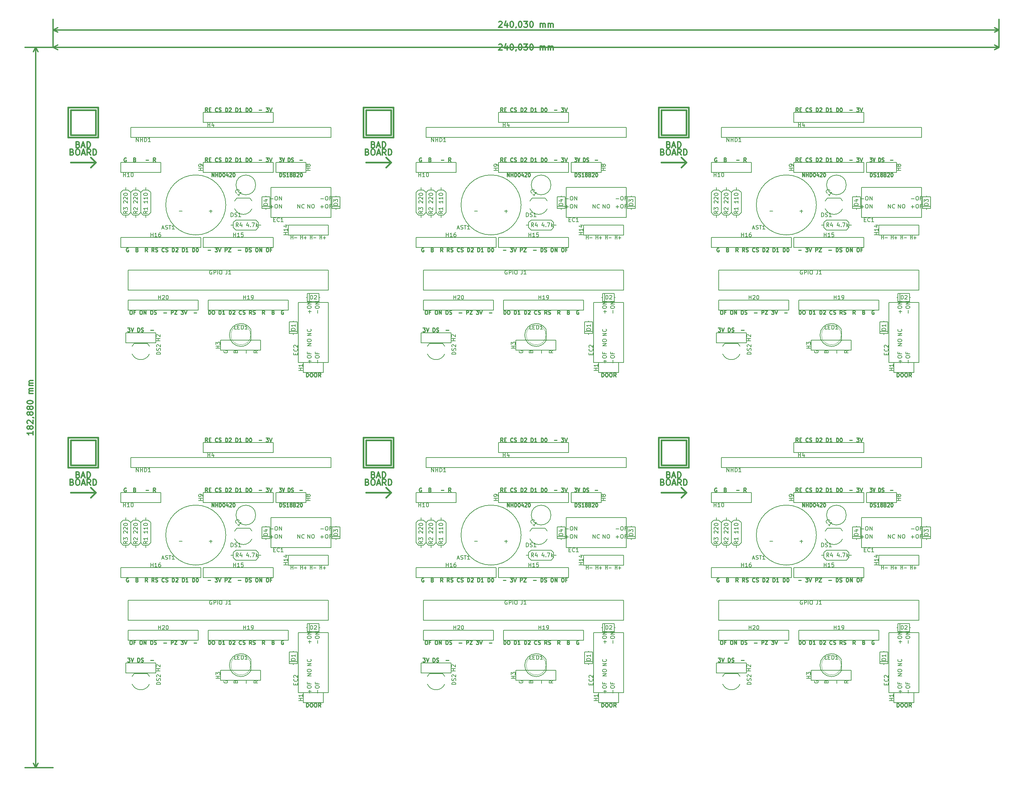
<source format=gbr>
G04 #@! TF.FileFunction,Legend,Top*
%FSLAX46Y46*%
G04 Gerber Fmt 4.6, Leading zero omitted, Abs format (unit mm)*
G04 Created by KiCad (PCBNEW 4.0.7-e2-6376~58~ubuntu16.04.1) date Mon Dec 10 15:36:52 2018*
%MOMM*%
%LPD*%
G01*
G04 APERTURE LIST*
%ADD10C,0.100000*%
%ADD11C,0.300000*%
%ADD12C,0.250000*%
%ADD13C,0.237500*%
%ADD14C,0.225000*%
%ADD15C,0.200000*%
%ADD16C,0.212500*%
%ADD17C,0.450000*%
%ADD18C,0.150000*%
%ADD19C,0.050000*%
G04 APERTURE END LIST*
D10*
D11*
X8218571Y-110211427D02*
X8218571Y-111068570D01*
X8218571Y-110639998D02*
X6718571Y-110639998D01*
X6932857Y-110782855D01*
X7075714Y-110925713D01*
X7147143Y-111068570D01*
X7361429Y-109354284D02*
X7290000Y-109497142D01*
X7218571Y-109568570D01*
X7075714Y-109639999D01*
X7004286Y-109639999D01*
X6861429Y-109568570D01*
X6790000Y-109497142D01*
X6718571Y-109354284D01*
X6718571Y-109068570D01*
X6790000Y-108925713D01*
X6861429Y-108854284D01*
X7004286Y-108782856D01*
X7075714Y-108782856D01*
X7218571Y-108854284D01*
X7290000Y-108925713D01*
X7361429Y-109068570D01*
X7361429Y-109354284D01*
X7432857Y-109497142D01*
X7504286Y-109568570D01*
X7647143Y-109639999D01*
X7932857Y-109639999D01*
X8075714Y-109568570D01*
X8147143Y-109497142D01*
X8218571Y-109354284D01*
X8218571Y-109068570D01*
X8147143Y-108925713D01*
X8075714Y-108854284D01*
X7932857Y-108782856D01*
X7647143Y-108782856D01*
X7504286Y-108854284D01*
X7432857Y-108925713D01*
X7361429Y-109068570D01*
X6861429Y-108211428D02*
X6790000Y-108139999D01*
X6718571Y-107997142D01*
X6718571Y-107639999D01*
X6790000Y-107497142D01*
X6861429Y-107425713D01*
X7004286Y-107354285D01*
X7147143Y-107354285D01*
X7361429Y-107425713D01*
X8218571Y-108282856D01*
X8218571Y-107354285D01*
X8147143Y-106640000D02*
X8218571Y-106640000D01*
X8361429Y-106711428D01*
X8432857Y-106782857D01*
X7361429Y-105782856D02*
X7290000Y-105925714D01*
X7218571Y-105997142D01*
X7075714Y-106068571D01*
X7004286Y-106068571D01*
X6861429Y-105997142D01*
X6790000Y-105925714D01*
X6718571Y-105782856D01*
X6718571Y-105497142D01*
X6790000Y-105354285D01*
X6861429Y-105282856D01*
X7004286Y-105211428D01*
X7075714Y-105211428D01*
X7218571Y-105282856D01*
X7290000Y-105354285D01*
X7361429Y-105497142D01*
X7361429Y-105782856D01*
X7432857Y-105925714D01*
X7504286Y-105997142D01*
X7647143Y-106068571D01*
X7932857Y-106068571D01*
X8075714Y-105997142D01*
X8147143Y-105925714D01*
X8218571Y-105782856D01*
X8218571Y-105497142D01*
X8147143Y-105354285D01*
X8075714Y-105282856D01*
X7932857Y-105211428D01*
X7647143Y-105211428D01*
X7504286Y-105282856D01*
X7432857Y-105354285D01*
X7361429Y-105497142D01*
X7361429Y-104354285D02*
X7290000Y-104497143D01*
X7218571Y-104568571D01*
X7075714Y-104640000D01*
X7004286Y-104640000D01*
X6861429Y-104568571D01*
X6790000Y-104497143D01*
X6718571Y-104354285D01*
X6718571Y-104068571D01*
X6790000Y-103925714D01*
X6861429Y-103854285D01*
X7004286Y-103782857D01*
X7075714Y-103782857D01*
X7218571Y-103854285D01*
X7290000Y-103925714D01*
X7361429Y-104068571D01*
X7361429Y-104354285D01*
X7432857Y-104497143D01*
X7504286Y-104568571D01*
X7647143Y-104640000D01*
X7932857Y-104640000D01*
X8075714Y-104568571D01*
X8147143Y-104497143D01*
X8218571Y-104354285D01*
X8218571Y-104068571D01*
X8147143Y-103925714D01*
X8075714Y-103854285D01*
X7932857Y-103782857D01*
X7647143Y-103782857D01*
X7504286Y-103854285D01*
X7432857Y-103925714D01*
X7361429Y-104068571D01*
X6718571Y-102854286D02*
X6718571Y-102711429D01*
X6790000Y-102568572D01*
X6861429Y-102497143D01*
X7004286Y-102425714D01*
X7290000Y-102354286D01*
X7647143Y-102354286D01*
X7932857Y-102425714D01*
X8075714Y-102497143D01*
X8147143Y-102568572D01*
X8218571Y-102711429D01*
X8218571Y-102854286D01*
X8147143Y-102997143D01*
X8075714Y-103068572D01*
X7932857Y-103140000D01*
X7647143Y-103211429D01*
X7290000Y-103211429D01*
X7004286Y-103140000D01*
X6861429Y-103068572D01*
X6790000Y-102997143D01*
X6718571Y-102854286D01*
X8218571Y-100568572D02*
X7218571Y-100568572D01*
X7361429Y-100568572D02*
X7290000Y-100497144D01*
X7218571Y-100354286D01*
X7218571Y-100140001D01*
X7290000Y-99997144D01*
X7432857Y-99925715D01*
X8218571Y-99925715D01*
X7432857Y-99925715D02*
X7290000Y-99854286D01*
X7218571Y-99711429D01*
X7218571Y-99497144D01*
X7290000Y-99354286D01*
X7432857Y-99282858D01*
X8218571Y-99282858D01*
X8218571Y-98568572D02*
X7218571Y-98568572D01*
X7361429Y-98568572D02*
X7290000Y-98497144D01*
X7218571Y-98354286D01*
X7218571Y-98140001D01*
X7290000Y-97997144D01*
X7432857Y-97925715D01*
X8218571Y-97925715D01*
X7432857Y-97925715D02*
X7290000Y-97854286D01*
X7218571Y-97711429D01*
X7218571Y-97497144D01*
X7290000Y-97354286D01*
X7432857Y-97282858D01*
X8218571Y-97282858D01*
X8890000Y-195580000D02*
X8890000Y-12700000D01*
X13335000Y-195580000D02*
X6190000Y-195580000D01*
X13335000Y-12700000D02*
X6190000Y-12700000D01*
X8890000Y-12700000D02*
X9476421Y-13826504D01*
X8890000Y-12700000D02*
X8303579Y-13826504D01*
X8890000Y-195580000D02*
X9476421Y-194453496D01*
X8890000Y-195580000D02*
X8303579Y-194453496D01*
X126421430Y-6226429D02*
X126492859Y-6155000D01*
X126635716Y-6083571D01*
X126992859Y-6083571D01*
X127135716Y-6155000D01*
X127207145Y-6226429D01*
X127278573Y-6369286D01*
X127278573Y-6512143D01*
X127207145Y-6726429D01*
X126350002Y-7583571D01*
X127278573Y-7583571D01*
X128564287Y-6583571D02*
X128564287Y-7583571D01*
X128207144Y-6012143D02*
X127850001Y-7083571D01*
X128778573Y-7083571D01*
X129635715Y-6083571D02*
X129778572Y-6083571D01*
X129921429Y-6155000D01*
X129992858Y-6226429D01*
X130064287Y-6369286D01*
X130135715Y-6655000D01*
X130135715Y-7012143D01*
X130064287Y-7297857D01*
X129992858Y-7440714D01*
X129921429Y-7512143D01*
X129778572Y-7583571D01*
X129635715Y-7583571D01*
X129492858Y-7512143D01*
X129421429Y-7440714D01*
X129350001Y-7297857D01*
X129278572Y-7012143D01*
X129278572Y-6655000D01*
X129350001Y-6369286D01*
X129421429Y-6226429D01*
X129492858Y-6155000D01*
X129635715Y-6083571D01*
X130850000Y-7512143D02*
X130850000Y-7583571D01*
X130778572Y-7726429D01*
X130707143Y-7797857D01*
X131778572Y-6083571D02*
X131921429Y-6083571D01*
X132064286Y-6155000D01*
X132135715Y-6226429D01*
X132207144Y-6369286D01*
X132278572Y-6655000D01*
X132278572Y-7012143D01*
X132207144Y-7297857D01*
X132135715Y-7440714D01*
X132064286Y-7512143D01*
X131921429Y-7583571D01*
X131778572Y-7583571D01*
X131635715Y-7512143D01*
X131564286Y-7440714D01*
X131492858Y-7297857D01*
X131421429Y-7012143D01*
X131421429Y-6655000D01*
X131492858Y-6369286D01*
X131564286Y-6226429D01*
X131635715Y-6155000D01*
X131778572Y-6083571D01*
X132778572Y-6083571D02*
X133707143Y-6083571D01*
X133207143Y-6655000D01*
X133421429Y-6655000D01*
X133564286Y-6726429D01*
X133635715Y-6797857D01*
X133707143Y-6940714D01*
X133707143Y-7297857D01*
X133635715Y-7440714D01*
X133564286Y-7512143D01*
X133421429Y-7583571D01*
X132992857Y-7583571D01*
X132850000Y-7512143D01*
X132778572Y-7440714D01*
X134635714Y-6083571D02*
X134778571Y-6083571D01*
X134921428Y-6155000D01*
X134992857Y-6226429D01*
X135064286Y-6369286D01*
X135135714Y-6655000D01*
X135135714Y-7012143D01*
X135064286Y-7297857D01*
X134992857Y-7440714D01*
X134921428Y-7512143D01*
X134778571Y-7583571D01*
X134635714Y-7583571D01*
X134492857Y-7512143D01*
X134421428Y-7440714D01*
X134350000Y-7297857D01*
X134278571Y-7012143D01*
X134278571Y-6655000D01*
X134350000Y-6369286D01*
X134421428Y-6226429D01*
X134492857Y-6155000D01*
X134635714Y-6083571D01*
X136921428Y-7583571D02*
X136921428Y-6583571D01*
X136921428Y-6726429D02*
X136992856Y-6655000D01*
X137135714Y-6583571D01*
X137349999Y-6583571D01*
X137492856Y-6655000D01*
X137564285Y-6797857D01*
X137564285Y-7583571D01*
X137564285Y-6797857D02*
X137635714Y-6655000D01*
X137778571Y-6583571D01*
X137992856Y-6583571D01*
X138135714Y-6655000D01*
X138207142Y-6797857D01*
X138207142Y-7583571D01*
X138921428Y-7583571D02*
X138921428Y-6583571D01*
X138921428Y-6726429D02*
X138992856Y-6655000D01*
X139135714Y-6583571D01*
X139349999Y-6583571D01*
X139492856Y-6655000D01*
X139564285Y-6797857D01*
X139564285Y-7583571D01*
X139564285Y-6797857D02*
X139635714Y-6655000D01*
X139778571Y-6583571D01*
X139992856Y-6583571D01*
X140135714Y-6655000D01*
X140207142Y-6797857D01*
X140207142Y-7583571D01*
X253365000Y-8255000D02*
X13335000Y-8255000D01*
X253365000Y-12700000D02*
X253365000Y-5555000D01*
X13335000Y-12700000D02*
X13335000Y-5555000D01*
X13335000Y-8255000D02*
X14461504Y-7668579D01*
X13335000Y-8255000D02*
X14461504Y-8841421D01*
X253365000Y-8255000D02*
X252238496Y-7668579D01*
X253365000Y-8255000D02*
X252238496Y-8841421D01*
X126421430Y-12021429D02*
X126492859Y-11950000D01*
X126635716Y-11878571D01*
X126992859Y-11878571D01*
X127135716Y-11950000D01*
X127207145Y-12021429D01*
X127278573Y-12164286D01*
X127278573Y-12307143D01*
X127207145Y-12521429D01*
X126350002Y-13378571D01*
X127278573Y-13378571D01*
X128564287Y-12378571D02*
X128564287Y-13378571D01*
X128207144Y-11807143D02*
X127850001Y-12878571D01*
X128778573Y-12878571D01*
X129635715Y-11878571D02*
X129778572Y-11878571D01*
X129921429Y-11950000D01*
X129992858Y-12021429D01*
X130064287Y-12164286D01*
X130135715Y-12450000D01*
X130135715Y-12807143D01*
X130064287Y-13092857D01*
X129992858Y-13235714D01*
X129921429Y-13307143D01*
X129778572Y-13378571D01*
X129635715Y-13378571D01*
X129492858Y-13307143D01*
X129421429Y-13235714D01*
X129350001Y-13092857D01*
X129278572Y-12807143D01*
X129278572Y-12450000D01*
X129350001Y-12164286D01*
X129421429Y-12021429D01*
X129492858Y-11950000D01*
X129635715Y-11878571D01*
X130850000Y-13307143D02*
X130850000Y-13378571D01*
X130778572Y-13521429D01*
X130707143Y-13592857D01*
X131778572Y-11878571D02*
X131921429Y-11878571D01*
X132064286Y-11950000D01*
X132135715Y-12021429D01*
X132207144Y-12164286D01*
X132278572Y-12450000D01*
X132278572Y-12807143D01*
X132207144Y-13092857D01*
X132135715Y-13235714D01*
X132064286Y-13307143D01*
X131921429Y-13378571D01*
X131778572Y-13378571D01*
X131635715Y-13307143D01*
X131564286Y-13235714D01*
X131492858Y-13092857D01*
X131421429Y-12807143D01*
X131421429Y-12450000D01*
X131492858Y-12164286D01*
X131564286Y-12021429D01*
X131635715Y-11950000D01*
X131778572Y-11878571D01*
X132778572Y-11878571D02*
X133707143Y-11878571D01*
X133207143Y-12450000D01*
X133421429Y-12450000D01*
X133564286Y-12521429D01*
X133635715Y-12592857D01*
X133707143Y-12735714D01*
X133707143Y-13092857D01*
X133635715Y-13235714D01*
X133564286Y-13307143D01*
X133421429Y-13378571D01*
X132992857Y-13378571D01*
X132850000Y-13307143D01*
X132778572Y-13235714D01*
X134635714Y-11878571D02*
X134778571Y-11878571D01*
X134921428Y-11950000D01*
X134992857Y-12021429D01*
X135064286Y-12164286D01*
X135135714Y-12450000D01*
X135135714Y-12807143D01*
X135064286Y-13092857D01*
X134992857Y-13235714D01*
X134921428Y-13307143D01*
X134778571Y-13378571D01*
X134635714Y-13378571D01*
X134492857Y-13307143D01*
X134421428Y-13235714D01*
X134350000Y-13092857D01*
X134278571Y-12807143D01*
X134278571Y-12450000D01*
X134350000Y-12164286D01*
X134421428Y-12021429D01*
X134492857Y-11950000D01*
X134635714Y-11878571D01*
X136921428Y-13378571D02*
X136921428Y-12378571D01*
X136921428Y-12521429D02*
X136992856Y-12450000D01*
X137135714Y-12378571D01*
X137349999Y-12378571D01*
X137492856Y-12450000D01*
X137564285Y-12592857D01*
X137564285Y-13378571D01*
X137564285Y-12592857D02*
X137635714Y-12450000D01*
X137778571Y-12378571D01*
X137992856Y-12378571D01*
X138135714Y-12450000D01*
X138207142Y-12592857D01*
X138207142Y-13378571D01*
X138921428Y-13378571D02*
X138921428Y-12378571D01*
X138921428Y-12521429D02*
X138992856Y-12450000D01*
X139135714Y-12378571D01*
X139349999Y-12378571D01*
X139492856Y-12450000D01*
X139564285Y-12592857D01*
X139564285Y-13378571D01*
X139564285Y-12592857D02*
X139635714Y-12450000D01*
X139778571Y-12378571D01*
X139992856Y-12378571D01*
X140135714Y-12450000D01*
X140207142Y-12592857D01*
X140207142Y-13378571D01*
X13335000Y-12700000D02*
X253365000Y-12700000D01*
X13335000Y-12700000D02*
X13335000Y-12700000D01*
X253365000Y-12700000D02*
X253365000Y-12700000D01*
X253365000Y-12700000D02*
X252238496Y-13286421D01*
X253365000Y-12700000D02*
X252238496Y-12113579D01*
X13335000Y-12700000D02*
X14461504Y-13286421D01*
X13335000Y-12700000D02*
X14461504Y-12113579D01*
D12*
X77565476Y-180157381D02*
X77565476Y-179157381D01*
X77803571Y-179157381D01*
X77946429Y-179205000D01*
X78041667Y-179300238D01*
X78089286Y-179395476D01*
X78136905Y-179585952D01*
X78136905Y-179728810D01*
X78089286Y-179919286D01*
X78041667Y-180014524D01*
X77946429Y-180109762D01*
X77803571Y-180157381D01*
X77565476Y-180157381D01*
X78755952Y-179157381D02*
X78946429Y-179157381D01*
X79041667Y-179205000D01*
X79136905Y-179300238D01*
X79184524Y-179490714D01*
X79184524Y-179824048D01*
X79136905Y-180014524D01*
X79041667Y-180109762D01*
X78946429Y-180157381D01*
X78755952Y-180157381D01*
X78660714Y-180109762D01*
X78565476Y-180014524D01*
X78517857Y-179824048D01*
X78517857Y-179490714D01*
X78565476Y-179300238D01*
X78660714Y-179205000D01*
X78755952Y-179157381D01*
X79803571Y-179157381D02*
X79994048Y-179157381D01*
X80089286Y-179205000D01*
X80184524Y-179300238D01*
X80232143Y-179490714D01*
X80232143Y-179824048D01*
X80184524Y-180014524D01*
X80089286Y-180109762D01*
X79994048Y-180157381D01*
X79803571Y-180157381D01*
X79708333Y-180109762D01*
X79613095Y-180014524D01*
X79565476Y-179824048D01*
X79565476Y-179490714D01*
X79613095Y-179300238D01*
X79708333Y-179205000D01*
X79803571Y-179157381D01*
X81232143Y-180157381D02*
X80898809Y-179681190D01*
X80660714Y-180157381D02*
X80660714Y-179157381D01*
X81041667Y-179157381D01*
X81136905Y-179205000D01*
X81184524Y-179252619D01*
X81232143Y-179347857D01*
X81232143Y-179490714D01*
X81184524Y-179585952D01*
X81136905Y-179633571D01*
X81041667Y-179681190D01*
X80660714Y-179681190D01*
D13*
X52729997Y-164282381D02*
X52729997Y-163282381D01*
X52956188Y-163282381D01*
X53091902Y-163330000D01*
X53182378Y-163425238D01*
X53227617Y-163520476D01*
X53272855Y-163710952D01*
X53272855Y-163853810D01*
X53227617Y-164044286D01*
X53182378Y-164139524D01*
X53091902Y-164234762D01*
X52956188Y-164282381D01*
X52729997Y-164282381D01*
X53860950Y-163282381D02*
X54041902Y-163282381D01*
X54132378Y-163330000D01*
X54222855Y-163425238D01*
X54268093Y-163615714D01*
X54268093Y-163949048D01*
X54222855Y-164139524D01*
X54132378Y-164234762D01*
X54041902Y-164282381D01*
X53860950Y-164282381D01*
X53770474Y-164234762D01*
X53679997Y-164139524D01*
X53634759Y-163949048D01*
X53634759Y-163615714D01*
X53679997Y-163425238D01*
X53770474Y-163330000D01*
X53860950Y-163282381D01*
X55399045Y-164282381D02*
X55399045Y-163282381D01*
X55625236Y-163282381D01*
X55760950Y-163330000D01*
X55851426Y-163425238D01*
X55896665Y-163520476D01*
X55941903Y-163710952D01*
X55941903Y-163853810D01*
X55896665Y-164044286D01*
X55851426Y-164139524D01*
X55760950Y-164234762D01*
X55625236Y-164282381D01*
X55399045Y-164282381D01*
X56846665Y-164282381D02*
X56303807Y-164282381D01*
X56575236Y-164282381D02*
X56575236Y-163282381D01*
X56484760Y-163425238D01*
X56394284Y-163520476D01*
X56303807Y-163568095D01*
X57977617Y-164282381D02*
X57977617Y-163282381D01*
X58203808Y-163282381D01*
X58339522Y-163330000D01*
X58429998Y-163425238D01*
X58475237Y-163520476D01*
X58520475Y-163710952D01*
X58520475Y-163853810D01*
X58475237Y-164044286D01*
X58429998Y-164139524D01*
X58339522Y-164234762D01*
X58203808Y-164282381D01*
X57977617Y-164282381D01*
X58882379Y-163377619D02*
X58927617Y-163330000D01*
X59018094Y-163282381D01*
X59244284Y-163282381D01*
X59334760Y-163330000D01*
X59379998Y-163377619D01*
X59425237Y-163472857D01*
X59425237Y-163568095D01*
X59379998Y-163710952D01*
X58837141Y-164282381D01*
X59425237Y-164282381D01*
X61099047Y-164187143D02*
X61053809Y-164234762D01*
X60918094Y-164282381D01*
X60827618Y-164282381D01*
X60691904Y-164234762D01*
X60601428Y-164139524D01*
X60556189Y-164044286D01*
X60510951Y-163853810D01*
X60510951Y-163710952D01*
X60556189Y-163520476D01*
X60601428Y-163425238D01*
X60691904Y-163330000D01*
X60827618Y-163282381D01*
X60918094Y-163282381D01*
X61053809Y-163330000D01*
X61099047Y-163377619D01*
X61460951Y-164234762D02*
X61596666Y-164282381D01*
X61822856Y-164282381D01*
X61913332Y-164234762D01*
X61958570Y-164187143D01*
X62003809Y-164091905D01*
X62003809Y-163996667D01*
X61958570Y-163901429D01*
X61913332Y-163853810D01*
X61822856Y-163806190D01*
X61641904Y-163758571D01*
X61551428Y-163710952D01*
X61506189Y-163663333D01*
X61460951Y-163568095D01*
X61460951Y-163472857D01*
X61506189Y-163377619D01*
X61551428Y-163330000D01*
X61641904Y-163282381D01*
X61868094Y-163282381D01*
X62003809Y-163330000D01*
X63677619Y-164282381D02*
X63360952Y-163806190D01*
X63134761Y-164282381D02*
X63134761Y-163282381D01*
X63496666Y-163282381D01*
X63587142Y-163330000D01*
X63632381Y-163377619D01*
X63677619Y-163472857D01*
X63677619Y-163615714D01*
X63632381Y-163710952D01*
X63587142Y-163758571D01*
X63496666Y-163806190D01*
X63134761Y-163806190D01*
X64039523Y-164234762D02*
X64175238Y-164282381D01*
X64401428Y-164282381D01*
X64491904Y-164234762D01*
X64537142Y-164187143D01*
X64582381Y-164091905D01*
X64582381Y-163996667D01*
X64537142Y-163901429D01*
X64491904Y-163853810D01*
X64401428Y-163806190D01*
X64220476Y-163758571D01*
X64130000Y-163710952D01*
X64084761Y-163663333D01*
X64039523Y-163568095D01*
X64039523Y-163472857D01*
X64084761Y-163377619D01*
X64130000Y-163330000D01*
X64220476Y-163282381D01*
X64446666Y-163282381D01*
X64582381Y-163330000D01*
X66980001Y-164282381D02*
X66663334Y-163806190D01*
X66437143Y-164282381D02*
X66437143Y-163282381D01*
X66799048Y-163282381D01*
X66889524Y-163330000D01*
X66934763Y-163377619D01*
X66980001Y-163472857D01*
X66980001Y-163615714D01*
X66934763Y-163710952D01*
X66889524Y-163758571D01*
X66799048Y-163806190D01*
X66437143Y-163806190D01*
X69151430Y-163758571D02*
X69287144Y-163806190D01*
X69332383Y-163853810D01*
X69377621Y-163949048D01*
X69377621Y-164091905D01*
X69332383Y-164187143D01*
X69287144Y-164234762D01*
X69196668Y-164282381D01*
X68834763Y-164282381D01*
X68834763Y-163282381D01*
X69151430Y-163282381D01*
X69241906Y-163330000D01*
X69287144Y-163377619D01*
X69332383Y-163472857D01*
X69332383Y-163568095D01*
X69287144Y-163663333D01*
X69241906Y-163710952D01*
X69151430Y-163758571D01*
X68834763Y-163758571D01*
X71730003Y-163330000D02*
X71639526Y-163282381D01*
X71503812Y-163282381D01*
X71368098Y-163330000D01*
X71277622Y-163425238D01*
X71232383Y-163520476D01*
X71187145Y-163710952D01*
X71187145Y-163853810D01*
X71232383Y-164044286D01*
X71277622Y-164139524D01*
X71368098Y-164234762D01*
X71503812Y-164282381D01*
X71594288Y-164282381D01*
X71730003Y-164234762D01*
X71775241Y-164187143D01*
X71775241Y-163853810D01*
X71594288Y-163853810D01*
D14*
X32996427Y-163282381D02*
X33177379Y-163282381D01*
X33267855Y-163330000D01*
X33358332Y-163425238D01*
X33403570Y-163615714D01*
X33403570Y-163949048D01*
X33358332Y-164139524D01*
X33267855Y-164234762D01*
X33177379Y-164282381D01*
X32996427Y-164282381D01*
X32905951Y-164234762D01*
X32815474Y-164139524D01*
X32770236Y-163949048D01*
X32770236Y-163615714D01*
X32815474Y-163425238D01*
X32905951Y-163330000D01*
X32996427Y-163282381D01*
X34127379Y-163758571D02*
X33810712Y-163758571D01*
X33810712Y-164282381D02*
X33810712Y-163282381D01*
X34263093Y-163282381D01*
X35529761Y-163282381D02*
X35710713Y-163282381D01*
X35801189Y-163330000D01*
X35891666Y-163425238D01*
X35936904Y-163615714D01*
X35936904Y-163949048D01*
X35891666Y-164139524D01*
X35801189Y-164234762D01*
X35710713Y-164282381D01*
X35529761Y-164282381D01*
X35439285Y-164234762D01*
X35348808Y-164139524D01*
X35303570Y-163949048D01*
X35303570Y-163615714D01*
X35348808Y-163425238D01*
X35439285Y-163330000D01*
X35529761Y-163282381D01*
X36344046Y-164282381D02*
X36344046Y-163282381D01*
X36886904Y-164282381D01*
X36886904Y-163282381D01*
X38063094Y-164282381D02*
X38063094Y-163282381D01*
X38289285Y-163282381D01*
X38424999Y-163330000D01*
X38515475Y-163425238D01*
X38560714Y-163520476D01*
X38605952Y-163710952D01*
X38605952Y-163853810D01*
X38560714Y-164044286D01*
X38515475Y-164139524D01*
X38424999Y-164234762D01*
X38289285Y-164282381D01*
X38063094Y-164282381D01*
X38967856Y-164234762D02*
X39103571Y-164282381D01*
X39329761Y-164282381D01*
X39420237Y-164234762D01*
X39465475Y-164187143D01*
X39510714Y-164091905D01*
X39510714Y-163996667D01*
X39465475Y-163901429D01*
X39420237Y-163853810D01*
X39329761Y-163806190D01*
X39148809Y-163758571D01*
X39058333Y-163710952D01*
X39013094Y-163663333D01*
X38967856Y-163568095D01*
X38967856Y-163472857D01*
X39013094Y-163377619D01*
X39058333Y-163330000D01*
X39148809Y-163282381D01*
X39374999Y-163282381D01*
X39510714Y-163330000D01*
X41365476Y-163901429D02*
X42089286Y-163901429D01*
X43265476Y-164282381D02*
X43265476Y-163282381D01*
X43627381Y-163282381D01*
X43717857Y-163330000D01*
X43763096Y-163377619D01*
X43808334Y-163472857D01*
X43808334Y-163615714D01*
X43763096Y-163710952D01*
X43717857Y-163758571D01*
X43627381Y-163806190D01*
X43265476Y-163806190D01*
X44125000Y-163282381D02*
X44758334Y-163282381D01*
X44125000Y-164282381D01*
X44758334Y-164282381D01*
X45753572Y-163282381D02*
X46341668Y-163282381D01*
X46025001Y-163663333D01*
X46160715Y-163663333D01*
X46251191Y-163710952D01*
X46296429Y-163758571D01*
X46341668Y-163853810D01*
X46341668Y-164091905D01*
X46296429Y-164187143D01*
X46251191Y-164234762D01*
X46160715Y-164282381D01*
X45889287Y-164282381D01*
X45798810Y-164234762D01*
X45753572Y-164187143D01*
X46613096Y-163282381D02*
X46929763Y-164282381D01*
X47246430Y-163282381D01*
X49010716Y-163901429D02*
X49734526Y-163901429D01*
D13*
X32234999Y-167727381D02*
X32823095Y-167727381D01*
X32506428Y-168108333D01*
X32642142Y-168108333D01*
X32732618Y-168155952D01*
X32777856Y-168203571D01*
X32823095Y-168298810D01*
X32823095Y-168536905D01*
X32777856Y-168632143D01*
X32732618Y-168679762D01*
X32642142Y-168727381D01*
X32370714Y-168727381D01*
X32280237Y-168679762D01*
X32234999Y-168632143D01*
X33094523Y-167727381D02*
X33411190Y-168727381D01*
X33727857Y-167727381D01*
X34768333Y-168727381D02*
X34768333Y-167727381D01*
X34994524Y-167727381D01*
X35130238Y-167775000D01*
X35220714Y-167870238D01*
X35265953Y-167965476D01*
X35311191Y-168155952D01*
X35311191Y-168298810D01*
X35265953Y-168489286D01*
X35220714Y-168584524D01*
X35130238Y-168679762D01*
X34994524Y-168727381D01*
X34768333Y-168727381D01*
X35673095Y-168679762D02*
X35808810Y-168727381D01*
X36035000Y-168727381D01*
X36125476Y-168679762D01*
X36170714Y-168632143D01*
X36215953Y-168536905D01*
X36215953Y-168441667D01*
X36170714Y-168346429D01*
X36125476Y-168298810D01*
X36035000Y-168251190D01*
X35854048Y-168203571D01*
X35763572Y-168155952D01*
X35718333Y-168108333D01*
X35673095Y-168013095D01*
X35673095Y-167917857D01*
X35718333Y-167822619D01*
X35763572Y-167775000D01*
X35854048Y-167727381D01*
X36080238Y-167727381D01*
X36215953Y-167775000D01*
X38070715Y-168346429D02*
X38794525Y-168346429D01*
X32406665Y-147455000D02*
X32316188Y-147407381D01*
X32180474Y-147407381D01*
X32044760Y-147455000D01*
X31954284Y-147550238D01*
X31909045Y-147645476D01*
X31863807Y-147835952D01*
X31863807Y-147978810D01*
X31909045Y-148169286D01*
X31954284Y-148264524D01*
X32044760Y-148359762D01*
X32180474Y-148407381D01*
X32270950Y-148407381D01*
X32406665Y-148359762D01*
X32451903Y-148312143D01*
X32451903Y-147978810D01*
X32270950Y-147978810D01*
X34623332Y-147883571D02*
X34759046Y-147931190D01*
X34804285Y-147978810D01*
X34849523Y-148074048D01*
X34849523Y-148216905D01*
X34804285Y-148312143D01*
X34759046Y-148359762D01*
X34668570Y-148407381D01*
X34306665Y-148407381D01*
X34306665Y-147407381D01*
X34623332Y-147407381D01*
X34713808Y-147455000D01*
X34759046Y-147502619D01*
X34804285Y-147597857D01*
X34804285Y-147693095D01*
X34759046Y-147788333D01*
X34713808Y-147835952D01*
X34623332Y-147883571D01*
X34306665Y-147883571D01*
X37247143Y-148407381D02*
X36930476Y-147931190D01*
X36704285Y-148407381D02*
X36704285Y-147407381D01*
X37066190Y-147407381D01*
X37156666Y-147455000D01*
X37201905Y-147502619D01*
X37247143Y-147597857D01*
X37247143Y-147740714D01*
X37201905Y-147835952D01*
X37156666Y-147883571D01*
X37066190Y-147931190D01*
X36704285Y-147931190D01*
X38920953Y-148407381D02*
X38604286Y-147931190D01*
X38378095Y-148407381D02*
X38378095Y-147407381D01*
X38740000Y-147407381D01*
X38830476Y-147455000D01*
X38875715Y-147502619D01*
X38920953Y-147597857D01*
X38920953Y-147740714D01*
X38875715Y-147835952D01*
X38830476Y-147883571D01*
X38740000Y-147931190D01*
X38378095Y-147931190D01*
X39282857Y-148359762D02*
X39418572Y-148407381D01*
X39644762Y-148407381D01*
X39735238Y-148359762D01*
X39780476Y-148312143D01*
X39825715Y-148216905D01*
X39825715Y-148121667D01*
X39780476Y-148026429D01*
X39735238Y-147978810D01*
X39644762Y-147931190D01*
X39463810Y-147883571D01*
X39373334Y-147835952D01*
X39328095Y-147788333D01*
X39282857Y-147693095D01*
X39282857Y-147597857D01*
X39328095Y-147502619D01*
X39373334Y-147455000D01*
X39463810Y-147407381D01*
X39690000Y-147407381D01*
X39825715Y-147455000D01*
X41499525Y-148312143D02*
X41454287Y-148359762D01*
X41318572Y-148407381D01*
X41228096Y-148407381D01*
X41092382Y-148359762D01*
X41001906Y-148264524D01*
X40956667Y-148169286D01*
X40911429Y-147978810D01*
X40911429Y-147835952D01*
X40956667Y-147645476D01*
X41001906Y-147550238D01*
X41092382Y-147455000D01*
X41228096Y-147407381D01*
X41318572Y-147407381D01*
X41454287Y-147455000D01*
X41499525Y-147502619D01*
X41861429Y-148359762D02*
X41997144Y-148407381D01*
X42223334Y-148407381D01*
X42313810Y-148359762D01*
X42359048Y-148312143D01*
X42404287Y-148216905D01*
X42404287Y-148121667D01*
X42359048Y-148026429D01*
X42313810Y-147978810D01*
X42223334Y-147931190D01*
X42042382Y-147883571D01*
X41951906Y-147835952D01*
X41906667Y-147788333D01*
X41861429Y-147693095D01*
X41861429Y-147597857D01*
X41906667Y-147502619D01*
X41951906Y-147455000D01*
X42042382Y-147407381D01*
X42268572Y-147407381D01*
X42404287Y-147455000D01*
X43535239Y-148407381D02*
X43535239Y-147407381D01*
X43761430Y-147407381D01*
X43897144Y-147455000D01*
X43987620Y-147550238D01*
X44032859Y-147645476D01*
X44078097Y-147835952D01*
X44078097Y-147978810D01*
X44032859Y-148169286D01*
X43987620Y-148264524D01*
X43897144Y-148359762D01*
X43761430Y-148407381D01*
X43535239Y-148407381D01*
X44440001Y-147502619D02*
X44485239Y-147455000D01*
X44575716Y-147407381D01*
X44801906Y-147407381D01*
X44892382Y-147455000D01*
X44937620Y-147502619D01*
X44982859Y-147597857D01*
X44982859Y-147693095D01*
X44937620Y-147835952D01*
X44394763Y-148407381D01*
X44982859Y-148407381D01*
X46113811Y-148407381D02*
X46113811Y-147407381D01*
X46340002Y-147407381D01*
X46475716Y-147455000D01*
X46566192Y-147550238D01*
X46611431Y-147645476D01*
X46656669Y-147835952D01*
X46656669Y-147978810D01*
X46611431Y-148169286D01*
X46566192Y-148264524D01*
X46475716Y-148359762D01*
X46340002Y-148407381D01*
X46113811Y-148407381D01*
X47561431Y-148407381D02*
X47018573Y-148407381D01*
X47290002Y-148407381D02*
X47290002Y-147407381D01*
X47199526Y-147550238D01*
X47109050Y-147645476D01*
X47018573Y-147693095D01*
X48692383Y-148407381D02*
X48692383Y-147407381D01*
X48918574Y-147407381D01*
X49054288Y-147455000D01*
X49144764Y-147550238D01*
X49190003Y-147645476D01*
X49235241Y-147835952D01*
X49235241Y-147978810D01*
X49190003Y-148169286D01*
X49144764Y-148264524D01*
X49054288Y-148359762D01*
X48918574Y-148407381D01*
X48692383Y-148407381D01*
X49823336Y-147407381D02*
X49913812Y-147407381D01*
X50004288Y-147455000D01*
X50049526Y-147502619D01*
X50094764Y-147597857D01*
X50140003Y-147788333D01*
X50140003Y-148026429D01*
X50094764Y-148216905D01*
X50049526Y-148312143D01*
X50004288Y-148359762D01*
X49913812Y-148407381D01*
X49823336Y-148407381D01*
X49732860Y-148359762D01*
X49687622Y-148312143D01*
X49642383Y-148216905D01*
X49597145Y-148026429D01*
X49597145Y-147788333D01*
X49642383Y-147597857D01*
X49687622Y-147502619D01*
X49732860Y-147455000D01*
X49823336Y-147407381D01*
X52589284Y-148026429D02*
X53313094Y-148026429D01*
X54398808Y-147407381D02*
X54986904Y-147407381D01*
X54670237Y-147788333D01*
X54805951Y-147788333D01*
X54896427Y-147835952D01*
X54941665Y-147883571D01*
X54986904Y-147978810D01*
X54986904Y-148216905D01*
X54941665Y-148312143D01*
X54896427Y-148359762D01*
X54805951Y-148407381D01*
X54534523Y-148407381D01*
X54444046Y-148359762D01*
X54398808Y-148312143D01*
X55258332Y-147407381D02*
X55574999Y-148407381D01*
X55891666Y-147407381D01*
X56932142Y-148407381D02*
X56932142Y-147407381D01*
X57294047Y-147407381D01*
X57384523Y-147455000D01*
X57429762Y-147502619D01*
X57475000Y-147597857D01*
X57475000Y-147740714D01*
X57429762Y-147835952D01*
X57384523Y-147883571D01*
X57294047Y-147931190D01*
X56932142Y-147931190D01*
X57791666Y-147407381D02*
X58425000Y-147407381D01*
X57791666Y-148407381D01*
X58425000Y-148407381D01*
X60234524Y-148026429D02*
X60958334Y-148026429D01*
X62134524Y-148407381D02*
X62134524Y-147407381D01*
X62360715Y-147407381D01*
X62496429Y-147455000D01*
X62586905Y-147550238D01*
X62632144Y-147645476D01*
X62677382Y-147835952D01*
X62677382Y-147978810D01*
X62632144Y-148169286D01*
X62586905Y-148264524D01*
X62496429Y-148359762D01*
X62360715Y-148407381D01*
X62134524Y-148407381D01*
X63039286Y-148359762D02*
X63175001Y-148407381D01*
X63401191Y-148407381D01*
X63491667Y-148359762D01*
X63536905Y-148312143D01*
X63582144Y-148216905D01*
X63582144Y-148121667D01*
X63536905Y-148026429D01*
X63491667Y-147978810D01*
X63401191Y-147931190D01*
X63220239Y-147883571D01*
X63129763Y-147835952D01*
X63084524Y-147788333D01*
X63039286Y-147693095D01*
X63039286Y-147597857D01*
X63084524Y-147502619D01*
X63129763Y-147455000D01*
X63220239Y-147407381D01*
X63446429Y-147407381D01*
X63582144Y-147455000D01*
X64894049Y-147407381D02*
X65075001Y-147407381D01*
X65165477Y-147455000D01*
X65255954Y-147550238D01*
X65301192Y-147740714D01*
X65301192Y-148074048D01*
X65255954Y-148264524D01*
X65165477Y-148359762D01*
X65075001Y-148407381D01*
X64894049Y-148407381D01*
X64803573Y-148359762D01*
X64713096Y-148264524D01*
X64667858Y-148074048D01*
X64667858Y-147740714D01*
X64713096Y-147550238D01*
X64803573Y-147455000D01*
X64894049Y-147407381D01*
X65708334Y-148407381D02*
X65708334Y-147407381D01*
X66251192Y-148407381D01*
X66251192Y-147407381D01*
X67608335Y-147407381D02*
X67789287Y-147407381D01*
X67879763Y-147455000D01*
X67970240Y-147550238D01*
X68015478Y-147740714D01*
X68015478Y-148074048D01*
X67970240Y-148264524D01*
X67879763Y-148359762D01*
X67789287Y-148407381D01*
X67608335Y-148407381D01*
X67517859Y-148359762D01*
X67427382Y-148264524D01*
X67382144Y-148074048D01*
X67382144Y-147740714D01*
X67427382Y-147550238D01*
X67517859Y-147455000D01*
X67608335Y-147407381D01*
X68739287Y-147883571D02*
X68422620Y-147883571D01*
X68422620Y-148407381D02*
X68422620Y-147407381D01*
X68875001Y-147407381D01*
X52498808Y-125547381D02*
X52182141Y-125071190D01*
X51955950Y-125547381D02*
X51955950Y-124547381D01*
X52317855Y-124547381D01*
X52408331Y-124595000D01*
X52453570Y-124642619D01*
X52498808Y-124737857D01*
X52498808Y-124880714D01*
X52453570Y-124975952D01*
X52408331Y-125023571D01*
X52317855Y-125071190D01*
X51955950Y-125071190D01*
X52905950Y-125023571D02*
X53222617Y-125023571D01*
X53358331Y-125547381D02*
X52905950Y-125547381D01*
X52905950Y-124547381D01*
X53358331Y-124547381D01*
X55032142Y-125452143D02*
X54986904Y-125499762D01*
X54851189Y-125547381D01*
X54760713Y-125547381D01*
X54624999Y-125499762D01*
X54534523Y-125404524D01*
X54489284Y-125309286D01*
X54444046Y-125118810D01*
X54444046Y-124975952D01*
X54489284Y-124785476D01*
X54534523Y-124690238D01*
X54624999Y-124595000D01*
X54760713Y-124547381D01*
X54851189Y-124547381D01*
X54986904Y-124595000D01*
X55032142Y-124642619D01*
X55394046Y-125499762D02*
X55529761Y-125547381D01*
X55755951Y-125547381D01*
X55846427Y-125499762D01*
X55891665Y-125452143D01*
X55936904Y-125356905D01*
X55936904Y-125261667D01*
X55891665Y-125166429D01*
X55846427Y-125118810D01*
X55755951Y-125071190D01*
X55574999Y-125023571D01*
X55484523Y-124975952D01*
X55439284Y-124928333D01*
X55394046Y-124833095D01*
X55394046Y-124737857D01*
X55439284Y-124642619D01*
X55484523Y-124595000D01*
X55574999Y-124547381D01*
X55801189Y-124547381D01*
X55936904Y-124595000D01*
X57067856Y-125547381D02*
X57067856Y-124547381D01*
X57294047Y-124547381D01*
X57429761Y-124595000D01*
X57520237Y-124690238D01*
X57565476Y-124785476D01*
X57610714Y-124975952D01*
X57610714Y-125118810D01*
X57565476Y-125309286D01*
X57520237Y-125404524D01*
X57429761Y-125499762D01*
X57294047Y-125547381D01*
X57067856Y-125547381D01*
X57972618Y-124642619D02*
X58017856Y-124595000D01*
X58108333Y-124547381D01*
X58334523Y-124547381D01*
X58424999Y-124595000D01*
X58470237Y-124642619D01*
X58515476Y-124737857D01*
X58515476Y-124833095D01*
X58470237Y-124975952D01*
X57927380Y-125547381D01*
X58515476Y-125547381D01*
X59646428Y-125547381D02*
X59646428Y-124547381D01*
X59872619Y-124547381D01*
X60008333Y-124595000D01*
X60098809Y-124690238D01*
X60144048Y-124785476D01*
X60189286Y-124975952D01*
X60189286Y-125118810D01*
X60144048Y-125309286D01*
X60098809Y-125404524D01*
X60008333Y-125499762D01*
X59872619Y-125547381D01*
X59646428Y-125547381D01*
X61094048Y-125547381D02*
X60551190Y-125547381D01*
X60822619Y-125547381D02*
X60822619Y-124547381D01*
X60732143Y-124690238D01*
X60641667Y-124785476D01*
X60551190Y-124833095D01*
X62225000Y-125547381D02*
X62225000Y-124547381D01*
X62451191Y-124547381D01*
X62586905Y-124595000D01*
X62677381Y-124690238D01*
X62722620Y-124785476D01*
X62767858Y-124975952D01*
X62767858Y-125118810D01*
X62722620Y-125309286D01*
X62677381Y-125404524D01*
X62586905Y-125499762D01*
X62451191Y-125547381D01*
X62225000Y-125547381D01*
X63355953Y-124547381D02*
X63446429Y-124547381D01*
X63536905Y-124595000D01*
X63582143Y-124642619D01*
X63627381Y-124737857D01*
X63672620Y-124928333D01*
X63672620Y-125166429D01*
X63627381Y-125356905D01*
X63582143Y-125452143D01*
X63536905Y-125499762D01*
X63446429Y-125547381D01*
X63355953Y-125547381D01*
X63265477Y-125499762D01*
X63220239Y-125452143D01*
X63175000Y-125356905D01*
X63129762Y-125166429D01*
X63129762Y-124928333D01*
X63175000Y-124737857D01*
X63220239Y-124642619D01*
X63265477Y-124595000D01*
X63355953Y-124547381D01*
X65527382Y-125166429D02*
X66251192Y-125166429D01*
X67336906Y-124547381D02*
X67925002Y-124547381D01*
X67608335Y-124928333D01*
X67744049Y-124928333D01*
X67834525Y-124975952D01*
X67879763Y-125023571D01*
X67925002Y-125118810D01*
X67925002Y-125356905D01*
X67879763Y-125452143D01*
X67834525Y-125499762D01*
X67744049Y-125547381D01*
X67472621Y-125547381D01*
X67382144Y-125499762D01*
X67336906Y-125452143D01*
X68196430Y-124547381D02*
X68513097Y-125547381D01*
X68829764Y-124547381D01*
X31826190Y-124595000D02*
X31735713Y-124547381D01*
X31599999Y-124547381D01*
X31464285Y-124595000D01*
X31373809Y-124690238D01*
X31328570Y-124785476D01*
X31283332Y-124975952D01*
X31283332Y-125118810D01*
X31328570Y-125309286D01*
X31373809Y-125404524D01*
X31464285Y-125499762D01*
X31599999Y-125547381D01*
X31690475Y-125547381D01*
X31826190Y-125499762D01*
X31871428Y-125452143D01*
X31871428Y-125118810D01*
X31690475Y-125118810D01*
X34042857Y-125023571D02*
X34178571Y-125071190D01*
X34223810Y-125118810D01*
X34269048Y-125214048D01*
X34269048Y-125356905D01*
X34223810Y-125452143D01*
X34178571Y-125499762D01*
X34088095Y-125547381D01*
X33726190Y-125547381D01*
X33726190Y-124547381D01*
X34042857Y-124547381D01*
X34133333Y-124595000D01*
X34178571Y-124642619D01*
X34223810Y-124737857D01*
X34223810Y-124833095D01*
X34178571Y-124928333D01*
X34133333Y-124975952D01*
X34042857Y-125023571D01*
X33726190Y-125023571D01*
X36847620Y-125166429D02*
X37571430Y-125166429D01*
X39290478Y-125547381D02*
X38973811Y-125071190D01*
X38747620Y-125547381D02*
X38747620Y-124547381D01*
X39109525Y-124547381D01*
X39200001Y-124595000D01*
X39245240Y-124642619D01*
X39290478Y-124737857D01*
X39290478Y-124880714D01*
X39245240Y-124975952D01*
X39200001Y-125023571D01*
X39109525Y-125071190D01*
X38747620Y-125071190D01*
D15*
X73724048Y-145232381D02*
X73724048Y-144232381D01*
X73724048Y-144708571D02*
X74181191Y-144708571D01*
X74181191Y-145232381D02*
X74181191Y-144232381D01*
X74562143Y-144851429D02*
X75171667Y-144851429D01*
X76162143Y-145232381D02*
X76162143Y-144232381D01*
X76162143Y-144708571D02*
X76619286Y-144708571D01*
X76619286Y-145232381D02*
X76619286Y-144232381D01*
X77000238Y-144851429D02*
X77609762Y-144851429D01*
X77305000Y-145232381D02*
X77305000Y-144470476D01*
X78600238Y-145232381D02*
X78600238Y-144232381D01*
X78600238Y-144708571D02*
X79057381Y-144708571D01*
X79057381Y-145232381D02*
X79057381Y-144232381D01*
X79438333Y-144851429D02*
X80047857Y-144851429D01*
X81038333Y-145232381D02*
X81038333Y-144232381D01*
X81038333Y-144708571D02*
X81495476Y-144708571D01*
X81495476Y-145232381D02*
X81495476Y-144232381D01*
X81876428Y-144851429D02*
X82485952Y-144851429D01*
X82181190Y-145232381D02*
X82181190Y-144470476D01*
D16*
X70685001Y-124547381D02*
X71211191Y-124547381D01*
X70927858Y-124928333D01*
X71049286Y-124928333D01*
X71130239Y-124975952D01*
X71170715Y-125023571D01*
X71211191Y-125118810D01*
X71211191Y-125356905D01*
X71170715Y-125452143D01*
X71130239Y-125499762D01*
X71049286Y-125547381D01*
X70806429Y-125547381D01*
X70725477Y-125499762D01*
X70685001Y-125452143D01*
X71454048Y-124547381D02*
X71737382Y-125547381D01*
X72020715Y-124547381D01*
X72951667Y-125547381D02*
X72951667Y-124547381D01*
X73154048Y-124547381D01*
X73275476Y-124595000D01*
X73356429Y-124690238D01*
X73396905Y-124785476D01*
X73437381Y-124975952D01*
X73437381Y-125118810D01*
X73396905Y-125309286D01*
X73356429Y-125404524D01*
X73275476Y-125499762D01*
X73154048Y-125547381D01*
X72951667Y-125547381D01*
X73761191Y-125499762D02*
X73882619Y-125547381D01*
X74085000Y-125547381D01*
X74165953Y-125499762D01*
X74206429Y-125452143D01*
X74246905Y-125356905D01*
X74246905Y-125261667D01*
X74206429Y-125166429D01*
X74165953Y-125118810D01*
X74085000Y-125071190D01*
X73923096Y-125023571D01*
X73842143Y-124975952D01*
X73801667Y-124928333D01*
X73761191Y-124833095D01*
X73761191Y-124737857D01*
X73801667Y-124642619D01*
X73842143Y-124595000D01*
X73923096Y-124547381D01*
X74125476Y-124547381D01*
X74246905Y-124595000D01*
X75906429Y-125166429D02*
X76554048Y-125166429D01*
D14*
X70831429Y-129357381D02*
X70831429Y-128357381D01*
X71045714Y-128357381D01*
X71174286Y-128405000D01*
X71260000Y-128500238D01*
X71302857Y-128595476D01*
X71345714Y-128785952D01*
X71345714Y-128928810D01*
X71302857Y-129119286D01*
X71260000Y-129214524D01*
X71174286Y-129309762D01*
X71045714Y-129357381D01*
X70831429Y-129357381D01*
X71688572Y-129309762D02*
X71817143Y-129357381D01*
X72031429Y-129357381D01*
X72117143Y-129309762D01*
X72160000Y-129262143D01*
X72202857Y-129166905D01*
X72202857Y-129071667D01*
X72160000Y-128976429D01*
X72117143Y-128928810D01*
X72031429Y-128881190D01*
X71860000Y-128833571D01*
X71774286Y-128785952D01*
X71731429Y-128738333D01*
X71688572Y-128643095D01*
X71688572Y-128547857D01*
X71731429Y-128452619D01*
X71774286Y-128405000D01*
X71860000Y-128357381D01*
X72074286Y-128357381D01*
X72202857Y-128405000D01*
X73060000Y-129357381D02*
X72545715Y-129357381D01*
X72802857Y-129357381D02*
X72802857Y-128357381D01*
X72717143Y-128500238D01*
X72631429Y-128595476D01*
X72545715Y-128643095D01*
X73574286Y-128785952D02*
X73488572Y-128738333D01*
X73445715Y-128690714D01*
X73402858Y-128595476D01*
X73402858Y-128547857D01*
X73445715Y-128452619D01*
X73488572Y-128405000D01*
X73574286Y-128357381D01*
X73745715Y-128357381D01*
X73831429Y-128405000D01*
X73874286Y-128452619D01*
X73917143Y-128547857D01*
X73917143Y-128595476D01*
X73874286Y-128690714D01*
X73831429Y-128738333D01*
X73745715Y-128785952D01*
X73574286Y-128785952D01*
X73488572Y-128833571D01*
X73445715Y-128881190D01*
X73402858Y-128976429D01*
X73402858Y-129166905D01*
X73445715Y-129262143D01*
X73488572Y-129309762D01*
X73574286Y-129357381D01*
X73745715Y-129357381D01*
X73831429Y-129309762D01*
X73874286Y-129262143D01*
X73917143Y-129166905D01*
X73917143Y-128976429D01*
X73874286Y-128881190D01*
X73831429Y-128833571D01*
X73745715Y-128785952D01*
X74602858Y-128833571D02*
X74731429Y-128881190D01*
X74774286Y-128928810D01*
X74817143Y-129024048D01*
X74817143Y-129166905D01*
X74774286Y-129262143D01*
X74731429Y-129309762D01*
X74645715Y-129357381D01*
X74302858Y-129357381D01*
X74302858Y-128357381D01*
X74602858Y-128357381D01*
X74688572Y-128405000D01*
X74731429Y-128452619D01*
X74774286Y-128547857D01*
X74774286Y-128643095D01*
X74731429Y-128738333D01*
X74688572Y-128785952D01*
X74602858Y-128833571D01*
X74302858Y-128833571D01*
X75160001Y-128452619D02*
X75202858Y-128405000D01*
X75288572Y-128357381D01*
X75502858Y-128357381D01*
X75588572Y-128405000D01*
X75631429Y-128452619D01*
X75674286Y-128547857D01*
X75674286Y-128643095D01*
X75631429Y-128785952D01*
X75117143Y-129357381D01*
X75674286Y-129357381D01*
X76231429Y-128357381D02*
X76317144Y-128357381D01*
X76402858Y-128405000D01*
X76445715Y-128452619D01*
X76488572Y-128547857D01*
X76531429Y-128738333D01*
X76531429Y-128976429D01*
X76488572Y-129166905D01*
X76445715Y-129262143D01*
X76402858Y-129309762D01*
X76317144Y-129357381D01*
X76231429Y-129357381D01*
X76145715Y-129309762D01*
X76102858Y-129262143D01*
X76060001Y-129166905D01*
X76017144Y-128976429D01*
X76017144Y-128738333D01*
X76060001Y-128547857D01*
X76102858Y-128452619D01*
X76145715Y-128405000D01*
X76231429Y-128357381D01*
X53622143Y-129357381D02*
X53622143Y-128357381D01*
X54136428Y-129357381D01*
X54136428Y-128357381D01*
X54565000Y-129357381D02*
X54565000Y-128357381D01*
X54565000Y-128833571D02*
X55079285Y-128833571D01*
X55079285Y-129357381D02*
X55079285Y-128357381D01*
X55507857Y-129357381D02*
X55507857Y-128357381D01*
X55722142Y-128357381D01*
X55850714Y-128405000D01*
X55936428Y-128500238D01*
X55979285Y-128595476D01*
X56022142Y-128785952D01*
X56022142Y-128928810D01*
X55979285Y-129119286D01*
X55936428Y-129214524D01*
X55850714Y-129309762D01*
X55722142Y-129357381D01*
X55507857Y-129357381D01*
X56579285Y-128357381D02*
X56665000Y-128357381D01*
X56750714Y-128405000D01*
X56793571Y-128452619D01*
X56836428Y-128547857D01*
X56879285Y-128738333D01*
X56879285Y-128976429D01*
X56836428Y-129166905D01*
X56793571Y-129262143D01*
X56750714Y-129309762D01*
X56665000Y-129357381D01*
X56579285Y-129357381D01*
X56493571Y-129309762D01*
X56450714Y-129262143D01*
X56407857Y-129166905D01*
X56365000Y-128976429D01*
X56365000Y-128738333D01*
X56407857Y-128547857D01*
X56450714Y-128452619D01*
X56493571Y-128405000D01*
X56579285Y-128357381D01*
X57650714Y-128690714D02*
X57650714Y-129357381D01*
X57436428Y-128309762D02*
X57222143Y-129024048D01*
X57779285Y-129024048D01*
X58079286Y-128452619D02*
X58122143Y-128405000D01*
X58207857Y-128357381D01*
X58422143Y-128357381D01*
X58507857Y-128405000D01*
X58550714Y-128452619D01*
X58593571Y-128547857D01*
X58593571Y-128643095D01*
X58550714Y-128785952D01*
X58036428Y-129357381D01*
X58593571Y-129357381D01*
X59150714Y-128357381D02*
X59236429Y-128357381D01*
X59322143Y-128405000D01*
X59365000Y-128452619D01*
X59407857Y-128547857D01*
X59450714Y-128738333D01*
X59450714Y-128976429D01*
X59407857Y-129166905D01*
X59365000Y-129262143D01*
X59322143Y-129309762D01*
X59236429Y-129357381D01*
X59150714Y-129357381D01*
X59065000Y-129309762D01*
X59022143Y-129262143D01*
X58979286Y-129166905D01*
X58936429Y-128976429D01*
X58936429Y-128738333D01*
X58979286Y-128547857D01*
X59022143Y-128452619D01*
X59065000Y-128405000D01*
X59150714Y-128357381D01*
D13*
X52498808Y-112847381D02*
X52182141Y-112371190D01*
X51955950Y-112847381D02*
X51955950Y-111847381D01*
X52317855Y-111847381D01*
X52408331Y-111895000D01*
X52453570Y-111942619D01*
X52498808Y-112037857D01*
X52498808Y-112180714D01*
X52453570Y-112275952D01*
X52408331Y-112323571D01*
X52317855Y-112371190D01*
X51955950Y-112371190D01*
X52905950Y-112323571D02*
X53222617Y-112323571D01*
X53358331Y-112847381D02*
X52905950Y-112847381D01*
X52905950Y-111847381D01*
X53358331Y-111847381D01*
X55032142Y-112752143D02*
X54986904Y-112799762D01*
X54851189Y-112847381D01*
X54760713Y-112847381D01*
X54624999Y-112799762D01*
X54534523Y-112704524D01*
X54489284Y-112609286D01*
X54444046Y-112418810D01*
X54444046Y-112275952D01*
X54489284Y-112085476D01*
X54534523Y-111990238D01*
X54624999Y-111895000D01*
X54760713Y-111847381D01*
X54851189Y-111847381D01*
X54986904Y-111895000D01*
X55032142Y-111942619D01*
X55394046Y-112799762D02*
X55529761Y-112847381D01*
X55755951Y-112847381D01*
X55846427Y-112799762D01*
X55891665Y-112752143D01*
X55936904Y-112656905D01*
X55936904Y-112561667D01*
X55891665Y-112466429D01*
X55846427Y-112418810D01*
X55755951Y-112371190D01*
X55574999Y-112323571D01*
X55484523Y-112275952D01*
X55439284Y-112228333D01*
X55394046Y-112133095D01*
X55394046Y-112037857D01*
X55439284Y-111942619D01*
X55484523Y-111895000D01*
X55574999Y-111847381D01*
X55801189Y-111847381D01*
X55936904Y-111895000D01*
X57067856Y-112847381D02*
X57067856Y-111847381D01*
X57294047Y-111847381D01*
X57429761Y-111895000D01*
X57520237Y-111990238D01*
X57565476Y-112085476D01*
X57610714Y-112275952D01*
X57610714Y-112418810D01*
X57565476Y-112609286D01*
X57520237Y-112704524D01*
X57429761Y-112799762D01*
X57294047Y-112847381D01*
X57067856Y-112847381D01*
X57972618Y-111942619D02*
X58017856Y-111895000D01*
X58108333Y-111847381D01*
X58334523Y-111847381D01*
X58424999Y-111895000D01*
X58470237Y-111942619D01*
X58515476Y-112037857D01*
X58515476Y-112133095D01*
X58470237Y-112275952D01*
X57927380Y-112847381D01*
X58515476Y-112847381D01*
X59646428Y-112847381D02*
X59646428Y-111847381D01*
X59872619Y-111847381D01*
X60008333Y-111895000D01*
X60098809Y-111990238D01*
X60144048Y-112085476D01*
X60189286Y-112275952D01*
X60189286Y-112418810D01*
X60144048Y-112609286D01*
X60098809Y-112704524D01*
X60008333Y-112799762D01*
X59872619Y-112847381D01*
X59646428Y-112847381D01*
X61094048Y-112847381D02*
X60551190Y-112847381D01*
X60822619Y-112847381D02*
X60822619Y-111847381D01*
X60732143Y-111990238D01*
X60641667Y-112085476D01*
X60551190Y-112133095D01*
X62225000Y-112847381D02*
X62225000Y-111847381D01*
X62451191Y-111847381D01*
X62586905Y-111895000D01*
X62677381Y-111990238D01*
X62722620Y-112085476D01*
X62767858Y-112275952D01*
X62767858Y-112418810D01*
X62722620Y-112609286D01*
X62677381Y-112704524D01*
X62586905Y-112799762D01*
X62451191Y-112847381D01*
X62225000Y-112847381D01*
X63355953Y-111847381D02*
X63446429Y-111847381D01*
X63536905Y-111895000D01*
X63582143Y-111942619D01*
X63627381Y-112037857D01*
X63672620Y-112228333D01*
X63672620Y-112466429D01*
X63627381Y-112656905D01*
X63582143Y-112752143D01*
X63536905Y-112799762D01*
X63446429Y-112847381D01*
X63355953Y-112847381D01*
X63265477Y-112799762D01*
X63220239Y-112752143D01*
X63175000Y-112656905D01*
X63129762Y-112466429D01*
X63129762Y-112228333D01*
X63175000Y-112037857D01*
X63220239Y-111942619D01*
X63265477Y-111895000D01*
X63355953Y-111847381D01*
X65527382Y-112466429D02*
X66251192Y-112466429D01*
X67336906Y-111847381D02*
X67925002Y-111847381D01*
X67608335Y-112228333D01*
X67744049Y-112228333D01*
X67834525Y-112275952D01*
X67879763Y-112323571D01*
X67925002Y-112418810D01*
X67925002Y-112656905D01*
X67879763Y-112752143D01*
X67834525Y-112799762D01*
X67744049Y-112847381D01*
X67472621Y-112847381D01*
X67382144Y-112799762D01*
X67336906Y-112752143D01*
X68196430Y-111847381D02*
X68513097Y-112847381D01*
X68829764Y-111847381D01*
X127428808Y-112847381D02*
X127112141Y-112371190D01*
X126885950Y-112847381D02*
X126885950Y-111847381D01*
X127247855Y-111847381D01*
X127338331Y-111895000D01*
X127383570Y-111942619D01*
X127428808Y-112037857D01*
X127428808Y-112180714D01*
X127383570Y-112275952D01*
X127338331Y-112323571D01*
X127247855Y-112371190D01*
X126885950Y-112371190D01*
X127835950Y-112323571D02*
X128152617Y-112323571D01*
X128288331Y-112847381D02*
X127835950Y-112847381D01*
X127835950Y-111847381D01*
X128288331Y-111847381D01*
X129962142Y-112752143D02*
X129916904Y-112799762D01*
X129781189Y-112847381D01*
X129690713Y-112847381D01*
X129554999Y-112799762D01*
X129464523Y-112704524D01*
X129419284Y-112609286D01*
X129374046Y-112418810D01*
X129374046Y-112275952D01*
X129419284Y-112085476D01*
X129464523Y-111990238D01*
X129554999Y-111895000D01*
X129690713Y-111847381D01*
X129781189Y-111847381D01*
X129916904Y-111895000D01*
X129962142Y-111942619D01*
X130324046Y-112799762D02*
X130459761Y-112847381D01*
X130685951Y-112847381D01*
X130776427Y-112799762D01*
X130821665Y-112752143D01*
X130866904Y-112656905D01*
X130866904Y-112561667D01*
X130821665Y-112466429D01*
X130776427Y-112418810D01*
X130685951Y-112371190D01*
X130504999Y-112323571D01*
X130414523Y-112275952D01*
X130369284Y-112228333D01*
X130324046Y-112133095D01*
X130324046Y-112037857D01*
X130369284Y-111942619D01*
X130414523Y-111895000D01*
X130504999Y-111847381D01*
X130731189Y-111847381D01*
X130866904Y-111895000D01*
X131997856Y-112847381D02*
X131997856Y-111847381D01*
X132224047Y-111847381D01*
X132359761Y-111895000D01*
X132450237Y-111990238D01*
X132495476Y-112085476D01*
X132540714Y-112275952D01*
X132540714Y-112418810D01*
X132495476Y-112609286D01*
X132450237Y-112704524D01*
X132359761Y-112799762D01*
X132224047Y-112847381D01*
X131997856Y-112847381D01*
X132902618Y-111942619D02*
X132947856Y-111895000D01*
X133038333Y-111847381D01*
X133264523Y-111847381D01*
X133354999Y-111895000D01*
X133400237Y-111942619D01*
X133445476Y-112037857D01*
X133445476Y-112133095D01*
X133400237Y-112275952D01*
X132857380Y-112847381D01*
X133445476Y-112847381D01*
X134576428Y-112847381D02*
X134576428Y-111847381D01*
X134802619Y-111847381D01*
X134938333Y-111895000D01*
X135028809Y-111990238D01*
X135074048Y-112085476D01*
X135119286Y-112275952D01*
X135119286Y-112418810D01*
X135074048Y-112609286D01*
X135028809Y-112704524D01*
X134938333Y-112799762D01*
X134802619Y-112847381D01*
X134576428Y-112847381D01*
X136024048Y-112847381D02*
X135481190Y-112847381D01*
X135752619Y-112847381D02*
X135752619Y-111847381D01*
X135662143Y-111990238D01*
X135571667Y-112085476D01*
X135481190Y-112133095D01*
X137155000Y-112847381D02*
X137155000Y-111847381D01*
X137381191Y-111847381D01*
X137516905Y-111895000D01*
X137607381Y-111990238D01*
X137652620Y-112085476D01*
X137697858Y-112275952D01*
X137697858Y-112418810D01*
X137652620Y-112609286D01*
X137607381Y-112704524D01*
X137516905Y-112799762D01*
X137381191Y-112847381D01*
X137155000Y-112847381D01*
X138285953Y-111847381D02*
X138376429Y-111847381D01*
X138466905Y-111895000D01*
X138512143Y-111942619D01*
X138557381Y-112037857D01*
X138602620Y-112228333D01*
X138602620Y-112466429D01*
X138557381Y-112656905D01*
X138512143Y-112752143D01*
X138466905Y-112799762D01*
X138376429Y-112847381D01*
X138285953Y-112847381D01*
X138195477Y-112799762D01*
X138150239Y-112752143D01*
X138105000Y-112656905D01*
X138059762Y-112466429D01*
X138059762Y-112228333D01*
X138105000Y-112037857D01*
X138150239Y-111942619D01*
X138195477Y-111895000D01*
X138285953Y-111847381D01*
X140457382Y-112466429D02*
X141181192Y-112466429D01*
X142266906Y-111847381D02*
X142855002Y-111847381D01*
X142538335Y-112228333D01*
X142674049Y-112228333D01*
X142764525Y-112275952D01*
X142809763Y-112323571D01*
X142855002Y-112418810D01*
X142855002Y-112656905D01*
X142809763Y-112752143D01*
X142764525Y-112799762D01*
X142674049Y-112847381D01*
X142402621Y-112847381D01*
X142312144Y-112799762D01*
X142266906Y-112752143D01*
X143126430Y-111847381D02*
X143443097Y-112847381D01*
X143759764Y-111847381D01*
D14*
X128552143Y-129357381D02*
X128552143Y-128357381D01*
X129066428Y-129357381D01*
X129066428Y-128357381D01*
X129495000Y-129357381D02*
X129495000Y-128357381D01*
X129495000Y-128833571D02*
X130009285Y-128833571D01*
X130009285Y-129357381D02*
X130009285Y-128357381D01*
X130437857Y-129357381D02*
X130437857Y-128357381D01*
X130652142Y-128357381D01*
X130780714Y-128405000D01*
X130866428Y-128500238D01*
X130909285Y-128595476D01*
X130952142Y-128785952D01*
X130952142Y-128928810D01*
X130909285Y-129119286D01*
X130866428Y-129214524D01*
X130780714Y-129309762D01*
X130652142Y-129357381D01*
X130437857Y-129357381D01*
X131509285Y-128357381D02*
X131595000Y-128357381D01*
X131680714Y-128405000D01*
X131723571Y-128452619D01*
X131766428Y-128547857D01*
X131809285Y-128738333D01*
X131809285Y-128976429D01*
X131766428Y-129166905D01*
X131723571Y-129262143D01*
X131680714Y-129309762D01*
X131595000Y-129357381D01*
X131509285Y-129357381D01*
X131423571Y-129309762D01*
X131380714Y-129262143D01*
X131337857Y-129166905D01*
X131295000Y-128976429D01*
X131295000Y-128738333D01*
X131337857Y-128547857D01*
X131380714Y-128452619D01*
X131423571Y-128405000D01*
X131509285Y-128357381D01*
X132580714Y-128690714D02*
X132580714Y-129357381D01*
X132366428Y-128309762D02*
X132152143Y-129024048D01*
X132709285Y-129024048D01*
X133009286Y-128452619D02*
X133052143Y-128405000D01*
X133137857Y-128357381D01*
X133352143Y-128357381D01*
X133437857Y-128405000D01*
X133480714Y-128452619D01*
X133523571Y-128547857D01*
X133523571Y-128643095D01*
X133480714Y-128785952D01*
X132966428Y-129357381D01*
X133523571Y-129357381D01*
X134080714Y-128357381D02*
X134166429Y-128357381D01*
X134252143Y-128405000D01*
X134295000Y-128452619D01*
X134337857Y-128547857D01*
X134380714Y-128738333D01*
X134380714Y-128976429D01*
X134337857Y-129166905D01*
X134295000Y-129262143D01*
X134252143Y-129309762D01*
X134166429Y-129357381D01*
X134080714Y-129357381D01*
X133995000Y-129309762D01*
X133952143Y-129262143D01*
X133909286Y-129166905D01*
X133866429Y-128976429D01*
X133866429Y-128738333D01*
X133909286Y-128547857D01*
X133952143Y-128452619D01*
X133995000Y-128405000D01*
X134080714Y-128357381D01*
X145761429Y-129357381D02*
X145761429Y-128357381D01*
X145975714Y-128357381D01*
X146104286Y-128405000D01*
X146190000Y-128500238D01*
X146232857Y-128595476D01*
X146275714Y-128785952D01*
X146275714Y-128928810D01*
X146232857Y-129119286D01*
X146190000Y-129214524D01*
X146104286Y-129309762D01*
X145975714Y-129357381D01*
X145761429Y-129357381D01*
X146618572Y-129309762D02*
X146747143Y-129357381D01*
X146961429Y-129357381D01*
X147047143Y-129309762D01*
X147090000Y-129262143D01*
X147132857Y-129166905D01*
X147132857Y-129071667D01*
X147090000Y-128976429D01*
X147047143Y-128928810D01*
X146961429Y-128881190D01*
X146790000Y-128833571D01*
X146704286Y-128785952D01*
X146661429Y-128738333D01*
X146618572Y-128643095D01*
X146618572Y-128547857D01*
X146661429Y-128452619D01*
X146704286Y-128405000D01*
X146790000Y-128357381D01*
X147004286Y-128357381D01*
X147132857Y-128405000D01*
X147990000Y-129357381D02*
X147475715Y-129357381D01*
X147732857Y-129357381D02*
X147732857Y-128357381D01*
X147647143Y-128500238D01*
X147561429Y-128595476D01*
X147475715Y-128643095D01*
X148504286Y-128785952D02*
X148418572Y-128738333D01*
X148375715Y-128690714D01*
X148332858Y-128595476D01*
X148332858Y-128547857D01*
X148375715Y-128452619D01*
X148418572Y-128405000D01*
X148504286Y-128357381D01*
X148675715Y-128357381D01*
X148761429Y-128405000D01*
X148804286Y-128452619D01*
X148847143Y-128547857D01*
X148847143Y-128595476D01*
X148804286Y-128690714D01*
X148761429Y-128738333D01*
X148675715Y-128785952D01*
X148504286Y-128785952D01*
X148418572Y-128833571D01*
X148375715Y-128881190D01*
X148332858Y-128976429D01*
X148332858Y-129166905D01*
X148375715Y-129262143D01*
X148418572Y-129309762D01*
X148504286Y-129357381D01*
X148675715Y-129357381D01*
X148761429Y-129309762D01*
X148804286Y-129262143D01*
X148847143Y-129166905D01*
X148847143Y-128976429D01*
X148804286Y-128881190D01*
X148761429Y-128833571D01*
X148675715Y-128785952D01*
X149532858Y-128833571D02*
X149661429Y-128881190D01*
X149704286Y-128928810D01*
X149747143Y-129024048D01*
X149747143Y-129166905D01*
X149704286Y-129262143D01*
X149661429Y-129309762D01*
X149575715Y-129357381D01*
X149232858Y-129357381D01*
X149232858Y-128357381D01*
X149532858Y-128357381D01*
X149618572Y-128405000D01*
X149661429Y-128452619D01*
X149704286Y-128547857D01*
X149704286Y-128643095D01*
X149661429Y-128738333D01*
X149618572Y-128785952D01*
X149532858Y-128833571D01*
X149232858Y-128833571D01*
X150090001Y-128452619D02*
X150132858Y-128405000D01*
X150218572Y-128357381D01*
X150432858Y-128357381D01*
X150518572Y-128405000D01*
X150561429Y-128452619D01*
X150604286Y-128547857D01*
X150604286Y-128643095D01*
X150561429Y-128785952D01*
X150047143Y-129357381D01*
X150604286Y-129357381D01*
X151161429Y-128357381D02*
X151247144Y-128357381D01*
X151332858Y-128405000D01*
X151375715Y-128452619D01*
X151418572Y-128547857D01*
X151461429Y-128738333D01*
X151461429Y-128976429D01*
X151418572Y-129166905D01*
X151375715Y-129262143D01*
X151332858Y-129309762D01*
X151247144Y-129357381D01*
X151161429Y-129357381D01*
X151075715Y-129309762D01*
X151032858Y-129262143D01*
X150990001Y-129166905D01*
X150947144Y-128976429D01*
X150947144Y-128738333D01*
X150990001Y-128547857D01*
X151032858Y-128452619D01*
X151075715Y-128405000D01*
X151161429Y-128357381D01*
D16*
X145615001Y-124547381D02*
X146141191Y-124547381D01*
X145857858Y-124928333D01*
X145979286Y-124928333D01*
X146060239Y-124975952D01*
X146100715Y-125023571D01*
X146141191Y-125118810D01*
X146141191Y-125356905D01*
X146100715Y-125452143D01*
X146060239Y-125499762D01*
X145979286Y-125547381D01*
X145736429Y-125547381D01*
X145655477Y-125499762D01*
X145615001Y-125452143D01*
X146384048Y-124547381D02*
X146667382Y-125547381D01*
X146950715Y-124547381D01*
X147881667Y-125547381D02*
X147881667Y-124547381D01*
X148084048Y-124547381D01*
X148205476Y-124595000D01*
X148286429Y-124690238D01*
X148326905Y-124785476D01*
X148367381Y-124975952D01*
X148367381Y-125118810D01*
X148326905Y-125309286D01*
X148286429Y-125404524D01*
X148205476Y-125499762D01*
X148084048Y-125547381D01*
X147881667Y-125547381D01*
X148691191Y-125499762D02*
X148812619Y-125547381D01*
X149015000Y-125547381D01*
X149095953Y-125499762D01*
X149136429Y-125452143D01*
X149176905Y-125356905D01*
X149176905Y-125261667D01*
X149136429Y-125166429D01*
X149095953Y-125118810D01*
X149015000Y-125071190D01*
X148853096Y-125023571D01*
X148772143Y-124975952D01*
X148731667Y-124928333D01*
X148691191Y-124833095D01*
X148691191Y-124737857D01*
X148731667Y-124642619D01*
X148772143Y-124595000D01*
X148853096Y-124547381D01*
X149055476Y-124547381D01*
X149176905Y-124595000D01*
X150836429Y-125166429D02*
X151484048Y-125166429D01*
D15*
X148654048Y-145232381D02*
X148654048Y-144232381D01*
X148654048Y-144708571D02*
X149111191Y-144708571D01*
X149111191Y-145232381D02*
X149111191Y-144232381D01*
X149492143Y-144851429D02*
X150101667Y-144851429D01*
X151092143Y-145232381D02*
X151092143Y-144232381D01*
X151092143Y-144708571D02*
X151549286Y-144708571D01*
X151549286Y-145232381D02*
X151549286Y-144232381D01*
X151930238Y-144851429D02*
X152539762Y-144851429D01*
X152235000Y-145232381D02*
X152235000Y-144470476D01*
X153530238Y-145232381D02*
X153530238Y-144232381D01*
X153530238Y-144708571D02*
X153987381Y-144708571D01*
X153987381Y-145232381D02*
X153987381Y-144232381D01*
X154368333Y-144851429D02*
X154977857Y-144851429D01*
X155968333Y-145232381D02*
X155968333Y-144232381D01*
X155968333Y-144708571D02*
X156425476Y-144708571D01*
X156425476Y-145232381D02*
X156425476Y-144232381D01*
X156806428Y-144851429D02*
X157415952Y-144851429D01*
X157111190Y-145232381D02*
X157111190Y-144470476D01*
D13*
X106756190Y-124595000D02*
X106665713Y-124547381D01*
X106529999Y-124547381D01*
X106394285Y-124595000D01*
X106303809Y-124690238D01*
X106258570Y-124785476D01*
X106213332Y-124975952D01*
X106213332Y-125118810D01*
X106258570Y-125309286D01*
X106303809Y-125404524D01*
X106394285Y-125499762D01*
X106529999Y-125547381D01*
X106620475Y-125547381D01*
X106756190Y-125499762D01*
X106801428Y-125452143D01*
X106801428Y-125118810D01*
X106620475Y-125118810D01*
X108972857Y-125023571D02*
X109108571Y-125071190D01*
X109153810Y-125118810D01*
X109199048Y-125214048D01*
X109199048Y-125356905D01*
X109153810Y-125452143D01*
X109108571Y-125499762D01*
X109018095Y-125547381D01*
X108656190Y-125547381D01*
X108656190Y-124547381D01*
X108972857Y-124547381D01*
X109063333Y-124595000D01*
X109108571Y-124642619D01*
X109153810Y-124737857D01*
X109153810Y-124833095D01*
X109108571Y-124928333D01*
X109063333Y-124975952D01*
X108972857Y-125023571D01*
X108656190Y-125023571D01*
X111777620Y-125166429D02*
X112501430Y-125166429D01*
X114220478Y-125547381D02*
X113903811Y-125071190D01*
X113677620Y-125547381D02*
X113677620Y-124547381D01*
X114039525Y-124547381D01*
X114130001Y-124595000D01*
X114175240Y-124642619D01*
X114220478Y-124737857D01*
X114220478Y-124880714D01*
X114175240Y-124975952D01*
X114130001Y-125023571D01*
X114039525Y-125071190D01*
X113677620Y-125071190D01*
X127428808Y-125547381D02*
X127112141Y-125071190D01*
X126885950Y-125547381D02*
X126885950Y-124547381D01*
X127247855Y-124547381D01*
X127338331Y-124595000D01*
X127383570Y-124642619D01*
X127428808Y-124737857D01*
X127428808Y-124880714D01*
X127383570Y-124975952D01*
X127338331Y-125023571D01*
X127247855Y-125071190D01*
X126885950Y-125071190D01*
X127835950Y-125023571D02*
X128152617Y-125023571D01*
X128288331Y-125547381D02*
X127835950Y-125547381D01*
X127835950Y-124547381D01*
X128288331Y-124547381D01*
X129962142Y-125452143D02*
X129916904Y-125499762D01*
X129781189Y-125547381D01*
X129690713Y-125547381D01*
X129554999Y-125499762D01*
X129464523Y-125404524D01*
X129419284Y-125309286D01*
X129374046Y-125118810D01*
X129374046Y-124975952D01*
X129419284Y-124785476D01*
X129464523Y-124690238D01*
X129554999Y-124595000D01*
X129690713Y-124547381D01*
X129781189Y-124547381D01*
X129916904Y-124595000D01*
X129962142Y-124642619D01*
X130324046Y-125499762D02*
X130459761Y-125547381D01*
X130685951Y-125547381D01*
X130776427Y-125499762D01*
X130821665Y-125452143D01*
X130866904Y-125356905D01*
X130866904Y-125261667D01*
X130821665Y-125166429D01*
X130776427Y-125118810D01*
X130685951Y-125071190D01*
X130504999Y-125023571D01*
X130414523Y-124975952D01*
X130369284Y-124928333D01*
X130324046Y-124833095D01*
X130324046Y-124737857D01*
X130369284Y-124642619D01*
X130414523Y-124595000D01*
X130504999Y-124547381D01*
X130731189Y-124547381D01*
X130866904Y-124595000D01*
X131997856Y-125547381D02*
X131997856Y-124547381D01*
X132224047Y-124547381D01*
X132359761Y-124595000D01*
X132450237Y-124690238D01*
X132495476Y-124785476D01*
X132540714Y-124975952D01*
X132540714Y-125118810D01*
X132495476Y-125309286D01*
X132450237Y-125404524D01*
X132359761Y-125499762D01*
X132224047Y-125547381D01*
X131997856Y-125547381D01*
X132902618Y-124642619D02*
X132947856Y-124595000D01*
X133038333Y-124547381D01*
X133264523Y-124547381D01*
X133354999Y-124595000D01*
X133400237Y-124642619D01*
X133445476Y-124737857D01*
X133445476Y-124833095D01*
X133400237Y-124975952D01*
X132857380Y-125547381D01*
X133445476Y-125547381D01*
X134576428Y-125547381D02*
X134576428Y-124547381D01*
X134802619Y-124547381D01*
X134938333Y-124595000D01*
X135028809Y-124690238D01*
X135074048Y-124785476D01*
X135119286Y-124975952D01*
X135119286Y-125118810D01*
X135074048Y-125309286D01*
X135028809Y-125404524D01*
X134938333Y-125499762D01*
X134802619Y-125547381D01*
X134576428Y-125547381D01*
X136024048Y-125547381D02*
X135481190Y-125547381D01*
X135752619Y-125547381D02*
X135752619Y-124547381D01*
X135662143Y-124690238D01*
X135571667Y-124785476D01*
X135481190Y-124833095D01*
X137155000Y-125547381D02*
X137155000Y-124547381D01*
X137381191Y-124547381D01*
X137516905Y-124595000D01*
X137607381Y-124690238D01*
X137652620Y-124785476D01*
X137697858Y-124975952D01*
X137697858Y-125118810D01*
X137652620Y-125309286D01*
X137607381Y-125404524D01*
X137516905Y-125499762D01*
X137381191Y-125547381D01*
X137155000Y-125547381D01*
X138285953Y-124547381D02*
X138376429Y-124547381D01*
X138466905Y-124595000D01*
X138512143Y-124642619D01*
X138557381Y-124737857D01*
X138602620Y-124928333D01*
X138602620Y-125166429D01*
X138557381Y-125356905D01*
X138512143Y-125452143D01*
X138466905Y-125499762D01*
X138376429Y-125547381D01*
X138285953Y-125547381D01*
X138195477Y-125499762D01*
X138150239Y-125452143D01*
X138105000Y-125356905D01*
X138059762Y-125166429D01*
X138059762Y-124928333D01*
X138105000Y-124737857D01*
X138150239Y-124642619D01*
X138195477Y-124595000D01*
X138285953Y-124547381D01*
X140457382Y-125166429D02*
X141181192Y-125166429D01*
X142266906Y-124547381D02*
X142855002Y-124547381D01*
X142538335Y-124928333D01*
X142674049Y-124928333D01*
X142764525Y-124975952D01*
X142809763Y-125023571D01*
X142855002Y-125118810D01*
X142855002Y-125356905D01*
X142809763Y-125452143D01*
X142764525Y-125499762D01*
X142674049Y-125547381D01*
X142402621Y-125547381D01*
X142312144Y-125499762D01*
X142266906Y-125452143D01*
X143126430Y-124547381D02*
X143443097Y-125547381D01*
X143759764Y-124547381D01*
X127519284Y-148026429D02*
X128243094Y-148026429D01*
X129328808Y-147407381D02*
X129916904Y-147407381D01*
X129600237Y-147788333D01*
X129735951Y-147788333D01*
X129826427Y-147835952D01*
X129871665Y-147883571D01*
X129916904Y-147978810D01*
X129916904Y-148216905D01*
X129871665Y-148312143D01*
X129826427Y-148359762D01*
X129735951Y-148407381D01*
X129464523Y-148407381D01*
X129374046Y-148359762D01*
X129328808Y-148312143D01*
X130188332Y-147407381D02*
X130504999Y-148407381D01*
X130821666Y-147407381D01*
X131862142Y-148407381D02*
X131862142Y-147407381D01*
X132224047Y-147407381D01*
X132314523Y-147455000D01*
X132359762Y-147502619D01*
X132405000Y-147597857D01*
X132405000Y-147740714D01*
X132359762Y-147835952D01*
X132314523Y-147883571D01*
X132224047Y-147931190D01*
X131862142Y-147931190D01*
X132721666Y-147407381D02*
X133355000Y-147407381D01*
X132721666Y-148407381D01*
X133355000Y-148407381D01*
X135164524Y-148026429D02*
X135888334Y-148026429D01*
X137064524Y-148407381D02*
X137064524Y-147407381D01*
X137290715Y-147407381D01*
X137426429Y-147455000D01*
X137516905Y-147550238D01*
X137562144Y-147645476D01*
X137607382Y-147835952D01*
X137607382Y-147978810D01*
X137562144Y-148169286D01*
X137516905Y-148264524D01*
X137426429Y-148359762D01*
X137290715Y-148407381D01*
X137064524Y-148407381D01*
X137969286Y-148359762D02*
X138105001Y-148407381D01*
X138331191Y-148407381D01*
X138421667Y-148359762D01*
X138466905Y-148312143D01*
X138512144Y-148216905D01*
X138512144Y-148121667D01*
X138466905Y-148026429D01*
X138421667Y-147978810D01*
X138331191Y-147931190D01*
X138150239Y-147883571D01*
X138059763Y-147835952D01*
X138014524Y-147788333D01*
X137969286Y-147693095D01*
X137969286Y-147597857D01*
X138014524Y-147502619D01*
X138059763Y-147455000D01*
X138150239Y-147407381D01*
X138376429Y-147407381D01*
X138512144Y-147455000D01*
X139824049Y-147407381D02*
X140005001Y-147407381D01*
X140095477Y-147455000D01*
X140185954Y-147550238D01*
X140231192Y-147740714D01*
X140231192Y-148074048D01*
X140185954Y-148264524D01*
X140095477Y-148359762D01*
X140005001Y-148407381D01*
X139824049Y-148407381D01*
X139733573Y-148359762D01*
X139643096Y-148264524D01*
X139597858Y-148074048D01*
X139597858Y-147740714D01*
X139643096Y-147550238D01*
X139733573Y-147455000D01*
X139824049Y-147407381D01*
X140638334Y-148407381D02*
X140638334Y-147407381D01*
X141181192Y-148407381D01*
X141181192Y-147407381D01*
X142538335Y-147407381D02*
X142719287Y-147407381D01*
X142809763Y-147455000D01*
X142900240Y-147550238D01*
X142945478Y-147740714D01*
X142945478Y-148074048D01*
X142900240Y-148264524D01*
X142809763Y-148359762D01*
X142719287Y-148407381D01*
X142538335Y-148407381D01*
X142447859Y-148359762D01*
X142357382Y-148264524D01*
X142312144Y-148074048D01*
X142312144Y-147740714D01*
X142357382Y-147550238D01*
X142447859Y-147455000D01*
X142538335Y-147407381D01*
X143669287Y-147883571D02*
X143352620Y-147883571D01*
X143352620Y-148407381D02*
X143352620Y-147407381D01*
X143805001Y-147407381D01*
X107336665Y-147455000D02*
X107246188Y-147407381D01*
X107110474Y-147407381D01*
X106974760Y-147455000D01*
X106884284Y-147550238D01*
X106839045Y-147645476D01*
X106793807Y-147835952D01*
X106793807Y-147978810D01*
X106839045Y-148169286D01*
X106884284Y-148264524D01*
X106974760Y-148359762D01*
X107110474Y-148407381D01*
X107200950Y-148407381D01*
X107336665Y-148359762D01*
X107381903Y-148312143D01*
X107381903Y-147978810D01*
X107200950Y-147978810D01*
X109553332Y-147883571D02*
X109689046Y-147931190D01*
X109734285Y-147978810D01*
X109779523Y-148074048D01*
X109779523Y-148216905D01*
X109734285Y-148312143D01*
X109689046Y-148359762D01*
X109598570Y-148407381D01*
X109236665Y-148407381D01*
X109236665Y-147407381D01*
X109553332Y-147407381D01*
X109643808Y-147455000D01*
X109689046Y-147502619D01*
X109734285Y-147597857D01*
X109734285Y-147693095D01*
X109689046Y-147788333D01*
X109643808Y-147835952D01*
X109553332Y-147883571D01*
X109236665Y-147883571D01*
X112177143Y-148407381D02*
X111860476Y-147931190D01*
X111634285Y-148407381D02*
X111634285Y-147407381D01*
X111996190Y-147407381D01*
X112086666Y-147455000D01*
X112131905Y-147502619D01*
X112177143Y-147597857D01*
X112177143Y-147740714D01*
X112131905Y-147835952D01*
X112086666Y-147883571D01*
X111996190Y-147931190D01*
X111634285Y-147931190D01*
X113850953Y-148407381D02*
X113534286Y-147931190D01*
X113308095Y-148407381D02*
X113308095Y-147407381D01*
X113670000Y-147407381D01*
X113760476Y-147455000D01*
X113805715Y-147502619D01*
X113850953Y-147597857D01*
X113850953Y-147740714D01*
X113805715Y-147835952D01*
X113760476Y-147883571D01*
X113670000Y-147931190D01*
X113308095Y-147931190D01*
X114212857Y-148359762D02*
X114348572Y-148407381D01*
X114574762Y-148407381D01*
X114665238Y-148359762D01*
X114710476Y-148312143D01*
X114755715Y-148216905D01*
X114755715Y-148121667D01*
X114710476Y-148026429D01*
X114665238Y-147978810D01*
X114574762Y-147931190D01*
X114393810Y-147883571D01*
X114303334Y-147835952D01*
X114258095Y-147788333D01*
X114212857Y-147693095D01*
X114212857Y-147597857D01*
X114258095Y-147502619D01*
X114303334Y-147455000D01*
X114393810Y-147407381D01*
X114620000Y-147407381D01*
X114755715Y-147455000D01*
X116429525Y-148312143D02*
X116384287Y-148359762D01*
X116248572Y-148407381D01*
X116158096Y-148407381D01*
X116022382Y-148359762D01*
X115931906Y-148264524D01*
X115886667Y-148169286D01*
X115841429Y-147978810D01*
X115841429Y-147835952D01*
X115886667Y-147645476D01*
X115931906Y-147550238D01*
X116022382Y-147455000D01*
X116158096Y-147407381D01*
X116248572Y-147407381D01*
X116384287Y-147455000D01*
X116429525Y-147502619D01*
X116791429Y-148359762D02*
X116927144Y-148407381D01*
X117153334Y-148407381D01*
X117243810Y-148359762D01*
X117289048Y-148312143D01*
X117334287Y-148216905D01*
X117334287Y-148121667D01*
X117289048Y-148026429D01*
X117243810Y-147978810D01*
X117153334Y-147931190D01*
X116972382Y-147883571D01*
X116881906Y-147835952D01*
X116836667Y-147788333D01*
X116791429Y-147693095D01*
X116791429Y-147597857D01*
X116836667Y-147502619D01*
X116881906Y-147455000D01*
X116972382Y-147407381D01*
X117198572Y-147407381D01*
X117334287Y-147455000D01*
X118465239Y-148407381D02*
X118465239Y-147407381D01*
X118691430Y-147407381D01*
X118827144Y-147455000D01*
X118917620Y-147550238D01*
X118962859Y-147645476D01*
X119008097Y-147835952D01*
X119008097Y-147978810D01*
X118962859Y-148169286D01*
X118917620Y-148264524D01*
X118827144Y-148359762D01*
X118691430Y-148407381D01*
X118465239Y-148407381D01*
X119370001Y-147502619D02*
X119415239Y-147455000D01*
X119505716Y-147407381D01*
X119731906Y-147407381D01*
X119822382Y-147455000D01*
X119867620Y-147502619D01*
X119912859Y-147597857D01*
X119912859Y-147693095D01*
X119867620Y-147835952D01*
X119324763Y-148407381D01*
X119912859Y-148407381D01*
X121043811Y-148407381D02*
X121043811Y-147407381D01*
X121270002Y-147407381D01*
X121405716Y-147455000D01*
X121496192Y-147550238D01*
X121541431Y-147645476D01*
X121586669Y-147835952D01*
X121586669Y-147978810D01*
X121541431Y-148169286D01*
X121496192Y-148264524D01*
X121405716Y-148359762D01*
X121270002Y-148407381D01*
X121043811Y-148407381D01*
X122491431Y-148407381D02*
X121948573Y-148407381D01*
X122220002Y-148407381D02*
X122220002Y-147407381D01*
X122129526Y-147550238D01*
X122039050Y-147645476D01*
X121948573Y-147693095D01*
X123622383Y-148407381D02*
X123622383Y-147407381D01*
X123848574Y-147407381D01*
X123984288Y-147455000D01*
X124074764Y-147550238D01*
X124120003Y-147645476D01*
X124165241Y-147835952D01*
X124165241Y-147978810D01*
X124120003Y-148169286D01*
X124074764Y-148264524D01*
X123984288Y-148359762D01*
X123848574Y-148407381D01*
X123622383Y-148407381D01*
X124753336Y-147407381D02*
X124843812Y-147407381D01*
X124934288Y-147455000D01*
X124979526Y-147502619D01*
X125024764Y-147597857D01*
X125070003Y-147788333D01*
X125070003Y-148026429D01*
X125024764Y-148216905D01*
X124979526Y-148312143D01*
X124934288Y-148359762D01*
X124843812Y-148407381D01*
X124753336Y-148407381D01*
X124662860Y-148359762D01*
X124617622Y-148312143D01*
X124572383Y-148216905D01*
X124527145Y-148026429D01*
X124527145Y-147788333D01*
X124572383Y-147597857D01*
X124617622Y-147502619D01*
X124662860Y-147455000D01*
X124753336Y-147407381D01*
X107164999Y-167727381D02*
X107753095Y-167727381D01*
X107436428Y-168108333D01*
X107572142Y-168108333D01*
X107662618Y-168155952D01*
X107707856Y-168203571D01*
X107753095Y-168298810D01*
X107753095Y-168536905D01*
X107707856Y-168632143D01*
X107662618Y-168679762D01*
X107572142Y-168727381D01*
X107300714Y-168727381D01*
X107210237Y-168679762D01*
X107164999Y-168632143D01*
X108024523Y-167727381D02*
X108341190Y-168727381D01*
X108657857Y-167727381D01*
X109698333Y-168727381D02*
X109698333Y-167727381D01*
X109924524Y-167727381D01*
X110060238Y-167775000D01*
X110150714Y-167870238D01*
X110195953Y-167965476D01*
X110241191Y-168155952D01*
X110241191Y-168298810D01*
X110195953Y-168489286D01*
X110150714Y-168584524D01*
X110060238Y-168679762D01*
X109924524Y-168727381D01*
X109698333Y-168727381D01*
X110603095Y-168679762D02*
X110738810Y-168727381D01*
X110965000Y-168727381D01*
X111055476Y-168679762D01*
X111100714Y-168632143D01*
X111145953Y-168536905D01*
X111145953Y-168441667D01*
X111100714Y-168346429D01*
X111055476Y-168298810D01*
X110965000Y-168251190D01*
X110784048Y-168203571D01*
X110693572Y-168155952D01*
X110648333Y-168108333D01*
X110603095Y-168013095D01*
X110603095Y-167917857D01*
X110648333Y-167822619D01*
X110693572Y-167775000D01*
X110784048Y-167727381D01*
X111010238Y-167727381D01*
X111145953Y-167775000D01*
X113000715Y-168346429D02*
X113724525Y-168346429D01*
D14*
X107926427Y-163282381D02*
X108107379Y-163282381D01*
X108197855Y-163330000D01*
X108288332Y-163425238D01*
X108333570Y-163615714D01*
X108333570Y-163949048D01*
X108288332Y-164139524D01*
X108197855Y-164234762D01*
X108107379Y-164282381D01*
X107926427Y-164282381D01*
X107835951Y-164234762D01*
X107745474Y-164139524D01*
X107700236Y-163949048D01*
X107700236Y-163615714D01*
X107745474Y-163425238D01*
X107835951Y-163330000D01*
X107926427Y-163282381D01*
X109057379Y-163758571D02*
X108740712Y-163758571D01*
X108740712Y-164282381D02*
X108740712Y-163282381D01*
X109193093Y-163282381D01*
X110459761Y-163282381D02*
X110640713Y-163282381D01*
X110731189Y-163330000D01*
X110821666Y-163425238D01*
X110866904Y-163615714D01*
X110866904Y-163949048D01*
X110821666Y-164139524D01*
X110731189Y-164234762D01*
X110640713Y-164282381D01*
X110459761Y-164282381D01*
X110369285Y-164234762D01*
X110278808Y-164139524D01*
X110233570Y-163949048D01*
X110233570Y-163615714D01*
X110278808Y-163425238D01*
X110369285Y-163330000D01*
X110459761Y-163282381D01*
X111274046Y-164282381D02*
X111274046Y-163282381D01*
X111816904Y-164282381D01*
X111816904Y-163282381D01*
X112993094Y-164282381D02*
X112993094Y-163282381D01*
X113219285Y-163282381D01*
X113354999Y-163330000D01*
X113445475Y-163425238D01*
X113490714Y-163520476D01*
X113535952Y-163710952D01*
X113535952Y-163853810D01*
X113490714Y-164044286D01*
X113445475Y-164139524D01*
X113354999Y-164234762D01*
X113219285Y-164282381D01*
X112993094Y-164282381D01*
X113897856Y-164234762D02*
X114033571Y-164282381D01*
X114259761Y-164282381D01*
X114350237Y-164234762D01*
X114395475Y-164187143D01*
X114440714Y-164091905D01*
X114440714Y-163996667D01*
X114395475Y-163901429D01*
X114350237Y-163853810D01*
X114259761Y-163806190D01*
X114078809Y-163758571D01*
X113988333Y-163710952D01*
X113943094Y-163663333D01*
X113897856Y-163568095D01*
X113897856Y-163472857D01*
X113943094Y-163377619D01*
X113988333Y-163330000D01*
X114078809Y-163282381D01*
X114304999Y-163282381D01*
X114440714Y-163330000D01*
X116295476Y-163901429D02*
X117019286Y-163901429D01*
X118195476Y-164282381D02*
X118195476Y-163282381D01*
X118557381Y-163282381D01*
X118647857Y-163330000D01*
X118693096Y-163377619D01*
X118738334Y-163472857D01*
X118738334Y-163615714D01*
X118693096Y-163710952D01*
X118647857Y-163758571D01*
X118557381Y-163806190D01*
X118195476Y-163806190D01*
X119055000Y-163282381D02*
X119688334Y-163282381D01*
X119055000Y-164282381D01*
X119688334Y-164282381D01*
X120683572Y-163282381D02*
X121271668Y-163282381D01*
X120955001Y-163663333D01*
X121090715Y-163663333D01*
X121181191Y-163710952D01*
X121226429Y-163758571D01*
X121271668Y-163853810D01*
X121271668Y-164091905D01*
X121226429Y-164187143D01*
X121181191Y-164234762D01*
X121090715Y-164282381D01*
X120819287Y-164282381D01*
X120728810Y-164234762D01*
X120683572Y-164187143D01*
X121543096Y-163282381D02*
X121859763Y-164282381D01*
X122176430Y-163282381D01*
X123940716Y-163901429D02*
X124664526Y-163901429D01*
D13*
X127659997Y-164282381D02*
X127659997Y-163282381D01*
X127886188Y-163282381D01*
X128021902Y-163330000D01*
X128112378Y-163425238D01*
X128157617Y-163520476D01*
X128202855Y-163710952D01*
X128202855Y-163853810D01*
X128157617Y-164044286D01*
X128112378Y-164139524D01*
X128021902Y-164234762D01*
X127886188Y-164282381D01*
X127659997Y-164282381D01*
X128790950Y-163282381D02*
X128971902Y-163282381D01*
X129062378Y-163330000D01*
X129152855Y-163425238D01*
X129198093Y-163615714D01*
X129198093Y-163949048D01*
X129152855Y-164139524D01*
X129062378Y-164234762D01*
X128971902Y-164282381D01*
X128790950Y-164282381D01*
X128700474Y-164234762D01*
X128609997Y-164139524D01*
X128564759Y-163949048D01*
X128564759Y-163615714D01*
X128609997Y-163425238D01*
X128700474Y-163330000D01*
X128790950Y-163282381D01*
X130329045Y-164282381D02*
X130329045Y-163282381D01*
X130555236Y-163282381D01*
X130690950Y-163330000D01*
X130781426Y-163425238D01*
X130826665Y-163520476D01*
X130871903Y-163710952D01*
X130871903Y-163853810D01*
X130826665Y-164044286D01*
X130781426Y-164139524D01*
X130690950Y-164234762D01*
X130555236Y-164282381D01*
X130329045Y-164282381D01*
X131776665Y-164282381D02*
X131233807Y-164282381D01*
X131505236Y-164282381D02*
X131505236Y-163282381D01*
X131414760Y-163425238D01*
X131324284Y-163520476D01*
X131233807Y-163568095D01*
X132907617Y-164282381D02*
X132907617Y-163282381D01*
X133133808Y-163282381D01*
X133269522Y-163330000D01*
X133359998Y-163425238D01*
X133405237Y-163520476D01*
X133450475Y-163710952D01*
X133450475Y-163853810D01*
X133405237Y-164044286D01*
X133359998Y-164139524D01*
X133269522Y-164234762D01*
X133133808Y-164282381D01*
X132907617Y-164282381D01*
X133812379Y-163377619D02*
X133857617Y-163330000D01*
X133948094Y-163282381D01*
X134174284Y-163282381D01*
X134264760Y-163330000D01*
X134309998Y-163377619D01*
X134355237Y-163472857D01*
X134355237Y-163568095D01*
X134309998Y-163710952D01*
X133767141Y-164282381D01*
X134355237Y-164282381D01*
X136029047Y-164187143D02*
X135983809Y-164234762D01*
X135848094Y-164282381D01*
X135757618Y-164282381D01*
X135621904Y-164234762D01*
X135531428Y-164139524D01*
X135486189Y-164044286D01*
X135440951Y-163853810D01*
X135440951Y-163710952D01*
X135486189Y-163520476D01*
X135531428Y-163425238D01*
X135621904Y-163330000D01*
X135757618Y-163282381D01*
X135848094Y-163282381D01*
X135983809Y-163330000D01*
X136029047Y-163377619D01*
X136390951Y-164234762D02*
X136526666Y-164282381D01*
X136752856Y-164282381D01*
X136843332Y-164234762D01*
X136888570Y-164187143D01*
X136933809Y-164091905D01*
X136933809Y-163996667D01*
X136888570Y-163901429D01*
X136843332Y-163853810D01*
X136752856Y-163806190D01*
X136571904Y-163758571D01*
X136481428Y-163710952D01*
X136436189Y-163663333D01*
X136390951Y-163568095D01*
X136390951Y-163472857D01*
X136436189Y-163377619D01*
X136481428Y-163330000D01*
X136571904Y-163282381D01*
X136798094Y-163282381D01*
X136933809Y-163330000D01*
X138607619Y-164282381D02*
X138290952Y-163806190D01*
X138064761Y-164282381D02*
X138064761Y-163282381D01*
X138426666Y-163282381D01*
X138517142Y-163330000D01*
X138562381Y-163377619D01*
X138607619Y-163472857D01*
X138607619Y-163615714D01*
X138562381Y-163710952D01*
X138517142Y-163758571D01*
X138426666Y-163806190D01*
X138064761Y-163806190D01*
X138969523Y-164234762D02*
X139105238Y-164282381D01*
X139331428Y-164282381D01*
X139421904Y-164234762D01*
X139467142Y-164187143D01*
X139512381Y-164091905D01*
X139512381Y-163996667D01*
X139467142Y-163901429D01*
X139421904Y-163853810D01*
X139331428Y-163806190D01*
X139150476Y-163758571D01*
X139060000Y-163710952D01*
X139014761Y-163663333D01*
X138969523Y-163568095D01*
X138969523Y-163472857D01*
X139014761Y-163377619D01*
X139060000Y-163330000D01*
X139150476Y-163282381D01*
X139376666Y-163282381D01*
X139512381Y-163330000D01*
X141910001Y-164282381D02*
X141593334Y-163806190D01*
X141367143Y-164282381D02*
X141367143Y-163282381D01*
X141729048Y-163282381D01*
X141819524Y-163330000D01*
X141864763Y-163377619D01*
X141910001Y-163472857D01*
X141910001Y-163615714D01*
X141864763Y-163710952D01*
X141819524Y-163758571D01*
X141729048Y-163806190D01*
X141367143Y-163806190D01*
X144081430Y-163758571D02*
X144217144Y-163806190D01*
X144262383Y-163853810D01*
X144307621Y-163949048D01*
X144307621Y-164091905D01*
X144262383Y-164187143D01*
X144217144Y-164234762D01*
X144126668Y-164282381D01*
X143764763Y-164282381D01*
X143764763Y-163282381D01*
X144081430Y-163282381D01*
X144171906Y-163330000D01*
X144217144Y-163377619D01*
X144262383Y-163472857D01*
X144262383Y-163568095D01*
X144217144Y-163663333D01*
X144171906Y-163710952D01*
X144081430Y-163758571D01*
X143764763Y-163758571D01*
X146660003Y-163330000D02*
X146569526Y-163282381D01*
X146433812Y-163282381D01*
X146298098Y-163330000D01*
X146207622Y-163425238D01*
X146162383Y-163520476D01*
X146117145Y-163710952D01*
X146117145Y-163853810D01*
X146162383Y-164044286D01*
X146207622Y-164139524D01*
X146298098Y-164234762D01*
X146433812Y-164282381D01*
X146524288Y-164282381D01*
X146660003Y-164234762D01*
X146705241Y-164187143D01*
X146705241Y-163853810D01*
X146524288Y-163853810D01*
D12*
X152495476Y-180157381D02*
X152495476Y-179157381D01*
X152733571Y-179157381D01*
X152876429Y-179205000D01*
X152971667Y-179300238D01*
X153019286Y-179395476D01*
X153066905Y-179585952D01*
X153066905Y-179728810D01*
X153019286Y-179919286D01*
X152971667Y-180014524D01*
X152876429Y-180109762D01*
X152733571Y-180157381D01*
X152495476Y-180157381D01*
X153685952Y-179157381D02*
X153876429Y-179157381D01*
X153971667Y-179205000D01*
X154066905Y-179300238D01*
X154114524Y-179490714D01*
X154114524Y-179824048D01*
X154066905Y-180014524D01*
X153971667Y-180109762D01*
X153876429Y-180157381D01*
X153685952Y-180157381D01*
X153590714Y-180109762D01*
X153495476Y-180014524D01*
X153447857Y-179824048D01*
X153447857Y-179490714D01*
X153495476Y-179300238D01*
X153590714Y-179205000D01*
X153685952Y-179157381D01*
X154733571Y-179157381D02*
X154924048Y-179157381D01*
X155019286Y-179205000D01*
X155114524Y-179300238D01*
X155162143Y-179490714D01*
X155162143Y-179824048D01*
X155114524Y-180014524D01*
X155019286Y-180109762D01*
X154924048Y-180157381D01*
X154733571Y-180157381D01*
X154638333Y-180109762D01*
X154543095Y-180014524D01*
X154495476Y-179824048D01*
X154495476Y-179490714D01*
X154543095Y-179300238D01*
X154638333Y-179205000D01*
X154733571Y-179157381D01*
X156162143Y-180157381D02*
X155828809Y-179681190D01*
X155590714Y-180157381D02*
X155590714Y-179157381D01*
X155971667Y-179157381D01*
X156066905Y-179205000D01*
X156114524Y-179252619D01*
X156162143Y-179347857D01*
X156162143Y-179490714D01*
X156114524Y-179585952D01*
X156066905Y-179633571D01*
X155971667Y-179681190D01*
X155590714Y-179681190D01*
D13*
X202358808Y-112847381D02*
X202042141Y-112371190D01*
X201815950Y-112847381D02*
X201815950Y-111847381D01*
X202177855Y-111847381D01*
X202268331Y-111895000D01*
X202313570Y-111942619D01*
X202358808Y-112037857D01*
X202358808Y-112180714D01*
X202313570Y-112275952D01*
X202268331Y-112323571D01*
X202177855Y-112371190D01*
X201815950Y-112371190D01*
X202765950Y-112323571D02*
X203082617Y-112323571D01*
X203218331Y-112847381D02*
X202765950Y-112847381D01*
X202765950Y-111847381D01*
X203218331Y-111847381D01*
X204892142Y-112752143D02*
X204846904Y-112799762D01*
X204711189Y-112847381D01*
X204620713Y-112847381D01*
X204484999Y-112799762D01*
X204394523Y-112704524D01*
X204349284Y-112609286D01*
X204304046Y-112418810D01*
X204304046Y-112275952D01*
X204349284Y-112085476D01*
X204394523Y-111990238D01*
X204484999Y-111895000D01*
X204620713Y-111847381D01*
X204711189Y-111847381D01*
X204846904Y-111895000D01*
X204892142Y-111942619D01*
X205254046Y-112799762D02*
X205389761Y-112847381D01*
X205615951Y-112847381D01*
X205706427Y-112799762D01*
X205751665Y-112752143D01*
X205796904Y-112656905D01*
X205796904Y-112561667D01*
X205751665Y-112466429D01*
X205706427Y-112418810D01*
X205615951Y-112371190D01*
X205434999Y-112323571D01*
X205344523Y-112275952D01*
X205299284Y-112228333D01*
X205254046Y-112133095D01*
X205254046Y-112037857D01*
X205299284Y-111942619D01*
X205344523Y-111895000D01*
X205434999Y-111847381D01*
X205661189Y-111847381D01*
X205796904Y-111895000D01*
X206927856Y-112847381D02*
X206927856Y-111847381D01*
X207154047Y-111847381D01*
X207289761Y-111895000D01*
X207380237Y-111990238D01*
X207425476Y-112085476D01*
X207470714Y-112275952D01*
X207470714Y-112418810D01*
X207425476Y-112609286D01*
X207380237Y-112704524D01*
X207289761Y-112799762D01*
X207154047Y-112847381D01*
X206927856Y-112847381D01*
X207832618Y-111942619D02*
X207877856Y-111895000D01*
X207968333Y-111847381D01*
X208194523Y-111847381D01*
X208284999Y-111895000D01*
X208330237Y-111942619D01*
X208375476Y-112037857D01*
X208375476Y-112133095D01*
X208330237Y-112275952D01*
X207787380Y-112847381D01*
X208375476Y-112847381D01*
X209506428Y-112847381D02*
X209506428Y-111847381D01*
X209732619Y-111847381D01*
X209868333Y-111895000D01*
X209958809Y-111990238D01*
X210004048Y-112085476D01*
X210049286Y-112275952D01*
X210049286Y-112418810D01*
X210004048Y-112609286D01*
X209958809Y-112704524D01*
X209868333Y-112799762D01*
X209732619Y-112847381D01*
X209506428Y-112847381D01*
X210954048Y-112847381D02*
X210411190Y-112847381D01*
X210682619Y-112847381D02*
X210682619Y-111847381D01*
X210592143Y-111990238D01*
X210501667Y-112085476D01*
X210411190Y-112133095D01*
X212085000Y-112847381D02*
X212085000Y-111847381D01*
X212311191Y-111847381D01*
X212446905Y-111895000D01*
X212537381Y-111990238D01*
X212582620Y-112085476D01*
X212627858Y-112275952D01*
X212627858Y-112418810D01*
X212582620Y-112609286D01*
X212537381Y-112704524D01*
X212446905Y-112799762D01*
X212311191Y-112847381D01*
X212085000Y-112847381D01*
X213215953Y-111847381D02*
X213306429Y-111847381D01*
X213396905Y-111895000D01*
X213442143Y-111942619D01*
X213487381Y-112037857D01*
X213532620Y-112228333D01*
X213532620Y-112466429D01*
X213487381Y-112656905D01*
X213442143Y-112752143D01*
X213396905Y-112799762D01*
X213306429Y-112847381D01*
X213215953Y-112847381D01*
X213125477Y-112799762D01*
X213080239Y-112752143D01*
X213035000Y-112656905D01*
X212989762Y-112466429D01*
X212989762Y-112228333D01*
X213035000Y-112037857D01*
X213080239Y-111942619D01*
X213125477Y-111895000D01*
X213215953Y-111847381D01*
X215387382Y-112466429D02*
X216111192Y-112466429D01*
X217196906Y-111847381D02*
X217785002Y-111847381D01*
X217468335Y-112228333D01*
X217604049Y-112228333D01*
X217694525Y-112275952D01*
X217739763Y-112323571D01*
X217785002Y-112418810D01*
X217785002Y-112656905D01*
X217739763Y-112752143D01*
X217694525Y-112799762D01*
X217604049Y-112847381D01*
X217332621Y-112847381D01*
X217242144Y-112799762D01*
X217196906Y-112752143D01*
X218056430Y-111847381D02*
X218373097Y-112847381D01*
X218689764Y-111847381D01*
D14*
X203482143Y-129357381D02*
X203482143Y-128357381D01*
X203996428Y-129357381D01*
X203996428Y-128357381D01*
X204425000Y-129357381D02*
X204425000Y-128357381D01*
X204425000Y-128833571D02*
X204939285Y-128833571D01*
X204939285Y-129357381D02*
X204939285Y-128357381D01*
X205367857Y-129357381D02*
X205367857Y-128357381D01*
X205582142Y-128357381D01*
X205710714Y-128405000D01*
X205796428Y-128500238D01*
X205839285Y-128595476D01*
X205882142Y-128785952D01*
X205882142Y-128928810D01*
X205839285Y-129119286D01*
X205796428Y-129214524D01*
X205710714Y-129309762D01*
X205582142Y-129357381D01*
X205367857Y-129357381D01*
X206439285Y-128357381D02*
X206525000Y-128357381D01*
X206610714Y-128405000D01*
X206653571Y-128452619D01*
X206696428Y-128547857D01*
X206739285Y-128738333D01*
X206739285Y-128976429D01*
X206696428Y-129166905D01*
X206653571Y-129262143D01*
X206610714Y-129309762D01*
X206525000Y-129357381D01*
X206439285Y-129357381D01*
X206353571Y-129309762D01*
X206310714Y-129262143D01*
X206267857Y-129166905D01*
X206225000Y-128976429D01*
X206225000Y-128738333D01*
X206267857Y-128547857D01*
X206310714Y-128452619D01*
X206353571Y-128405000D01*
X206439285Y-128357381D01*
X207510714Y-128690714D02*
X207510714Y-129357381D01*
X207296428Y-128309762D02*
X207082143Y-129024048D01*
X207639285Y-129024048D01*
X207939286Y-128452619D02*
X207982143Y-128405000D01*
X208067857Y-128357381D01*
X208282143Y-128357381D01*
X208367857Y-128405000D01*
X208410714Y-128452619D01*
X208453571Y-128547857D01*
X208453571Y-128643095D01*
X208410714Y-128785952D01*
X207896428Y-129357381D01*
X208453571Y-129357381D01*
X209010714Y-128357381D02*
X209096429Y-128357381D01*
X209182143Y-128405000D01*
X209225000Y-128452619D01*
X209267857Y-128547857D01*
X209310714Y-128738333D01*
X209310714Y-128976429D01*
X209267857Y-129166905D01*
X209225000Y-129262143D01*
X209182143Y-129309762D01*
X209096429Y-129357381D01*
X209010714Y-129357381D01*
X208925000Y-129309762D01*
X208882143Y-129262143D01*
X208839286Y-129166905D01*
X208796429Y-128976429D01*
X208796429Y-128738333D01*
X208839286Y-128547857D01*
X208882143Y-128452619D01*
X208925000Y-128405000D01*
X209010714Y-128357381D01*
X220691429Y-129357381D02*
X220691429Y-128357381D01*
X220905714Y-128357381D01*
X221034286Y-128405000D01*
X221120000Y-128500238D01*
X221162857Y-128595476D01*
X221205714Y-128785952D01*
X221205714Y-128928810D01*
X221162857Y-129119286D01*
X221120000Y-129214524D01*
X221034286Y-129309762D01*
X220905714Y-129357381D01*
X220691429Y-129357381D01*
X221548572Y-129309762D02*
X221677143Y-129357381D01*
X221891429Y-129357381D01*
X221977143Y-129309762D01*
X222020000Y-129262143D01*
X222062857Y-129166905D01*
X222062857Y-129071667D01*
X222020000Y-128976429D01*
X221977143Y-128928810D01*
X221891429Y-128881190D01*
X221720000Y-128833571D01*
X221634286Y-128785952D01*
X221591429Y-128738333D01*
X221548572Y-128643095D01*
X221548572Y-128547857D01*
X221591429Y-128452619D01*
X221634286Y-128405000D01*
X221720000Y-128357381D01*
X221934286Y-128357381D01*
X222062857Y-128405000D01*
X222920000Y-129357381D02*
X222405715Y-129357381D01*
X222662857Y-129357381D02*
X222662857Y-128357381D01*
X222577143Y-128500238D01*
X222491429Y-128595476D01*
X222405715Y-128643095D01*
X223434286Y-128785952D02*
X223348572Y-128738333D01*
X223305715Y-128690714D01*
X223262858Y-128595476D01*
X223262858Y-128547857D01*
X223305715Y-128452619D01*
X223348572Y-128405000D01*
X223434286Y-128357381D01*
X223605715Y-128357381D01*
X223691429Y-128405000D01*
X223734286Y-128452619D01*
X223777143Y-128547857D01*
X223777143Y-128595476D01*
X223734286Y-128690714D01*
X223691429Y-128738333D01*
X223605715Y-128785952D01*
X223434286Y-128785952D01*
X223348572Y-128833571D01*
X223305715Y-128881190D01*
X223262858Y-128976429D01*
X223262858Y-129166905D01*
X223305715Y-129262143D01*
X223348572Y-129309762D01*
X223434286Y-129357381D01*
X223605715Y-129357381D01*
X223691429Y-129309762D01*
X223734286Y-129262143D01*
X223777143Y-129166905D01*
X223777143Y-128976429D01*
X223734286Y-128881190D01*
X223691429Y-128833571D01*
X223605715Y-128785952D01*
X224462858Y-128833571D02*
X224591429Y-128881190D01*
X224634286Y-128928810D01*
X224677143Y-129024048D01*
X224677143Y-129166905D01*
X224634286Y-129262143D01*
X224591429Y-129309762D01*
X224505715Y-129357381D01*
X224162858Y-129357381D01*
X224162858Y-128357381D01*
X224462858Y-128357381D01*
X224548572Y-128405000D01*
X224591429Y-128452619D01*
X224634286Y-128547857D01*
X224634286Y-128643095D01*
X224591429Y-128738333D01*
X224548572Y-128785952D01*
X224462858Y-128833571D01*
X224162858Y-128833571D01*
X225020001Y-128452619D02*
X225062858Y-128405000D01*
X225148572Y-128357381D01*
X225362858Y-128357381D01*
X225448572Y-128405000D01*
X225491429Y-128452619D01*
X225534286Y-128547857D01*
X225534286Y-128643095D01*
X225491429Y-128785952D01*
X224977143Y-129357381D01*
X225534286Y-129357381D01*
X226091429Y-128357381D02*
X226177144Y-128357381D01*
X226262858Y-128405000D01*
X226305715Y-128452619D01*
X226348572Y-128547857D01*
X226391429Y-128738333D01*
X226391429Y-128976429D01*
X226348572Y-129166905D01*
X226305715Y-129262143D01*
X226262858Y-129309762D01*
X226177144Y-129357381D01*
X226091429Y-129357381D01*
X226005715Y-129309762D01*
X225962858Y-129262143D01*
X225920001Y-129166905D01*
X225877144Y-128976429D01*
X225877144Y-128738333D01*
X225920001Y-128547857D01*
X225962858Y-128452619D01*
X226005715Y-128405000D01*
X226091429Y-128357381D01*
D16*
X220545001Y-124547381D02*
X221071191Y-124547381D01*
X220787858Y-124928333D01*
X220909286Y-124928333D01*
X220990239Y-124975952D01*
X221030715Y-125023571D01*
X221071191Y-125118810D01*
X221071191Y-125356905D01*
X221030715Y-125452143D01*
X220990239Y-125499762D01*
X220909286Y-125547381D01*
X220666429Y-125547381D01*
X220585477Y-125499762D01*
X220545001Y-125452143D01*
X221314048Y-124547381D02*
X221597382Y-125547381D01*
X221880715Y-124547381D01*
X222811667Y-125547381D02*
X222811667Y-124547381D01*
X223014048Y-124547381D01*
X223135476Y-124595000D01*
X223216429Y-124690238D01*
X223256905Y-124785476D01*
X223297381Y-124975952D01*
X223297381Y-125118810D01*
X223256905Y-125309286D01*
X223216429Y-125404524D01*
X223135476Y-125499762D01*
X223014048Y-125547381D01*
X222811667Y-125547381D01*
X223621191Y-125499762D02*
X223742619Y-125547381D01*
X223945000Y-125547381D01*
X224025953Y-125499762D01*
X224066429Y-125452143D01*
X224106905Y-125356905D01*
X224106905Y-125261667D01*
X224066429Y-125166429D01*
X224025953Y-125118810D01*
X223945000Y-125071190D01*
X223783096Y-125023571D01*
X223702143Y-124975952D01*
X223661667Y-124928333D01*
X223621191Y-124833095D01*
X223621191Y-124737857D01*
X223661667Y-124642619D01*
X223702143Y-124595000D01*
X223783096Y-124547381D01*
X223985476Y-124547381D01*
X224106905Y-124595000D01*
X225766429Y-125166429D02*
X226414048Y-125166429D01*
D15*
X223584048Y-145232381D02*
X223584048Y-144232381D01*
X223584048Y-144708571D02*
X224041191Y-144708571D01*
X224041191Y-145232381D02*
X224041191Y-144232381D01*
X224422143Y-144851429D02*
X225031667Y-144851429D01*
X226022143Y-145232381D02*
X226022143Y-144232381D01*
X226022143Y-144708571D02*
X226479286Y-144708571D01*
X226479286Y-145232381D02*
X226479286Y-144232381D01*
X226860238Y-144851429D02*
X227469762Y-144851429D01*
X227165000Y-145232381D02*
X227165000Y-144470476D01*
X228460238Y-145232381D02*
X228460238Y-144232381D01*
X228460238Y-144708571D02*
X228917381Y-144708571D01*
X228917381Y-145232381D02*
X228917381Y-144232381D01*
X229298333Y-144851429D02*
X229907857Y-144851429D01*
X230898333Y-145232381D02*
X230898333Y-144232381D01*
X230898333Y-144708571D02*
X231355476Y-144708571D01*
X231355476Y-145232381D02*
X231355476Y-144232381D01*
X231736428Y-144851429D02*
X232345952Y-144851429D01*
X232041190Y-145232381D02*
X232041190Y-144470476D01*
D13*
X181686190Y-124595000D02*
X181595713Y-124547381D01*
X181459999Y-124547381D01*
X181324285Y-124595000D01*
X181233809Y-124690238D01*
X181188570Y-124785476D01*
X181143332Y-124975952D01*
X181143332Y-125118810D01*
X181188570Y-125309286D01*
X181233809Y-125404524D01*
X181324285Y-125499762D01*
X181459999Y-125547381D01*
X181550475Y-125547381D01*
X181686190Y-125499762D01*
X181731428Y-125452143D01*
X181731428Y-125118810D01*
X181550475Y-125118810D01*
X183902857Y-125023571D02*
X184038571Y-125071190D01*
X184083810Y-125118810D01*
X184129048Y-125214048D01*
X184129048Y-125356905D01*
X184083810Y-125452143D01*
X184038571Y-125499762D01*
X183948095Y-125547381D01*
X183586190Y-125547381D01*
X183586190Y-124547381D01*
X183902857Y-124547381D01*
X183993333Y-124595000D01*
X184038571Y-124642619D01*
X184083810Y-124737857D01*
X184083810Y-124833095D01*
X184038571Y-124928333D01*
X183993333Y-124975952D01*
X183902857Y-125023571D01*
X183586190Y-125023571D01*
X186707620Y-125166429D02*
X187431430Y-125166429D01*
X189150478Y-125547381D02*
X188833811Y-125071190D01*
X188607620Y-125547381D02*
X188607620Y-124547381D01*
X188969525Y-124547381D01*
X189060001Y-124595000D01*
X189105240Y-124642619D01*
X189150478Y-124737857D01*
X189150478Y-124880714D01*
X189105240Y-124975952D01*
X189060001Y-125023571D01*
X188969525Y-125071190D01*
X188607620Y-125071190D01*
X202358808Y-125547381D02*
X202042141Y-125071190D01*
X201815950Y-125547381D02*
X201815950Y-124547381D01*
X202177855Y-124547381D01*
X202268331Y-124595000D01*
X202313570Y-124642619D01*
X202358808Y-124737857D01*
X202358808Y-124880714D01*
X202313570Y-124975952D01*
X202268331Y-125023571D01*
X202177855Y-125071190D01*
X201815950Y-125071190D01*
X202765950Y-125023571D02*
X203082617Y-125023571D01*
X203218331Y-125547381D02*
X202765950Y-125547381D01*
X202765950Y-124547381D01*
X203218331Y-124547381D01*
X204892142Y-125452143D02*
X204846904Y-125499762D01*
X204711189Y-125547381D01*
X204620713Y-125547381D01*
X204484999Y-125499762D01*
X204394523Y-125404524D01*
X204349284Y-125309286D01*
X204304046Y-125118810D01*
X204304046Y-124975952D01*
X204349284Y-124785476D01*
X204394523Y-124690238D01*
X204484999Y-124595000D01*
X204620713Y-124547381D01*
X204711189Y-124547381D01*
X204846904Y-124595000D01*
X204892142Y-124642619D01*
X205254046Y-125499762D02*
X205389761Y-125547381D01*
X205615951Y-125547381D01*
X205706427Y-125499762D01*
X205751665Y-125452143D01*
X205796904Y-125356905D01*
X205796904Y-125261667D01*
X205751665Y-125166429D01*
X205706427Y-125118810D01*
X205615951Y-125071190D01*
X205434999Y-125023571D01*
X205344523Y-124975952D01*
X205299284Y-124928333D01*
X205254046Y-124833095D01*
X205254046Y-124737857D01*
X205299284Y-124642619D01*
X205344523Y-124595000D01*
X205434999Y-124547381D01*
X205661189Y-124547381D01*
X205796904Y-124595000D01*
X206927856Y-125547381D02*
X206927856Y-124547381D01*
X207154047Y-124547381D01*
X207289761Y-124595000D01*
X207380237Y-124690238D01*
X207425476Y-124785476D01*
X207470714Y-124975952D01*
X207470714Y-125118810D01*
X207425476Y-125309286D01*
X207380237Y-125404524D01*
X207289761Y-125499762D01*
X207154047Y-125547381D01*
X206927856Y-125547381D01*
X207832618Y-124642619D02*
X207877856Y-124595000D01*
X207968333Y-124547381D01*
X208194523Y-124547381D01*
X208284999Y-124595000D01*
X208330237Y-124642619D01*
X208375476Y-124737857D01*
X208375476Y-124833095D01*
X208330237Y-124975952D01*
X207787380Y-125547381D01*
X208375476Y-125547381D01*
X209506428Y-125547381D02*
X209506428Y-124547381D01*
X209732619Y-124547381D01*
X209868333Y-124595000D01*
X209958809Y-124690238D01*
X210004048Y-124785476D01*
X210049286Y-124975952D01*
X210049286Y-125118810D01*
X210004048Y-125309286D01*
X209958809Y-125404524D01*
X209868333Y-125499762D01*
X209732619Y-125547381D01*
X209506428Y-125547381D01*
X210954048Y-125547381D02*
X210411190Y-125547381D01*
X210682619Y-125547381D02*
X210682619Y-124547381D01*
X210592143Y-124690238D01*
X210501667Y-124785476D01*
X210411190Y-124833095D01*
X212085000Y-125547381D02*
X212085000Y-124547381D01*
X212311191Y-124547381D01*
X212446905Y-124595000D01*
X212537381Y-124690238D01*
X212582620Y-124785476D01*
X212627858Y-124975952D01*
X212627858Y-125118810D01*
X212582620Y-125309286D01*
X212537381Y-125404524D01*
X212446905Y-125499762D01*
X212311191Y-125547381D01*
X212085000Y-125547381D01*
X213215953Y-124547381D02*
X213306429Y-124547381D01*
X213396905Y-124595000D01*
X213442143Y-124642619D01*
X213487381Y-124737857D01*
X213532620Y-124928333D01*
X213532620Y-125166429D01*
X213487381Y-125356905D01*
X213442143Y-125452143D01*
X213396905Y-125499762D01*
X213306429Y-125547381D01*
X213215953Y-125547381D01*
X213125477Y-125499762D01*
X213080239Y-125452143D01*
X213035000Y-125356905D01*
X212989762Y-125166429D01*
X212989762Y-124928333D01*
X213035000Y-124737857D01*
X213080239Y-124642619D01*
X213125477Y-124595000D01*
X213215953Y-124547381D01*
X215387382Y-125166429D02*
X216111192Y-125166429D01*
X217196906Y-124547381D02*
X217785002Y-124547381D01*
X217468335Y-124928333D01*
X217604049Y-124928333D01*
X217694525Y-124975952D01*
X217739763Y-125023571D01*
X217785002Y-125118810D01*
X217785002Y-125356905D01*
X217739763Y-125452143D01*
X217694525Y-125499762D01*
X217604049Y-125547381D01*
X217332621Y-125547381D01*
X217242144Y-125499762D01*
X217196906Y-125452143D01*
X218056430Y-124547381D02*
X218373097Y-125547381D01*
X218689764Y-124547381D01*
X202449284Y-148026429D02*
X203173094Y-148026429D01*
X204258808Y-147407381D02*
X204846904Y-147407381D01*
X204530237Y-147788333D01*
X204665951Y-147788333D01*
X204756427Y-147835952D01*
X204801665Y-147883571D01*
X204846904Y-147978810D01*
X204846904Y-148216905D01*
X204801665Y-148312143D01*
X204756427Y-148359762D01*
X204665951Y-148407381D01*
X204394523Y-148407381D01*
X204304046Y-148359762D01*
X204258808Y-148312143D01*
X205118332Y-147407381D02*
X205434999Y-148407381D01*
X205751666Y-147407381D01*
X206792142Y-148407381D02*
X206792142Y-147407381D01*
X207154047Y-147407381D01*
X207244523Y-147455000D01*
X207289762Y-147502619D01*
X207335000Y-147597857D01*
X207335000Y-147740714D01*
X207289762Y-147835952D01*
X207244523Y-147883571D01*
X207154047Y-147931190D01*
X206792142Y-147931190D01*
X207651666Y-147407381D02*
X208285000Y-147407381D01*
X207651666Y-148407381D01*
X208285000Y-148407381D01*
X210094524Y-148026429D02*
X210818334Y-148026429D01*
X211994524Y-148407381D02*
X211994524Y-147407381D01*
X212220715Y-147407381D01*
X212356429Y-147455000D01*
X212446905Y-147550238D01*
X212492144Y-147645476D01*
X212537382Y-147835952D01*
X212537382Y-147978810D01*
X212492144Y-148169286D01*
X212446905Y-148264524D01*
X212356429Y-148359762D01*
X212220715Y-148407381D01*
X211994524Y-148407381D01*
X212899286Y-148359762D02*
X213035001Y-148407381D01*
X213261191Y-148407381D01*
X213351667Y-148359762D01*
X213396905Y-148312143D01*
X213442144Y-148216905D01*
X213442144Y-148121667D01*
X213396905Y-148026429D01*
X213351667Y-147978810D01*
X213261191Y-147931190D01*
X213080239Y-147883571D01*
X212989763Y-147835952D01*
X212944524Y-147788333D01*
X212899286Y-147693095D01*
X212899286Y-147597857D01*
X212944524Y-147502619D01*
X212989763Y-147455000D01*
X213080239Y-147407381D01*
X213306429Y-147407381D01*
X213442144Y-147455000D01*
X214754049Y-147407381D02*
X214935001Y-147407381D01*
X215025477Y-147455000D01*
X215115954Y-147550238D01*
X215161192Y-147740714D01*
X215161192Y-148074048D01*
X215115954Y-148264524D01*
X215025477Y-148359762D01*
X214935001Y-148407381D01*
X214754049Y-148407381D01*
X214663573Y-148359762D01*
X214573096Y-148264524D01*
X214527858Y-148074048D01*
X214527858Y-147740714D01*
X214573096Y-147550238D01*
X214663573Y-147455000D01*
X214754049Y-147407381D01*
X215568334Y-148407381D02*
X215568334Y-147407381D01*
X216111192Y-148407381D01*
X216111192Y-147407381D01*
X217468335Y-147407381D02*
X217649287Y-147407381D01*
X217739763Y-147455000D01*
X217830240Y-147550238D01*
X217875478Y-147740714D01*
X217875478Y-148074048D01*
X217830240Y-148264524D01*
X217739763Y-148359762D01*
X217649287Y-148407381D01*
X217468335Y-148407381D01*
X217377859Y-148359762D01*
X217287382Y-148264524D01*
X217242144Y-148074048D01*
X217242144Y-147740714D01*
X217287382Y-147550238D01*
X217377859Y-147455000D01*
X217468335Y-147407381D01*
X218599287Y-147883571D02*
X218282620Y-147883571D01*
X218282620Y-148407381D02*
X218282620Y-147407381D01*
X218735001Y-147407381D01*
X182266665Y-147455000D02*
X182176188Y-147407381D01*
X182040474Y-147407381D01*
X181904760Y-147455000D01*
X181814284Y-147550238D01*
X181769045Y-147645476D01*
X181723807Y-147835952D01*
X181723807Y-147978810D01*
X181769045Y-148169286D01*
X181814284Y-148264524D01*
X181904760Y-148359762D01*
X182040474Y-148407381D01*
X182130950Y-148407381D01*
X182266665Y-148359762D01*
X182311903Y-148312143D01*
X182311903Y-147978810D01*
X182130950Y-147978810D01*
X184483332Y-147883571D02*
X184619046Y-147931190D01*
X184664285Y-147978810D01*
X184709523Y-148074048D01*
X184709523Y-148216905D01*
X184664285Y-148312143D01*
X184619046Y-148359762D01*
X184528570Y-148407381D01*
X184166665Y-148407381D01*
X184166665Y-147407381D01*
X184483332Y-147407381D01*
X184573808Y-147455000D01*
X184619046Y-147502619D01*
X184664285Y-147597857D01*
X184664285Y-147693095D01*
X184619046Y-147788333D01*
X184573808Y-147835952D01*
X184483332Y-147883571D01*
X184166665Y-147883571D01*
X187107143Y-148407381D02*
X186790476Y-147931190D01*
X186564285Y-148407381D02*
X186564285Y-147407381D01*
X186926190Y-147407381D01*
X187016666Y-147455000D01*
X187061905Y-147502619D01*
X187107143Y-147597857D01*
X187107143Y-147740714D01*
X187061905Y-147835952D01*
X187016666Y-147883571D01*
X186926190Y-147931190D01*
X186564285Y-147931190D01*
X188780953Y-148407381D02*
X188464286Y-147931190D01*
X188238095Y-148407381D02*
X188238095Y-147407381D01*
X188600000Y-147407381D01*
X188690476Y-147455000D01*
X188735715Y-147502619D01*
X188780953Y-147597857D01*
X188780953Y-147740714D01*
X188735715Y-147835952D01*
X188690476Y-147883571D01*
X188600000Y-147931190D01*
X188238095Y-147931190D01*
X189142857Y-148359762D02*
X189278572Y-148407381D01*
X189504762Y-148407381D01*
X189595238Y-148359762D01*
X189640476Y-148312143D01*
X189685715Y-148216905D01*
X189685715Y-148121667D01*
X189640476Y-148026429D01*
X189595238Y-147978810D01*
X189504762Y-147931190D01*
X189323810Y-147883571D01*
X189233334Y-147835952D01*
X189188095Y-147788333D01*
X189142857Y-147693095D01*
X189142857Y-147597857D01*
X189188095Y-147502619D01*
X189233334Y-147455000D01*
X189323810Y-147407381D01*
X189550000Y-147407381D01*
X189685715Y-147455000D01*
X191359525Y-148312143D02*
X191314287Y-148359762D01*
X191178572Y-148407381D01*
X191088096Y-148407381D01*
X190952382Y-148359762D01*
X190861906Y-148264524D01*
X190816667Y-148169286D01*
X190771429Y-147978810D01*
X190771429Y-147835952D01*
X190816667Y-147645476D01*
X190861906Y-147550238D01*
X190952382Y-147455000D01*
X191088096Y-147407381D01*
X191178572Y-147407381D01*
X191314287Y-147455000D01*
X191359525Y-147502619D01*
X191721429Y-148359762D02*
X191857144Y-148407381D01*
X192083334Y-148407381D01*
X192173810Y-148359762D01*
X192219048Y-148312143D01*
X192264287Y-148216905D01*
X192264287Y-148121667D01*
X192219048Y-148026429D01*
X192173810Y-147978810D01*
X192083334Y-147931190D01*
X191902382Y-147883571D01*
X191811906Y-147835952D01*
X191766667Y-147788333D01*
X191721429Y-147693095D01*
X191721429Y-147597857D01*
X191766667Y-147502619D01*
X191811906Y-147455000D01*
X191902382Y-147407381D01*
X192128572Y-147407381D01*
X192264287Y-147455000D01*
X193395239Y-148407381D02*
X193395239Y-147407381D01*
X193621430Y-147407381D01*
X193757144Y-147455000D01*
X193847620Y-147550238D01*
X193892859Y-147645476D01*
X193938097Y-147835952D01*
X193938097Y-147978810D01*
X193892859Y-148169286D01*
X193847620Y-148264524D01*
X193757144Y-148359762D01*
X193621430Y-148407381D01*
X193395239Y-148407381D01*
X194300001Y-147502619D02*
X194345239Y-147455000D01*
X194435716Y-147407381D01*
X194661906Y-147407381D01*
X194752382Y-147455000D01*
X194797620Y-147502619D01*
X194842859Y-147597857D01*
X194842859Y-147693095D01*
X194797620Y-147835952D01*
X194254763Y-148407381D01*
X194842859Y-148407381D01*
X195973811Y-148407381D02*
X195973811Y-147407381D01*
X196200002Y-147407381D01*
X196335716Y-147455000D01*
X196426192Y-147550238D01*
X196471431Y-147645476D01*
X196516669Y-147835952D01*
X196516669Y-147978810D01*
X196471431Y-148169286D01*
X196426192Y-148264524D01*
X196335716Y-148359762D01*
X196200002Y-148407381D01*
X195973811Y-148407381D01*
X197421431Y-148407381D02*
X196878573Y-148407381D01*
X197150002Y-148407381D02*
X197150002Y-147407381D01*
X197059526Y-147550238D01*
X196969050Y-147645476D01*
X196878573Y-147693095D01*
X198552383Y-148407381D02*
X198552383Y-147407381D01*
X198778574Y-147407381D01*
X198914288Y-147455000D01*
X199004764Y-147550238D01*
X199050003Y-147645476D01*
X199095241Y-147835952D01*
X199095241Y-147978810D01*
X199050003Y-148169286D01*
X199004764Y-148264524D01*
X198914288Y-148359762D01*
X198778574Y-148407381D01*
X198552383Y-148407381D01*
X199683336Y-147407381D02*
X199773812Y-147407381D01*
X199864288Y-147455000D01*
X199909526Y-147502619D01*
X199954764Y-147597857D01*
X200000003Y-147788333D01*
X200000003Y-148026429D01*
X199954764Y-148216905D01*
X199909526Y-148312143D01*
X199864288Y-148359762D01*
X199773812Y-148407381D01*
X199683336Y-148407381D01*
X199592860Y-148359762D01*
X199547622Y-148312143D01*
X199502383Y-148216905D01*
X199457145Y-148026429D01*
X199457145Y-147788333D01*
X199502383Y-147597857D01*
X199547622Y-147502619D01*
X199592860Y-147455000D01*
X199683336Y-147407381D01*
X182094999Y-167727381D02*
X182683095Y-167727381D01*
X182366428Y-168108333D01*
X182502142Y-168108333D01*
X182592618Y-168155952D01*
X182637856Y-168203571D01*
X182683095Y-168298810D01*
X182683095Y-168536905D01*
X182637856Y-168632143D01*
X182592618Y-168679762D01*
X182502142Y-168727381D01*
X182230714Y-168727381D01*
X182140237Y-168679762D01*
X182094999Y-168632143D01*
X182954523Y-167727381D02*
X183271190Y-168727381D01*
X183587857Y-167727381D01*
X184628333Y-168727381D02*
X184628333Y-167727381D01*
X184854524Y-167727381D01*
X184990238Y-167775000D01*
X185080714Y-167870238D01*
X185125953Y-167965476D01*
X185171191Y-168155952D01*
X185171191Y-168298810D01*
X185125953Y-168489286D01*
X185080714Y-168584524D01*
X184990238Y-168679762D01*
X184854524Y-168727381D01*
X184628333Y-168727381D01*
X185533095Y-168679762D02*
X185668810Y-168727381D01*
X185895000Y-168727381D01*
X185985476Y-168679762D01*
X186030714Y-168632143D01*
X186075953Y-168536905D01*
X186075953Y-168441667D01*
X186030714Y-168346429D01*
X185985476Y-168298810D01*
X185895000Y-168251190D01*
X185714048Y-168203571D01*
X185623572Y-168155952D01*
X185578333Y-168108333D01*
X185533095Y-168013095D01*
X185533095Y-167917857D01*
X185578333Y-167822619D01*
X185623572Y-167775000D01*
X185714048Y-167727381D01*
X185940238Y-167727381D01*
X186075953Y-167775000D01*
X187930715Y-168346429D02*
X188654525Y-168346429D01*
D14*
X182856427Y-163282381D02*
X183037379Y-163282381D01*
X183127855Y-163330000D01*
X183218332Y-163425238D01*
X183263570Y-163615714D01*
X183263570Y-163949048D01*
X183218332Y-164139524D01*
X183127855Y-164234762D01*
X183037379Y-164282381D01*
X182856427Y-164282381D01*
X182765951Y-164234762D01*
X182675474Y-164139524D01*
X182630236Y-163949048D01*
X182630236Y-163615714D01*
X182675474Y-163425238D01*
X182765951Y-163330000D01*
X182856427Y-163282381D01*
X183987379Y-163758571D02*
X183670712Y-163758571D01*
X183670712Y-164282381D02*
X183670712Y-163282381D01*
X184123093Y-163282381D01*
X185389761Y-163282381D02*
X185570713Y-163282381D01*
X185661189Y-163330000D01*
X185751666Y-163425238D01*
X185796904Y-163615714D01*
X185796904Y-163949048D01*
X185751666Y-164139524D01*
X185661189Y-164234762D01*
X185570713Y-164282381D01*
X185389761Y-164282381D01*
X185299285Y-164234762D01*
X185208808Y-164139524D01*
X185163570Y-163949048D01*
X185163570Y-163615714D01*
X185208808Y-163425238D01*
X185299285Y-163330000D01*
X185389761Y-163282381D01*
X186204046Y-164282381D02*
X186204046Y-163282381D01*
X186746904Y-164282381D01*
X186746904Y-163282381D01*
X187923094Y-164282381D02*
X187923094Y-163282381D01*
X188149285Y-163282381D01*
X188284999Y-163330000D01*
X188375475Y-163425238D01*
X188420714Y-163520476D01*
X188465952Y-163710952D01*
X188465952Y-163853810D01*
X188420714Y-164044286D01*
X188375475Y-164139524D01*
X188284999Y-164234762D01*
X188149285Y-164282381D01*
X187923094Y-164282381D01*
X188827856Y-164234762D02*
X188963571Y-164282381D01*
X189189761Y-164282381D01*
X189280237Y-164234762D01*
X189325475Y-164187143D01*
X189370714Y-164091905D01*
X189370714Y-163996667D01*
X189325475Y-163901429D01*
X189280237Y-163853810D01*
X189189761Y-163806190D01*
X189008809Y-163758571D01*
X188918333Y-163710952D01*
X188873094Y-163663333D01*
X188827856Y-163568095D01*
X188827856Y-163472857D01*
X188873094Y-163377619D01*
X188918333Y-163330000D01*
X189008809Y-163282381D01*
X189234999Y-163282381D01*
X189370714Y-163330000D01*
X191225476Y-163901429D02*
X191949286Y-163901429D01*
X193125476Y-164282381D02*
X193125476Y-163282381D01*
X193487381Y-163282381D01*
X193577857Y-163330000D01*
X193623096Y-163377619D01*
X193668334Y-163472857D01*
X193668334Y-163615714D01*
X193623096Y-163710952D01*
X193577857Y-163758571D01*
X193487381Y-163806190D01*
X193125476Y-163806190D01*
X193985000Y-163282381D02*
X194618334Y-163282381D01*
X193985000Y-164282381D01*
X194618334Y-164282381D01*
X195613572Y-163282381D02*
X196201668Y-163282381D01*
X195885001Y-163663333D01*
X196020715Y-163663333D01*
X196111191Y-163710952D01*
X196156429Y-163758571D01*
X196201668Y-163853810D01*
X196201668Y-164091905D01*
X196156429Y-164187143D01*
X196111191Y-164234762D01*
X196020715Y-164282381D01*
X195749287Y-164282381D01*
X195658810Y-164234762D01*
X195613572Y-164187143D01*
X196473096Y-163282381D02*
X196789763Y-164282381D01*
X197106430Y-163282381D01*
X198870716Y-163901429D02*
X199594526Y-163901429D01*
D13*
X202589997Y-164282381D02*
X202589997Y-163282381D01*
X202816188Y-163282381D01*
X202951902Y-163330000D01*
X203042378Y-163425238D01*
X203087617Y-163520476D01*
X203132855Y-163710952D01*
X203132855Y-163853810D01*
X203087617Y-164044286D01*
X203042378Y-164139524D01*
X202951902Y-164234762D01*
X202816188Y-164282381D01*
X202589997Y-164282381D01*
X203720950Y-163282381D02*
X203901902Y-163282381D01*
X203992378Y-163330000D01*
X204082855Y-163425238D01*
X204128093Y-163615714D01*
X204128093Y-163949048D01*
X204082855Y-164139524D01*
X203992378Y-164234762D01*
X203901902Y-164282381D01*
X203720950Y-164282381D01*
X203630474Y-164234762D01*
X203539997Y-164139524D01*
X203494759Y-163949048D01*
X203494759Y-163615714D01*
X203539997Y-163425238D01*
X203630474Y-163330000D01*
X203720950Y-163282381D01*
X205259045Y-164282381D02*
X205259045Y-163282381D01*
X205485236Y-163282381D01*
X205620950Y-163330000D01*
X205711426Y-163425238D01*
X205756665Y-163520476D01*
X205801903Y-163710952D01*
X205801903Y-163853810D01*
X205756665Y-164044286D01*
X205711426Y-164139524D01*
X205620950Y-164234762D01*
X205485236Y-164282381D01*
X205259045Y-164282381D01*
X206706665Y-164282381D02*
X206163807Y-164282381D01*
X206435236Y-164282381D02*
X206435236Y-163282381D01*
X206344760Y-163425238D01*
X206254284Y-163520476D01*
X206163807Y-163568095D01*
X207837617Y-164282381D02*
X207837617Y-163282381D01*
X208063808Y-163282381D01*
X208199522Y-163330000D01*
X208289998Y-163425238D01*
X208335237Y-163520476D01*
X208380475Y-163710952D01*
X208380475Y-163853810D01*
X208335237Y-164044286D01*
X208289998Y-164139524D01*
X208199522Y-164234762D01*
X208063808Y-164282381D01*
X207837617Y-164282381D01*
X208742379Y-163377619D02*
X208787617Y-163330000D01*
X208878094Y-163282381D01*
X209104284Y-163282381D01*
X209194760Y-163330000D01*
X209239998Y-163377619D01*
X209285237Y-163472857D01*
X209285237Y-163568095D01*
X209239998Y-163710952D01*
X208697141Y-164282381D01*
X209285237Y-164282381D01*
X210959047Y-164187143D02*
X210913809Y-164234762D01*
X210778094Y-164282381D01*
X210687618Y-164282381D01*
X210551904Y-164234762D01*
X210461428Y-164139524D01*
X210416189Y-164044286D01*
X210370951Y-163853810D01*
X210370951Y-163710952D01*
X210416189Y-163520476D01*
X210461428Y-163425238D01*
X210551904Y-163330000D01*
X210687618Y-163282381D01*
X210778094Y-163282381D01*
X210913809Y-163330000D01*
X210959047Y-163377619D01*
X211320951Y-164234762D02*
X211456666Y-164282381D01*
X211682856Y-164282381D01*
X211773332Y-164234762D01*
X211818570Y-164187143D01*
X211863809Y-164091905D01*
X211863809Y-163996667D01*
X211818570Y-163901429D01*
X211773332Y-163853810D01*
X211682856Y-163806190D01*
X211501904Y-163758571D01*
X211411428Y-163710952D01*
X211366189Y-163663333D01*
X211320951Y-163568095D01*
X211320951Y-163472857D01*
X211366189Y-163377619D01*
X211411428Y-163330000D01*
X211501904Y-163282381D01*
X211728094Y-163282381D01*
X211863809Y-163330000D01*
X213537619Y-164282381D02*
X213220952Y-163806190D01*
X212994761Y-164282381D02*
X212994761Y-163282381D01*
X213356666Y-163282381D01*
X213447142Y-163330000D01*
X213492381Y-163377619D01*
X213537619Y-163472857D01*
X213537619Y-163615714D01*
X213492381Y-163710952D01*
X213447142Y-163758571D01*
X213356666Y-163806190D01*
X212994761Y-163806190D01*
X213899523Y-164234762D02*
X214035238Y-164282381D01*
X214261428Y-164282381D01*
X214351904Y-164234762D01*
X214397142Y-164187143D01*
X214442381Y-164091905D01*
X214442381Y-163996667D01*
X214397142Y-163901429D01*
X214351904Y-163853810D01*
X214261428Y-163806190D01*
X214080476Y-163758571D01*
X213990000Y-163710952D01*
X213944761Y-163663333D01*
X213899523Y-163568095D01*
X213899523Y-163472857D01*
X213944761Y-163377619D01*
X213990000Y-163330000D01*
X214080476Y-163282381D01*
X214306666Y-163282381D01*
X214442381Y-163330000D01*
X216840001Y-164282381D02*
X216523334Y-163806190D01*
X216297143Y-164282381D02*
X216297143Y-163282381D01*
X216659048Y-163282381D01*
X216749524Y-163330000D01*
X216794763Y-163377619D01*
X216840001Y-163472857D01*
X216840001Y-163615714D01*
X216794763Y-163710952D01*
X216749524Y-163758571D01*
X216659048Y-163806190D01*
X216297143Y-163806190D01*
X219011430Y-163758571D02*
X219147144Y-163806190D01*
X219192383Y-163853810D01*
X219237621Y-163949048D01*
X219237621Y-164091905D01*
X219192383Y-164187143D01*
X219147144Y-164234762D01*
X219056668Y-164282381D01*
X218694763Y-164282381D01*
X218694763Y-163282381D01*
X219011430Y-163282381D01*
X219101906Y-163330000D01*
X219147144Y-163377619D01*
X219192383Y-163472857D01*
X219192383Y-163568095D01*
X219147144Y-163663333D01*
X219101906Y-163710952D01*
X219011430Y-163758571D01*
X218694763Y-163758571D01*
X221590003Y-163330000D02*
X221499526Y-163282381D01*
X221363812Y-163282381D01*
X221228098Y-163330000D01*
X221137622Y-163425238D01*
X221092383Y-163520476D01*
X221047145Y-163710952D01*
X221047145Y-163853810D01*
X221092383Y-164044286D01*
X221137622Y-164139524D01*
X221228098Y-164234762D01*
X221363812Y-164282381D01*
X221454288Y-164282381D01*
X221590003Y-164234762D01*
X221635241Y-164187143D01*
X221635241Y-163853810D01*
X221454288Y-163853810D01*
D12*
X227425476Y-180157381D02*
X227425476Y-179157381D01*
X227663571Y-179157381D01*
X227806429Y-179205000D01*
X227901667Y-179300238D01*
X227949286Y-179395476D01*
X227996905Y-179585952D01*
X227996905Y-179728810D01*
X227949286Y-179919286D01*
X227901667Y-180014524D01*
X227806429Y-180109762D01*
X227663571Y-180157381D01*
X227425476Y-180157381D01*
X228615952Y-179157381D02*
X228806429Y-179157381D01*
X228901667Y-179205000D01*
X228996905Y-179300238D01*
X229044524Y-179490714D01*
X229044524Y-179824048D01*
X228996905Y-180014524D01*
X228901667Y-180109762D01*
X228806429Y-180157381D01*
X228615952Y-180157381D01*
X228520714Y-180109762D01*
X228425476Y-180014524D01*
X228377857Y-179824048D01*
X228377857Y-179490714D01*
X228425476Y-179300238D01*
X228520714Y-179205000D01*
X228615952Y-179157381D01*
X229663571Y-179157381D02*
X229854048Y-179157381D01*
X229949286Y-179205000D01*
X230044524Y-179300238D01*
X230092143Y-179490714D01*
X230092143Y-179824048D01*
X230044524Y-180014524D01*
X229949286Y-180109762D01*
X229854048Y-180157381D01*
X229663571Y-180157381D01*
X229568333Y-180109762D01*
X229473095Y-180014524D01*
X229425476Y-179824048D01*
X229425476Y-179490714D01*
X229473095Y-179300238D01*
X229568333Y-179205000D01*
X229663571Y-179157381D01*
X231092143Y-180157381D02*
X230758809Y-179681190D01*
X230520714Y-180157381D02*
X230520714Y-179157381D01*
X230901667Y-179157381D01*
X230996905Y-179205000D01*
X231044524Y-179252619D01*
X231092143Y-179347857D01*
X231092143Y-179490714D01*
X231044524Y-179585952D01*
X230996905Y-179633571D01*
X230901667Y-179681190D01*
X230520714Y-179681190D01*
X227425476Y-96337381D02*
X227425476Y-95337381D01*
X227663571Y-95337381D01*
X227806429Y-95385000D01*
X227901667Y-95480238D01*
X227949286Y-95575476D01*
X227996905Y-95765952D01*
X227996905Y-95908810D01*
X227949286Y-96099286D01*
X227901667Y-96194524D01*
X227806429Y-96289762D01*
X227663571Y-96337381D01*
X227425476Y-96337381D01*
X228615952Y-95337381D02*
X228806429Y-95337381D01*
X228901667Y-95385000D01*
X228996905Y-95480238D01*
X229044524Y-95670714D01*
X229044524Y-96004048D01*
X228996905Y-96194524D01*
X228901667Y-96289762D01*
X228806429Y-96337381D01*
X228615952Y-96337381D01*
X228520714Y-96289762D01*
X228425476Y-96194524D01*
X228377857Y-96004048D01*
X228377857Y-95670714D01*
X228425476Y-95480238D01*
X228520714Y-95385000D01*
X228615952Y-95337381D01*
X229663571Y-95337381D02*
X229854048Y-95337381D01*
X229949286Y-95385000D01*
X230044524Y-95480238D01*
X230092143Y-95670714D01*
X230092143Y-96004048D01*
X230044524Y-96194524D01*
X229949286Y-96289762D01*
X229854048Y-96337381D01*
X229663571Y-96337381D01*
X229568333Y-96289762D01*
X229473095Y-96194524D01*
X229425476Y-96004048D01*
X229425476Y-95670714D01*
X229473095Y-95480238D01*
X229568333Y-95385000D01*
X229663571Y-95337381D01*
X231092143Y-96337381D02*
X230758809Y-95861190D01*
X230520714Y-96337381D02*
X230520714Y-95337381D01*
X230901667Y-95337381D01*
X230996905Y-95385000D01*
X231044524Y-95432619D01*
X231092143Y-95527857D01*
X231092143Y-95670714D01*
X231044524Y-95765952D01*
X230996905Y-95813571D01*
X230901667Y-95861190D01*
X230520714Y-95861190D01*
D13*
X202589997Y-80462381D02*
X202589997Y-79462381D01*
X202816188Y-79462381D01*
X202951902Y-79510000D01*
X203042378Y-79605238D01*
X203087617Y-79700476D01*
X203132855Y-79890952D01*
X203132855Y-80033810D01*
X203087617Y-80224286D01*
X203042378Y-80319524D01*
X202951902Y-80414762D01*
X202816188Y-80462381D01*
X202589997Y-80462381D01*
X203720950Y-79462381D02*
X203901902Y-79462381D01*
X203992378Y-79510000D01*
X204082855Y-79605238D01*
X204128093Y-79795714D01*
X204128093Y-80129048D01*
X204082855Y-80319524D01*
X203992378Y-80414762D01*
X203901902Y-80462381D01*
X203720950Y-80462381D01*
X203630474Y-80414762D01*
X203539997Y-80319524D01*
X203494759Y-80129048D01*
X203494759Y-79795714D01*
X203539997Y-79605238D01*
X203630474Y-79510000D01*
X203720950Y-79462381D01*
X205259045Y-80462381D02*
X205259045Y-79462381D01*
X205485236Y-79462381D01*
X205620950Y-79510000D01*
X205711426Y-79605238D01*
X205756665Y-79700476D01*
X205801903Y-79890952D01*
X205801903Y-80033810D01*
X205756665Y-80224286D01*
X205711426Y-80319524D01*
X205620950Y-80414762D01*
X205485236Y-80462381D01*
X205259045Y-80462381D01*
X206706665Y-80462381D02*
X206163807Y-80462381D01*
X206435236Y-80462381D02*
X206435236Y-79462381D01*
X206344760Y-79605238D01*
X206254284Y-79700476D01*
X206163807Y-79748095D01*
X207837617Y-80462381D02*
X207837617Y-79462381D01*
X208063808Y-79462381D01*
X208199522Y-79510000D01*
X208289998Y-79605238D01*
X208335237Y-79700476D01*
X208380475Y-79890952D01*
X208380475Y-80033810D01*
X208335237Y-80224286D01*
X208289998Y-80319524D01*
X208199522Y-80414762D01*
X208063808Y-80462381D01*
X207837617Y-80462381D01*
X208742379Y-79557619D02*
X208787617Y-79510000D01*
X208878094Y-79462381D01*
X209104284Y-79462381D01*
X209194760Y-79510000D01*
X209239998Y-79557619D01*
X209285237Y-79652857D01*
X209285237Y-79748095D01*
X209239998Y-79890952D01*
X208697141Y-80462381D01*
X209285237Y-80462381D01*
X210959047Y-80367143D02*
X210913809Y-80414762D01*
X210778094Y-80462381D01*
X210687618Y-80462381D01*
X210551904Y-80414762D01*
X210461428Y-80319524D01*
X210416189Y-80224286D01*
X210370951Y-80033810D01*
X210370951Y-79890952D01*
X210416189Y-79700476D01*
X210461428Y-79605238D01*
X210551904Y-79510000D01*
X210687618Y-79462381D01*
X210778094Y-79462381D01*
X210913809Y-79510000D01*
X210959047Y-79557619D01*
X211320951Y-80414762D02*
X211456666Y-80462381D01*
X211682856Y-80462381D01*
X211773332Y-80414762D01*
X211818570Y-80367143D01*
X211863809Y-80271905D01*
X211863809Y-80176667D01*
X211818570Y-80081429D01*
X211773332Y-80033810D01*
X211682856Y-79986190D01*
X211501904Y-79938571D01*
X211411428Y-79890952D01*
X211366189Y-79843333D01*
X211320951Y-79748095D01*
X211320951Y-79652857D01*
X211366189Y-79557619D01*
X211411428Y-79510000D01*
X211501904Y-79462381D01*
X211728094Y-79462381D01*
X211863809Y-79510000D01*
X213537619Y-80462381D02*
X213220952Y-79986190D01*
X212994761Y-80462381D02*
X212994761Y-79462381D01*
X213356666Y-79462381D01*
X213447142Y-79510000D01*
X213492381Y-79557619D01*
X213537619Y-79652857D01*
X213537619Y-79795714D01*
X213492381Y-79890952D01*
X213447142Y-79938571D01*
X213356666Y-79986190D01*
X212994761Y-79986190D01*
X213899523Y-80414762D02*
X214035238Y-80462381D01*
X214261428Y-80462381D01*
X214351904Y-80414762D01*
X214397142Y-80367143D01*
X214442381Y-80271905D01*
X214442381Y-80176667D01*
X214397142Y-80081429D01*
X214351904Y-80033810D01*
X214261428Y-79986190D01*
X214080476Y-79938571D01*
X213990000Y-79890952D01*
X213944761Y-79843333D01*
X213899523Y-79748095D01*
X213899523Y-79652857D01*
X213944761Y-79557619D01*
X213990000Y-79510000D01*
X214080476Y-79462381D01*
X214306666Y-79462381D01*
X214442381Y-79510000D01*
X216840001Y-80462381D02*
X216523334Y-79986190D01*
X216297143Y-80462381D02*
X216297143Y-79462381D01*
X216659048Y-79462381D01*
X216749524Y-79510000D01*
X216794763Y-79557619D01*
X216840001Y-79652857D01*
X216840001Y-79795714D01*
X216794763Y-79890952D01*
X216749524Y-79938571D01*
X216659048Y-79986190D01*
X216297143Y-79986190D01*
X219011430Y-79938571D02*
X219147144Y-79986190D01*
X219192383Y-80033810D01*
X219237621Y-80129048D01*
X219237621Y-80271905D01*
X219192383Y-80367143D01*
X219147144Y-80414762D01*
X219056668Y-80462381D01*
X218694763Y-80462381D01*
X218694763Y-79462381D01*
X219011430Y-79462381D01*
X219101906Y-79510000D01*
X219147144Y-79557619D01*
X219192383Y-79652857D01*
X219192383Y-79748095D01*
X219147144Y-79843333D01*
X219101906Y-79890952D01*
X219011430Y-79938571D01*
X218694763Y-79938571D01*
X221590003Y-79510000D02*
X221499526Y-79462381D01*
X221363812Y-79462381D01*
X221228098Y-79510000D01*
X221137622Y-79605238D01*
X221092383Y-79700476D01*
X221047145Y-79890952D01*
X221047145Y-80033810D01*
X221092383Y-80224286D01*
X221137622Y-80319524D01*
X221228098Y-80414762D01*
X221363812Y-80462381D01*
X221454288Y-80462381D01*
X221590003Y-80414762D01*
X221635241Y-80367143D01*
X221635241Y-80033810D01*
X221454288Y-80033810D01*
D14*
X182856427Y-79462381D02*
X183037379Y-79462381D01*
X183127855Y-79510000D01*
X183218332Y-79605238D01*
X183263570Y-79795714D01*
X183263570Y-80129048D01*
X183218332Y-80319524D01*
X183127855Y-80414762D01*
X183037379Y-80462381D01*
X182856427Y-80462381D01*
X182765951Y-80414762D01*
X182675474Y-80319524D01*
X182630236Y-80129048D01*
X182630236Y-79795714D01*
X182675474Y-79605238D01*
X182765951Y-79510000D01*
X182856427Y-79462381D01*
X183987379Y-79938571D02*
X183670712Y-79938571D01*
X183670712Y-80462381D02*
X183670712Y-79462381D01*
X184123093Y-79462381D01*
X185389761Y-79462381D02*
X185570713Y-79462381D01*
X185661189Y-79510000D01*
X185751666Y-79605238D01*
X185796904Y-79795714D01*
X185796904Y-80129048D01*
X185751666Y-80319524D01*
X185661189Y-80414762D01*
X185570713Y-80462381D01*
X185389761Y-80462381D01*
X185299285Y-80414762D01*
X185208808Y-80319524D01*
X185163570Y-80129048D01*
X185163570Y-79795714D01*
X185208808Y-79605238D01*
X185299285Y-79510000D01*
X185389761Y-79462381D01*
X186204046Y-80462381D02*
X186204046Y-79462381D01*
X186746904Y-80462381D01*
X186746904Y-79462381D01*
X187923094Y-80462381D02*
X187923094Y-79462381D01*
X188149285Y-79462381D01*
X188284999Y-79510000D01*
X188375475Y-79605238D01*
X188420714Y-79700476D01*
X188465952Y-79890952D01*
X188465952Y-80033810D01*
X188420714Y-80224286D01*
X188375475Y-80319524D01*
X188284999Y-80414762D01*
X188149285Y-80462381D01*
X187923094Y-80462381D01*
X188827856Y-80414762D02*
X188963571Y-80462381D01*
X189189761Y-80462381D01*
X189280237Y-80414762D01*
X189325475Y-80367143D01*
X189370714Y-80271905D01*
X189370714Y-80176667D01*
X189325475Y-80081429D01*
X189280237Y-80033810D01*
X189189761Y-79986190D01*
X189008809Y-79938571D01*
X188918333Y-79890952D01*
X188873094Y-79843333D01*
X188827856Y-79748095D01*
X188827856Y-79652857D01*
X188873094Y-79557619D01*
X188918333Y-79510000D01*
X189008809Y-79462381D01*
X189234999Y-79462381D01*
X189370714Y-79510000D01*
X191225476Y-80081429D02*
X191949286Y-80081429D01*
X193125476Y-80462381D02*
X193125476Y-79462381D01*
X193487381Y-79462381D01*
X193577857Y-79510000D01*
X193623096Y-79557619D01*
X193668334Y-79652857D01*
X193668334Y-79795714D01*
X193623096Y-79890952D01*
X193577857Y-79938571D01*
X193487381Y-79986190D01*
X193125476Y-79986190D01*
X193985000Y-79462381D02*
X194618334Y-79462381D01*
X193985000Y-80462381D01*
X194618334Y-80462381D01*
X195613572Y-79462381D02*
X196201668Y-79462381D01*
X195885001Y-79843333D01*
X196020715Y-79843333D01*
X196111191Y-79890952D01*
X196156429Y-79938571D01*
X196201668Y-80033810D01*
X196201668Y-80271905D01*
X196156429Y-80367143D01*
X196111191Y-80414762D01*
X196020715Y-80462381D01*
X195749287Y-80462381D01*
X195658810Y-80414762D01*
X195613572Y-80367143D01*
X196473096Y-79462381D02*
X196789763Y-80462381D01*
X197106430Y-79462381D01*
X198870716Y-80081429D02*
X199594526Y-80081429D01*
D13*
X182094999Y-83907381D02*
X182683095Y-83907381D01*
X182366428Y-84288333D01*
X182502142Y-84288333D01*
X182592618Y-84335952D01*
X182637856Y-84383571D01*
X182683095Y-84478810D01*
X182683095Y-84716905D01*
X182637856Y-84812143D01*
X182592618Y-84859762D01*
X182502142Y-84907381D01*
X182230714Y-84907381D01*
X182140237Y-84859762D01*
X182094999Y-84812143D01*
X182954523Y-83907381D02*
X183271190Y-84907381D01*
X183587857Y-83907381D01*
X184628333Y-84907381D02*
X184628333Y-83907381D01*
X184854524Y-83907381D01*
X184990238Y-83955000D01*
X185080714Y-84050238D01*
X185125953Y-84145476D01*
X185171191Y-84335952D01*
X185171191Y-84478810D01*
X185125953Y-84669286D01*
X185080714Y-84764524D01*
X184990238Y-84859762D01*
X184854524Y-84907381D01*
X184628333Y-84907381D01*
X185533095Y-84859762D02*
X185668810Y-84907381D01*
X185895000Y-84907381D01*
X185985476Y-84859762D01*
X186030714Y-84812143D01*
X186075953Y-84716905D01*
X186075953Y-84621667D01*
X186030714Y-84526429D01*
X185985476Y-84478810D01*
X185895000Y-84431190D01*
X185714048Y-84383571D01*
X185623572Y-84335952D01*
X185578333Y-84288333D01*
X185533095Y-84193095D01*
X185533095Y-84097857D01*
X185578333Y-84002619D01*
X185623572Y-83955000D01*
X185714048Y-83907381D01*
X185940238Y-83907381D01*
X186075953Y-83955000D01*
X187930715Y-84526429D02*
X188654525Y-84526429D01*
X182266665Y-63635000D02*
X182176188Y-63587381D01*
X182040474Y-63587381D01*
X181904760Y-63635000D01*
X181814284Y-63730238D01*
X181769045Y-63825476D01*
X181723807Y-64015952D01*
X181723807Y-64158810D01*
X181769045Y-64349286D01*
X181814284Y-64444524D01*
X181904760Y-64539762D01*
X182040474Y-64587381D01*
X182130950Y-64587381D01*
X182266665Y-64539762D01*
X182311903Y-64492143D01*
X182311903Y-64158810D01*
X182130950Y-64158810D01*
X184483332Y-64063571D02*
X184619046Y-64111190D01*
X184664285Y-64158810D01*
X184709523Y-64254048D01*
X184709523Y-64396905D01*
X184664285Y-64492143D01*
X184619046Y-64539762D01*
X184528570Y-64587381D01*
X184166665Y-64587381D01*
X184166665Y-63587381D01*
X184483332Y-63587381D01*
X184573808Y-63635000D01*
X184619046Y-63682619D01*
X184664285Y-63777857D01*
X184664285Y-63873095D01*
X184619046Y-63968333D01*
X184573808Y-64015952D01*
X184483332Y-64063571D01*
X184166665Y-64063571D01*
X187107143Y-64587381D02*
X186790476Y-64111190D01*
X186564285Y-64587381D02*
X186564285Y-63587381D01*
X186926190Y-63587381D01*
X187016666Y-63635000D01*
X187061905Y-63682619D01*
X187107143Y-63777857D01*
X187107143Y-63920714D01*
X187061905Y-64015952D01*
X187016666Y-64063571D01*
X186926190Y-64111190D01*
X186564285Y-64111190D01*
X188780953Y-64587381D02*
X188464286Y-64111190D01*
X188238095Y-64587381D02*
X188238095Y-63587381D01*
X188600000Y-63587381D01*
X188690476Y-63635000D01*
X188735715Y-63682619D01*
X188780953Y-63777857D01*
X188780953Y-63920714D01*
X188735715Y-64015952D01*
X188690476Y-64063571D01*
X188600000Y-64111190D01*
X188238095Y-64111190D01*
X189142857Y-64539762D02*
X189278572Y-64587381D01*
X189504762Y-64587381D01*
X189595238Y-64539762D01*
X189640476Y-64492143D01*
X189685715Y-64396905D01*
X189685715Y-64301667D01*
X189640476Y-64206429D01*
X189595238Y-64158810D01*
X189504762Y-64111190D01*
X189323810Y-64063571D01*
X189233334Y-64015952D01*
X189188095Y-63968333D01*
X189142857Y-63873095D01*
X189142857Y-63777857D01*
X189188095Y-63682619D01*
X189233334Y-63635000D01*
X189323810Y-63587381D01*
X189550000Y-63587381D01*
X189685715Y-63635000D01*
X191359525Y-64492143D02*
X191314287Y-64539762D01*
X191178572Y-64587381D01*
X191088096Y-64587381D01*
X190952382Y-64539762D01*
X190861906Y-64444524D01*
X190816667Y-64349286D01*
X190771429Y-64158810D01*
X190771429Y-64015952D01*
X190816667Y-63825476D01*
X190861906Y-63730238D01*
X190952382Y-63635000D01*
X191088096Y-63587381D01*
X191178572Y-63587381D01*
X191314287Y-63635000D01*
X191359525Y-63682619D01*
X191721429Y-64539762D02*
X191857144Y-64587381D01*
X192083334Y-64587381D01*
X192173810Y-64539762D01*
X192219048Y-64492143D01*
X192264287Y-64396905D01*
X192264287Y-64301667D01*
X192219048Y-64206429D01*
X192173810Y-64158810D01*
X192083334Y-64111190D01*
X191902382Y-64063571D01*
X191811906Y-64015952D01*
X191766667Y-63968333D01*
X191721429Y-63873095D01*
X191721429Y-63777857D01*
X191766667Y-63682619D01*
X191811906Y-63635000D01*
X191902382Y-63587381D01*
X192128572Y-63587381D01*
X192264287Y-63635000D01*
X193395239Y-64587381D02*
X193395239Y-63587381D01*
X193621430Y-63587381D01*
X193757144Y-63635000D01*
X193847620Y-63730238D01*
X193892859Y-63825476D01*
X193938097Y-64015952D01*
X193938097Y-64158810D01*
X193892859Y-64349286D01*
X193847620Y-64444524D01*
X193757144Y-64539762D01*
X193621430Y-64587381D01*
X193395239Y-64587381D01*
X194300001Y-63682619D02*
X194345239Y-63635000D01*
X194435716Y-63587381D01*
X194661906Y-63587381D01*
X194752382Y-63635000D01*
X194797620Y-63682619D01*
X194842859Y-63777857D01*
X194842859Y-63873095D01*
X194797620Y-64015952D01*
X194254763Y-64587381D01*
X194842859Y-64587381D01*
X195973811Y-64587381D02*
X195973811Y-63587381D01*
X196200002Y-63587381D01*
X196335716Y-63635000D01*
X196426192Y-63730238D01*
X196471431Y-63825476D01*
X196516669Y-64015952D01*
X196516669Y-64158810D01*
X196471431Y-64349286D01*
X196426192Y-64444524D01*
X196335716Y-64539762D01*
X196200002Y-64587381D01*
X195973811Y-64587381D01*
X197421431Y-64587381D02*
X196878573Y-64587381D01*
X197150002Y-64587381D02*
X197150002Y-63587381D01*
X197059526Y-63730238D01*
X196969050Y-63825476D01*
X196878573Y-63873095D01*
X198552383Y-64587381D02*
X198552383Y-63587381D01*
X198778574Y-63587381D01*
X198914288Y-63635000D01*
X199004764Y-63730238D01*
X199050003Y-63825476D01*
X199095241Y-64015952D01*
X199095241Y-64158810D01*
X199050003Y-64349286D01*
X199004764Y-64444524D01*
X198914288Y-64539762D01*
X198778574Y-64587381D01*
X198552383Y-64587381D01*
X199683336Y-63587381D02*
X199773812Y-63587381D01*
X199864288Y-63635000D01*
X199909526Y-63682619D01*
X199954764Y-63777857D01*
X200000003Y-63968333D01*
X200000003Y-64206429D01*
X199954764Y-64396905D01*
X199909526Y-64492143D01*
X199864288Y-64539762D01*
X199773812Y-64587381D01*
X199683336Y-64587381D01*
X199592860Y-64539762D01*
X199547622Y-64492143D01*
X199502383Y-64396905D01*
X199457145Y-64206429D01*
X199457145Y-63968333D01*
X199502383Y-63777857D01*
X199547622Y-63682619D01*
X199592860Y-63635000D01*
X199683336Y-63587381D01*
X202449284Y-64206429D02*
X203173094Y-64206429D01*
X204258808Y-63587381D02*
X204846904Y-63587381D01*
X204530237Y-63968333D01*
X204665951Y-63968333D01*
X204756427Y-64015952D01*
X204801665Y-64063571D01*
X204846904Y-64158810D01*
X204846904Y-64396905D01*
X204801665Y-64492143D01*
X204756427Y-64539762D01*
X204665951Y-64587381D01*
X204394523Y-64587381D01*
X204304046Y-64539762D01*
X204258808Y-64492143D01*
X205118332Y-63587381D02*
X205434999Y-64587381D01*
X205751666Y-63587381D01*
X206792142Y-64587381D02*
X206792142Y-63587381D01*
X207154047Y-63587381D01*
X207244523Y-63635000D01*
X207289762Y-63682619D01*
X207335000Y-63777857D01*
X207335000Y-63920714D01*
X207289762Y-64015952D01*
X207244523Y-64063571D01*
X207154047Y-64111190D01*
X206792142Y-64111190D01*
X207651666Y-63587381D02*
X208285000Y-63587381D01*
X207651666Y-64587381D01*
X208285000Y-64587381D01*
X210094524Y-64206429D02*
X210818334Y-64206429D01*
X211994524Y-64587381D02*
X211994524Y-63587381D01*
X212220715Y-63587381D01*
X212356429Y-63635000D01*
X212446905Y-63730238D01*
X212492144Y-63825476D01*
X212537382Y-64015952D01*
X212537382Y-64158810D01*
X212492144Y-64349286D01*
X212446905Y-64444524D01*
X212356429Y-64539762D01*
X212220715Y-64587381D01*
X211994524Y-64587381D01*
X212899286Y-64539762D02*
X213035001Y-64587381D01*
X213261191Y-64587381D01*
X213351667Y-64539762D01*
X213396905Y-64492143D01*
X213442144Y-64396905D01*
X213442144Y-64301667D01*
X213396905Y-64206429D01*
X213351667Y-64158810D01*
X213261191Y-64111190D01*
X213080239Y-64063571D01*
X212989763Y-64015952D01*
X212944524Y-63968333D01*
X212899286Y-63873095D01*
X212899286Y-63777857D01*
X212944524Y-63682619D01*
X212989763Y-63635000D01*
X213080239Y-63587381D01*
X213306429Y-63587381D01*
X213442144Y-63635000D01*
X214754049Y-63587381D02*
X214935001Y-63587381D01*
X215025477Y-63635000D01*
X215115954Y-63730238D01*
X215161192Y-63920714D01*
X215161192Y-64254048D01*
X215115954Y-64444524D01*
X215025477Y-64539762D01*
X214935001Y-64587381D01*
X214754049Y-64587381D01*
X214663573Y-64539762D01*
X214573096Y-64444524D01*
X214527858Y-64254048D01*
X214527858Y-63920714D01*
X214573096Y-63730238D01*
X214663573Y-63635000D01*
X214754049Y-63587381D01*
X215568334Y-64587381D02*
X215568334Y-63587381D01*
X216111192Y-64587381D01*
X216111192Y-63587381D01*
X217468335Y-63587381D02*
X217649287Y-63587381D01*
X217739763Y-63635000D01*
X217830240Y-63730238D01*
X217875478Y-63920714D01*
X217875478Y-64254048D01*
X217830240Y-64444524D01*
X217739763Y-64539762D01*
X217649287Y-64587381D01*
X217468335Y-64587381D01*
X217377859Y-64539762D01*
X217287382Y-64444524D01*
X217242144Y-64254048D01*
X217242144Y-63920714D01*
X217287382Y-63730238D01*
X217377859Y-63635000D01*
X217468335Y-63587381D01*
X218599287Y-64063571D02*
X218282620Y-64063571D01*
X218282620Y-64587381D02*
X218282620Y-63587381D01*
X218735001Y-63587381D01*
X202358808Y-41727381D02*
X202042141Y-41251190D01*
X201815950Y-41727381D02*
X201815950Y-40727381D01*
X202177855Y-40727381D01*
X202268331Y-40775000D01*
X202313570Y-40822619D01*
X202358808Y-40917857D01*
X202358808Y-41060714D01*
X202313570Y-41155952D01*
X202268331Y-41203571D01*
X202177855Y-41251190D01*
X201815950Y-41251190D01*
X202765950Y-41203571D02*
X203082617Y-41203571D01*
X203218331Y-41727381D02*
X202765950Y-41727381D01*
X202765950Y-40727381D01*
X203218331Y-40727381D01*
X204892142Y-41632143D02*
X204846904Y-41679762D01*
X204711189Y-41727381D01*
X204620713Y-41727381D01*
X204484999Y-41679762D01*
X204394523Y-41584524D01*
X204349284Y-41489286D01*
X204304046Y-41298810D01*
X204304046Y-41155952D01*
X204349284Y-40965476D01*
X204394523Y-40870238D01*
X204484999Y-40775000D01*
X204620713Y-40727381D01*
X204711189Y-40727381D01*
X204846904Y-40775000D01*
X204892142Y-40822619D01*
X205254046Y-41679762D02*
X205389761Y-41727381D01*
X205615951Y-41727381D01*
X205706427Y-41679762D01*
X205751665Y-41632143D01*
X205796904Y-41536905D01*
X205796904Y-41441667D01*
X205751665Y-41346429D01*
X205706427Y-41298810D01*
X205615951Y-41251190D01*
X205434999Y-41203571D01*
X205344523Y-41155952D01*
X205299284Y-41108333D01*
X205254046Y-41013095D01*
X205254046Y-40917857D01*
X205299284Y-40822619D01*
X205344523Y-40775000D01*
X205434999Y-40727381D01*
X205661189Y-40727381D01*
X205796904Y-40775000D01*
X206927856Y-41727381D02*
X206927856Y-40727381D01*
X207154047Y-40727381D01*
X207289761Y-40775000D01*
X207380237Y-40870238D01*
X207425476Y-40965476D01*
X207470714Y-41155952D01*
X207470714Y-41298810D01*
X207425476Y-41489286D01*
X207380237Y-41584524D01*
X207289761Y-41679762D01*
X207154047Y-41727381D01*
X206927856Y-41727381D01*
X207832618Y-40822619D02*
X207877856Y-40775000D01*
X207968333Y-40727381D01*
X208194523Y-40727381D01*
X208284999Y-40775000D01*
X208330237Y-40822619D01*
X208375476Y-40917857D01*
X208375476Y-41013095D01*
X208330237Y-41155952D01*
X207787380Y-41727381D01*
X208375476Y-41727381D01*
X209506428Y-41727381D02*
X209506428Y-40727381D01*
X209732619Y-40727381D01*
X209868333Y-40775000D01*
X209958809Y-40870238D01*
X210004048Y-40965476D01*
X210049286Y-41155952D01*
X210049286Y-41298810D01*
X210004048Y-41489286D01*
X209958809Y-41584524D01*
X209868333Y-41679762D01*
X209732619Y-41727381D01*
X209506428Y-41727381D01*
X210954048Y-41727381D02*
X210411190Y-41727381D01*
X210682619Y-41727381D02*
X210682619Y-40727381D01*
X210592143Y-40870238D01*
X210501667Y-40965476D01*
X210411190Y-41013095D01*
X212085000Y-41727381D02*
X212085000Y-40727381D01*
X212311191Y-40727381D01*
X212446905Y-40775000D01*
X212537381Y-40870238D01*
X212582620Y-40965476D01*
X212627858Y-41155952D01*
X212627858Y-41298810D01*
X212582620Y-41489286D01*
X212537381Y-41584524D01*
X212446905Y-41679762D01*
X212311191Y-41727381D01*
X212085000Y-41727381D01*
X213215953Y-40727381D02*
X213306429Y-40727381D01*
X213396905Y-40775000D01*
X213442143Y-40822619D01*
X213487381Y-40917857D01*
X213532620Y-41108333D01*
X213532620Y-41346429D01*
X213487381Y-41536905D01*
X213442143Y-41632143D01*
X213396905Y-41679762D01*
X213306429Y-41727381D01*
X213215953Y-41727381D01*
X213125477Y-41679762D01*
X213080239Y-41632143D01*
X213035000Y-41536905D01*
X212989762Y-41346429D01*
X212989762Y-41108333D01*
X213035000Y-40917857D01*
X213080239Y-40822619D01*
X213125477Y-40775000D01*
X213215953Y-40727381D01*
X215387382Y-41346429D02*
X216111192Y-41346429D01*
X217196906Y-40727381D02*
X217785002Y-40727381D01*
X217468335Y-41108333D01*
X217604049Y-41108333D01*
X217694525Y-41155952D01*
X217739763Y-41203571D01*
X217785002Y-41298810D01*
X217785002Y-41536905D01*
X217739763Y-41632143D01*
X217694525Y-41679762D01*
X217604049Y-41727381D01*
X217332621Y-41727381D01*
X217242144Y-41679762D01*
X217196906Y-41632143D01*
X218056430Y-40727381D02*
X218373097Y-41727381D01*
X218689764Y-40727381D01*
X181686190Y-40775000D02*
X181595713Y-40727381D01*
X181459999Y-40727381D01*
X181324285Y-40775000D01*
X181233809Y-40870238D01*
X181188570Y-40965476D01*
X181143332Y-41155952D01*
X181143332Y-41298810D01*
X181188570Y-41489286D01*
X181233809Y-41584524D01*
X181324285Y-41679762D01*
X181459999Y-41727381D01*
X181550475Y-41727381D01*
X181686190Y-41679762D01*
X181731428Y-41632143D01*
X181731428Y-41298810D01*
X181550475Y-41298810D01*
X183902857Y-41203571D02*
X184038571Y-41251190D01*
X184083810Y-41298810D01*
X184129048Y-41394048D01*
X184129048Y-41536905D01*
X184083810Y-41632143D01*
X184038571Y-41679762D01*
X183948095Y-41727381D01*
X183586190Y-41727381D01*
X183586190Y-40727381D01*
X183902857Y-40727381D01*
X183993333Y-40775000D01*
X184038571Y-40822619D01*
X184083810Y-40917857D01*
X184083810Y-41013095D01*
X184038571Y-41108333D01*
X183993333Y-41155952D01*
X183902857Y-41203571D01*
X183586190Y-41203571D01*
X186707620Y-41346429D02*
X187431430Y-41346429D01*
X189150478Y-41727381D02*
X188833811Y-41251190D01*
X188607620Y-41727381D02*
X188607620Y-40727381D01*
X188969525Y-40727381D01*
X189060001Y-40775000D01*
X189105240Y-40822619D01*
X189150478Y-40917857D01*
X189150478Y-41060714D01*
X189105240Y-41155952D01*
X189060001Y-41203571D01*
X188969525Y-41251190D01*
X188607620Y-41251190D01*
D15*
X223584048Y-61412381D02*
X223584048Y-60412381D01*
X223584048Y-60888571D02*
X224041191Y-60888571D01*
X224041191Y-61412381D02*
X224041191Y-60412381D01*
X224422143Y-61031429D02*
X225031667Y-61031429D01*
X226022143Y-61412381D02*
X226022143Y-60412381D01*
X226022143Y-60888571D02*
X226479286Y-60888571D01*
X226479286Y-61412381D02*
X226479286Y-60412381D01*
X226860238Y-61031429D02*
X227469762Y-61031429D01*
X227165000Y-61412381D02*
X227165000Y-60650476D01*
X228460238Y-61412381D02*
X228460238Y-60412381D01*
X228460238Y-60888571D02*
X228917381Y-60888571D01*
X228917381Y-61412381D02*
X228917381Y-60412381D01*
X229298333Y-61031429D02*
X229907857Y-61031429D01*
X230898333Y-61412381D02*
X230898333Y-60412381D01*
X230898333Y-60888571D02*
X231355476Y-60888571D01*
X231355476Y-61412381D02*
X231355476Y-60412381D01*
X231736428Y-61031429D02*
X232345952Y-61031429D01*
X232041190Y-61412381D02*
X232041190Y-60650476D01*
D16*
X220545001Y-40727381D02*
X221071191Y-40727381D01*
X220787858Y-41108333D01*
X220909286Y-41108333D01*
X220990239Y-41155952D01*
X221030715Y-41203571D01*
X221071191Y-41298810D01*
X221071191Y-41536905D01*
X221030715Y-41632143D01*
X220990239Y-41679762D01*
X220909286Y-41727381D01*
X220666429Y-41727381D01*
X220585477Y-41679762D01*
X220545001Y-41632143D01*
X221314048Y-40727381D02*
X221597382Y-41727381D01*
X221880715Y-40727381D01*
X222811667Y-41727381D02*
X222811667Y-40727381D01*
X223014048Y-40727381D01*
X223135476Y-40775000D01*
X223216429Y-40870238D01*
X223256905Y-40965476D01*
X223297381Y-41155952D01*
X223297381Y-41298810D01*
X223256905Y-41489286D01*
X223216429Y-41584524D01*
X223135476Y-41679762D01*
X223014048Y-41727381D01*
X222811667Y-41727381D01*
X223621191Y-41679762D02*
X223742619Y-41727381D01*
X223945000Y-41727381D01*
X224025953Y-41679762D01*
X224066429Y-41632143D01*
X224106905Y-41536905D01*
X224106905Y-41441667D01*
X224066429Y-41346429D01*
X224025953Y-41298810D01*
X223945000Y-41251190D01*
X223783096Y-41203571D01*
X223702143Y-41155952D01*
X223661667Y-41108333D01*
X223621191Y-41013095D01*
X223621191Y-40917857D01*
X223661667Y-40822619D01*
X223702143Y-40775000D01*
X223783096Y-40727381D01*
X223985476Y-40727381D01*
X224106905Y-40775000D01*
X225766429Y-41346429D02*
X226414048Y-41346429D01*
D14*
X220691429Y-45537381D02*
X220691429Y-44537381D01*
X220905714Y-44537381D01*
X221034286Y-44585000D01*
X221120000Y-44680238D01*
X221162857Y-44775476D01*
X221205714Y-44965952D01*
X221205714Y-45108810D01*
X221162857Y-45299286D01*
X221120000Y-45394524D01*
X221034286Y-45489762D01*
X220905714Y-45537381D01*
X220691429Y-45537381D01*
X221548572Y-45489762D02*
X221677143Y-45537381D01*
X221891429Y-45537381D01*
X221977143Y-45489762D01*
X222020000Y-45442143D01*
X222062857Y-45346905D01*
X222062857Y-45251667D01*
X222020000Y-45156429D01*
X221977143Y-45108810D01*
X221891429Y-45061190D01*
X221720000Y-45013571D01*
X221634286Y-44965952D01*
X221591429Y-44918333D01*
X221548572Y-44823095D01*
X221548572Y-44727857D01*
X221591429Y-44632619D01*
X221634286Y-44585000D01*
X221720000Y-44537381D01*
X221934286Y-44537381D01*
X222062857Y-44585000D01*
X222920000Y-45537381D02*
X222405715Y-45537381D01*
X222662857Y-45537381D02*
X222662857Y-44537381D01*
X222577143Y-44680238D01*
X222491429Y-44775476D01*
X222405715Y-44823095D01*
X223434286Y-44965952D02*
X223348572Y-44918333D01*
X223305715Y-44870714D01*
X223262858Y-44775476D01*
X223262858Y-44727857D01*
X223305715Y-44632619D01*
X223348572Y-44585000D01*
X223434286Y-44537381D01*
X223605715Y-44537381D01*
X223691429Y-44585000D01*
X223734286Y-44632619D01*
X223777143Y-44727857D01*
X223777143Y-44775476D01*
X223734286Y-44870714D01*
X223691429Y-44918333D01*
X223605715Y-44965952D01*
X223434286Y-44965952D01*
X223348572Y-45013571D01*
X223305715Y-45061190D01*
X223262858Y-45156429D01*
X223262858Y-45346905D01*
X223305715Y-45442143D01*
X223348572Y-45489762D01*
X223434286Y-45537381D01*
X223605715Y-45537381D01*
X223691429Y-45489762D01*
X223734286Y-45442143D01*
X223777143Y-45346905D01*
X223777143Y-45156429D01*
X223734286Y-45061190D01*
X223691429Y-45013571D01*
X223605715Y-44965952D01*
X224462858Y-45013571D02*
X224591429Y-45061190D01*
X224634286Y-45108810D01*
X224677143Y-45204048D01*
X224677143Y-45346905D01*
X224634286Y-45442143D01*
X224591429Y-45489762D01*
X224505715Y-45537381D01*
X224162858Y-45537381D01*
X224162858Y-44537381D01*
X224462858Y-44537381D01*
X224548572Y-44585000D01*
X224591429Y-44632619D01*
X224634286Y-44727857D01*
X224634286Y-44823095D01*
X224591429Y-44918333D01*
X224548572Y-44965952D01*
X224462858Y-45013571D01*
X224162858Y-45013571D01*
X225020001Y-44632619D02*
X225062858Y-44585000D01*
X225148572Y-44537381D01*
X225362858Y-44537381D01*
X225448572Y-44585000D01*
X225491429Y-44632619D01*
X225534286Y-44727857D01*
X225534286Y-44823095D01*
X225491429Y-44965952D01*
X224977143Y-45537381D01*
X225534286Y-45537381D01*
X226091429Y-44537381D02*
X226177144Y-44537381D01*
X226262858Y-44585000D01*
X226305715Y-44632619D01*
X226348572Y-44727857D01*
X226391429Y-44918333D01*
X226391429Y-45156429D01*
X226348572Y-45346905D01*
X226305715Y-45442143D01*
X226262858Y-45489762D01*
X226177144Y-45537381D01*
X226091429Y-45537381D01*
X226005715Y-45489762D01*
X225962858Y-45442143D01*
X225920001Y-45346905D01*
X225877144Y-45156429D01*
X225877144Y-44918333D01*
X225920001Y-44727857D01*
X225962858Y-44632619D01*
X226005715Y-44585000D01*
X226091429Y-44537381D01*
X203482143Y-45537381D02*
X203482143Y-44537381D01*
X203996428Y-45537381D01*
X203996428Y-44537381D01*
X204425000Y-45537381D02*
X204425000Y-44537381D01*
X204425000Y-45013571D02*
X204939285Y-45013571D01*
X204939285Y-45537381D02*
X204939285Y-44537381D01*
X205367857Y-45537381D02*
X205367857Y-44537381D01*
X205582142Y-44537381D01*
X205710714Y-44585000D01*
X205796428Y-44680238D01*
X205839285Y-44775476D01*
X205882142Y-44965952D01*
X205882142Y-45108810D01*
X205839285Y-45299286D01*
X205796428Y-45394524D01*
X205710714Y-45489762D01*
X205582142Y-45537381D01*
X205367857Y-45537381D01*
X206439285Y-44537381D02*
X206525000Y-44537381D01*
X206610714Y-44585000D01*
X206653571Y-44632619D01*
X206696428Y-44727857D01*
X206739285Y-44918333D01*
X206739285Y-45156429D01*
X206696428Y-45346905D01*
X206653571Y-45442143D01*
X206610714Y-45489762D01*
X206525000Y-45537381D01*
X206439285Y-45537381D01*
X206353571Y-45489762D01*
X206310714Y-45442143D01*
X206267857Y-45346905D01*
X206225000Y-45156429D01*
X206225000Y-44918333D01*
X206267857Y-44727857D01*
X206310714Y-44632619D01*
X206353571Y-44585000D01*
X206439285Y-44537381D01*
X207510714Y-44870714D02*
X207510714Y-45537381D01*
X207296428Y-44489762D02*
X207082143Y-45204048D01*
X207639285Y-45204048D01*
X207939286Y-44632619D02*
X207982143Y-44585000D01*
X208067857Y-44537381D01*
X208282143Y-44537381D01*
X208367857Y-44585000D01*
X208410714Y-44632619D01*
X208453571Y-44727857D01*
X208453571Y-44823095D01*
X208410714Y-44965952D01*
X207896428Y-45537381D01*
X208453571Y-45537381D01*
X209010714Y-44537381D02*
X209096429Y-44537381D01*
X209182143Y-44585000D01*
X209225000Y-44632619D01*
X209267857Y-44727857D01*
X209310714Y-44918333D01*
X209310714Y-45156429D01*
X209267857Y-45346905D01*
X209225000Y-45442143D01*
X209182143Y-45489762D01*
X209096429Y-45537381D01*
X209010714Y-45537381D01*
X208925000Y-45489762D01*
X208882143Y-45442143D01*
X208839286Y-45346905D01*
X208796429Y-45156429D01*
X208796429Y-44918333D01*
X208839286Y-44727857D01*
X208882143Y-44632619D01*
X208925000Y-44585000D01*
X209010714Y-44537381D01*
D13*
X202358808Y-29027381D02*
X202042141Y-28551190D01*
X201815950Y-29027381D02*
X201815950Y-28027381D01*
X202177855Y-28027381D01*
X202268331Y-28075000D01*
X202313570Y-28122619D01*
X202358808Y-28217857D01*
X202358808Y-28360714D01*
X202313570Y-28455952D01*
X202268331Y-28503571D01*
X202177855Y-28551190D01*
X201815950Y-28551190D01*
X202765950Y-28503571D02*
X203082617Y-28503571D01*
X203218331Y-29027381D02*
X202765950Y-29027381D01*
X202765950Y-28027381D01*
X203218331Y-28027381D01*
X204892142Y-28932143D02*
X204846904Y-28979762D01*
X204711189Y-29027381D01*
X204620713Y-29027381D01*
X204484999Y-28979762D01*
X204394523Y-28884524D01*
X204349284Y-28789286D01*
X204304046Y-28598810D01*
X204304046Y-28455952D01*
X204349284Y-28265476D01*
X204394523Y-28170238D01*
X204484999Y-28075000D01*
X204620713Y-28027381D01*
X204711189Y-28027381D01*
X204846904Y-28075000D01*
X204892142Y-28122619D01*
X205254046Y-28979762D02*
X205389761Y-29027381D01*
X205615951Y-29027381D01*
X205706427Y-28979762D01*
X205751665Y-28932143D01*
X205796904Y-28836905D01*
X205796904Y-28741667D01*
X205751665Y-28646429D01*
X205706427Y-28598810D01*
X205615951Y-28551190D01*
X205434999Y-28503571D01*
X205344523Y-28455952D01*
X205299284Y-28408333D01*
X205254046Y-28313095D01*
X205254046Y-28217857D01*
X205299284Y-28122619D01*
X205344523Y-28075000D01*
X205434999Y-28027381D01*
X205661189Y-28027381D01*
X205796904Y-28075000D01*
X206927856Y-29027381D02*
X206927856Y-28027381D01*
X207154047Y-28027381D01*
X207289761Y-28075000D01*
X207380237Y-28170238D01*
X207425476Y-28265476D01*
X207470714Y-28455952D01*
X207470714Y-28598810D01*
X207425476Y-28789286D01*
X207380237Y-28884524D01*
X207289761Y-28979762D01*
X207154047Y-29027381D01*
X206927856Y-29027381D01*
X207832618Y-28122619D02*
X207877856Y-28075000D01*
X207968333Y-28027381D01*
X208194523Y-28027381D01*
X208284999Y-28075000D01*
X208330237Y-28122619D01*
X208375476Y-28217857D01*
X208375476Y-28313095D01*
X208330237Y-28455952D01*
X207787380Y-29027381D01*
X208375476Y-29027381D01*
X209506428Y-29027381D02*
X209506428Y-28027381D01*
X209732619Y-28027381D01*
X209868333Y-28075000D01*
X209958809Y-28170238D01*
X210004048Y-28265476D01*
X210049286Y-28455952D01*
X210049286Y-28598810D01*
X210004048Y-28789286D01*
X209958809Y-28884524D01*
X209868333Y-28979762D01*
X209732619Y-29027381D01*
X209506428Y-29027381D01*
X210954048Y-29027381D02*
X210411190Y-29027381D01*
X210682619Y-29027381D02*
X210682619Y-28027381D01*
X210592143Y-28170238D01*
X210501667Y-28265476D01*
X210411190Y-28313095D01*
X212085000Y-29027381D02*
X212085000Y-28027381D01*
X212311191Y-28027381D01*
X212446905Y-28075000D01*
X212537381Y-28170238D01*
X212582620Y-28265476D01*
X212627858Y-28455952D01*
X212627858Y-28598810D01*
X212582620Y-28789286D01*
X212537381Y-28884524D01*
X212446905Y-28979762D01*
X212311191Y-29027381D01*
X212085000Y-29027381D01*
X213215953Y-28027381D02*
X213306429Y-28027381D01*
X213396905Y-28075000D01*
X213442143Y-28122619D01*
X213487381Y-28217857D01*
X213532620Y-28408333D01*
X213532620Y-28646429D01*
X213487381Y-28836905D01*
X213442143Y-28932143D01*
X213396905Y-28979762D01*
X213306429Y-29027381D01*
X213215953Y-29027381D01*
X213125477Y-28979762D01*
X213080239Y-28932143D01*
X213035000Y-28836905D01*
X212989762Y-28646429D01*
X212989762Y-28408333D01*
X213035000Y-28217857D01*
X213080239Y-28122619D01*
X213125477Y-28075000D01*
X213215953Y-28027381D01*
X215387382Y-28646429D02*
X216111192Y-28646429D01*
X217196906Y-28027381D02*
X217785002Y-28027381D01*
X217468335Y-28408333D01*
X217604049Y-28408333D01*
X217694525Y-28455952D01*
X217739763Y-28503571D01*
X217785002Y-28598810D01*
X217785002Y-28836905D01*
X217739763Y-28932143D01*
X217694525Y-28979762D01*
X217604049Y-29027381D01*
X217332621Y-29027381D01*
X217242144Y-28979762D01*
X217196906Y-28932143D01*
X218056430Y-28027381D02*
X218373097Y-29027381D01*
X218689764Y-28027381D01*
D12*
X152495476Y-96337381D02*
X152495476Y-95337381D01*
X152733571Y-95337381D01*
X152876429Y-95385000D01*
X152971667Y-95480238D01*
X153019286Y-95575476D01*
X153066905Y-95765952D01*
X153066905Y-95908810D01*
X153019286Y-96099286D01*
X152971667Y-96194524D01*
X152876429Y-96289762D01*
X152733571Y-96337381D01*
X152495476Y-96337381D01*
X153685952Y-95337381D02*
X153876429Y-95337381D01*
X153971667Y-95385000D01*
X154066905Y-95480238D01*
X154114524Y-95670714D01*
X154114524Y-96004048D01*
X154066905Y-96194524D01*
X153971667Y-96289762D01*
X153876429Y-96337381D01*
X153685952Y-96337381D01*
X153590714Y-96289762D01*
X153495476Y-96194524D01*
X153447857Y-96004048D01*
X153447857Y-95670714D01*
X153495476Y-95480238D01*
X153590714Y-95385000D01*
X153685952Y-95337381D01*
X154733571Y-95337381D02*
X154924048Y-95337381D01*
X155019286Y-95385000D01*
X155114524Y-95480238D01*
X155162143Y-95670714D01*
X155162143Y-96004048D01*
X155114524Y-96194524D01*
X155019286Y-96289762D01*
X154924048Y-96337381D01*
X154733571Y-96337381D01*
X154638333Y-96289762D01*
X154543095Y-96194524D01*
X154495476Y-96004048D01*
X154495476Y-95670714D01*
X154543095Y-95480238D01*
X154638333Y-95385000D01*
X154733571Y-95337381D01*
X156162143Y-96337381D02*
X155828809Y-95861190D01*
X155590714Y-96337381D02*
X155590714Y-95337381D01*
X155971667Y-95337381D01*
X156066905Y-95385000D01*
X156114524Y-95432619D01*
X156162143Y-95527857D01*
X156162143Y-95670714D01*
X156114524Y-95765952D01*
X156066905Y-95813571D01*
X155971667Y-95861190D01*
X155590714Y-95861190D01*
D13*
X127659997Y-80462381D02*
X127659997Y-79462381D01*
X127886188Y-79462381D01*
X128021902Y-79510000D01*
X128112378Y-79605238D01*
X128157617Y-79700476D01*
X128202855Y-79890952D01*
X128202855Y-80033810D01*
X128157617Y-80224286D01*
X128112378Y-80319524D01*
X128021902Y-80414762D01*
X127886188Y-80462381D01*
X127659997Y-80462381D01*
X128790950Y-79462381D02*
X128971902Y-79462381D01*
X129062378Y-79510000D01*
X129152855Y-79605238D01*
X129198093Y-79795714D01*
X129198093Y-80129048D01*
X129152855Y-80319524D01*
X129062378Y-80414762D01*
X128971902Y-80462381D01*
X128790950Y-80462381D01*
X128700474Y-80414762D01*
X128609997Y-80319524D01*
X128564759Y-80129048D01*
X128564759Y-79795714D01*
X128609997Y-79605238D01*
X128700474Y-79510000D01*
X128790950Y-79462381D01*
X130329045Y-80462381D02*
X130329045Y-79462381D01*
X130555236Y-79462381D01*
X130690950Y-79510000D01*
X130781426Y-79605238D01*
X130826665Y-79700476D01*
X130871903Y-79890952D01*
X130871903Y-80033810D01*
X130826665Y-80224286D01*
X130781426Y-80319524D01*
X130690950Y-80414762D01*
X130555236Y-80462381D01*
X130329045Y-80462381D01*
X131776665Y-80462381D02*
X131233807Y-80462381D01*
X131505236Y-80462381D02*
X131505236Y-79462381D01*
X131414760Y-79605238D01*
X131324284Y-79700476D01*
X131233807Y-79748095D01*
X132907617Y-80462381D02*
X132907617Y-79462381D01*
X133133808Y-79462381D01*
X133269522Y-79510000D01*
X133359998Y-79605238D01*
X133405237Y-79700476D01*
X133450475Y-79890952D01*
X133450475Y-80033810D01*
X133405237Y-80224286D01*
X133359998Y-80319524D01*
X133269522Y-80414762D01*
X133133808Y-80462381D01*
X132907617Y-80462381D01*
X133812379Y-79557619D02*
X133857617Y-79510000D01*
X133948094Y-79462381D01*
X134174284Y-79462381D01*
X134264760Y-79510000D01*
X134309998Y-79557619D01*
X134355237Y-79652857D01*
X134355237Y-79748095D01*
X134309998Y-79890952D01*
X133767141Y-80462381D01*
X134355237Y-80462381D01*
X136029047Y-80367143D02*
X135983809Y-80414762D01*
X135848094Y-80462381D01*
X135757618Y-80462381D01*
X135621904Y-80414762D01*
X135531428Y-80319524D01*
X135486189Y-80224286D01*
X135440951Y-80033810D01*
X135440951Y-79890952D01*
X135486189Y-79700476D01*
X135531428Y-79605238D01*
X135621904Y-79510000D01*
X135757618Y-79462381D01*
X135848094Y-79462381D01*
X135983809Y-79510000D01*
X136029047Y-79557619D01*
X136390951Y-80414762D02*
X136526666Y-80462381D01*
X136752856Y-80462381D01*
X136843332Y-80414762D01*
X136888570Y-80367143D01*
X136933809Y-80271905D01*
X136933809Y-80176667D01*
X136888570Y-80081429D01*
X136843332Y-80033810D01*
X136752856Y-79986190D01*
X136571904Y-79938571D01*
X136481428Y-79890952D01*
X136436189Y-79843333D01*
X136390951Y-79748095D01*
X136390951Y-79652857D01*
X136436189Y-79557619D01*
X136481428Y-79510000D01*
X136571904Y-79462381D01*
X136798094Y-79462381D01*
X136933809Y-79510000D01*
X138607619Y-80462381D02*
X138290952Y-79986190D01*
X138064761Y-80462381D02*
X138064761Y-79462381D01*
X138426666Y-79462381D01*
X138517142Y-79510000D01*
X138562381Y-79557619D01*
X138607619Y-79652857D01*
X138607619Y-79795714D01*
X138562381Y-79890952D01*
X138517142Y-79938571D01*
X138426666Y-79986190D01*
X138064761Y-79986190D01*
X138969523Y-80414762D02*
X139105238Y-80462381D01*
X139331428Y-80462381D01*
X139421904Y-80414762D01*
X139467142Y-80367143D01*
X139512381Y-80271905D01*
X139512381Y-80176667D01*
X139467142Y-80081429D01*
X139421904Y-80033810D01*
X139331428Y-79986190D01*
X139150476Y-79938571D01*
X139060000Y-79890952D01*
X139014761Y-79843333D01*
X138969523Y-79748095D01*
X138969523Y-79652857D01*
X139014761Y-79557619D01*
X139060000Y-79510000D01*
X139150476Y-79462381D01*
X139376666Y-79462381D01*
X139512381Y-79510000D01*
X141910001Y-80462381D02*
X141593334Y-79986190D01*
X141367143Y-80462381D02*
X141367143Y-79462381D01*
X141729048Y-79462381D01*
X141819524Y-79510000D01*
X141864763Y-79557619D01*
X141910001Y-79652857D01*
X141910001Y-79795714D01*
X141864763Y-79890952D01*
X141819524Y-79938571D01*
X141729048Y-79986190D01*
X141367143Y-79986190D01*
X144081430Y-79938571D02*
X144217144Y-79986190D01*
X144262383Y-80033810D01*
X144307621Y-80129048D01*
X144307621Y-80271905D01*
X144262383Y-80367143D01*
X144217144Y-80414762D01*
X144126668Y-80462381D01*
X143764763Y-80462381D01*
X143764763Y-79462381D01*
X144081430Y-79462381D01*
X144171906Y-79510000D01*
X144217144Y-79557619D01*
X144262383Y-79652857D01*
X144262383Y-79748095D01*
X144217144Y-79843333D01*
X144171906Y-79890952D01*
X144081430Y-79938571D01*
X143764763Y-79938571D01*
X146660003Y-79510000D02*
X146569526Y-79462381D01*
X146433812Y-79462381D01*
X146298098Y-79510000D01*
X146207622Y-79605238D01*
X146162383Y-79700476D01*
X146117145Y-79890952D01*
X146117145Y-80033810D01*
X146162383Y-80224286D01*
X146207622Y-80319524D01*
X146298098Y-80414762D01*
X146433812Y-80462381D01*
X146524288Y-80462381D01*
X146660003Y-80414762D01*
X146705241Y-80367143D01*
X146705241Y-80033810D01*
X146524288Y-80033810D01*
D14*
X107926427Y-79462381D02*
X108107379Y-79462381D01*
X108197855Y-79510000D01*
X108288332Y-79605238D01*
X108333570Y-79795714D01*
X108333570Y-80129048D01*
X108288332Y-80319524D01*
X108197855Y-80414762D01*
X108107379Y-80462381D01*
X107926427Y-80462381D01*
X107835951Y-80414762D01*
X107745474Y-80319524D01*
X107700236Y-80129048D01*
X107700236Y-79795714D01*
X107745474Y-79605238D01*
X107835951Y-79510000D01*
X107926427Y-79462381D01*
X109057379Y-79938571D02*
X108740712Y-79938571D01*
X108740712Y-80462381D02*
X108740712Y-79462381D01*
X109193093Y-79462381D01*
X110459761Y-79462381D02*
X110640713Y-79462381D01*
X110731189Y-79510000D01*
X110821666Y-79605238D01*
X110866904Y-79795714D01*
X110866904Y-80129048D01*
X110821666Y-80319524D01*
X110731189Y-80414762D01*
X110640713Y-80462381D01*
X110459761Y-80462381D01*
X110369285Y-80414762D01*
X110278808Y-80319524D01*
X110233570Y-80129048D01*
X110233570Y-79795714D01*
X110278808Y-79605238D01*
X110369285Y-79510000D01*
X110459761Y-79462381D01*
X111274046Y-80462381D02*
X111274046Y-79462381D01*
X111816904Y-80462381D01*
X111816904Y-79462381D01*
X112993094Y-80462381D02*
X112993094Y-79462381D01*
X113219285Y-79462381D01*
X113354999Y-79510000D01*
X113445475Y-79605238D01*
X113490714Y-79700476D01*
X113535952Y-79890952D01*
X113535952Y-80033810D01*
X113490714Y-80224286D01*
X113445475Y-80319524D01*
X113354999Y-80414762D01*
X113219285Y-80462381D01*
X112993094Y-80462381D01*
X113897856Y-80414762D02*
X114033571Y-80462381D01*
X114259761Y-80462381D01*
X114350237Y-80414762D01*
X114395475Y-80367143D01*
X114440714Y-80271905D01*
X114440714Y-80176667D01*
X114395475Y-80081429D01*
X114350237Y-80033810D01*
X114259761Y-79986190D01*
X114078809Y-79938571D01*
X113988333Y-79890952D01*
X113943094Y-79843333D01*
X113897856Y-79748095D01*
X113897856Y-79652857D01*
X113943094Y-79557619D01*
X113988333Y-79510000D01*
X114078809Y-79462381D01*
X114304999Y-79462381D01*
X114440714Y-79510000D01*
X116295476Y-80081429D02*
X117019286Y-80081429D01*
X118195476Y-80462381D02*
X118195476Y-79462381D01*
X118557381Y-79462381D01*
X118647857Y-79510000D01*
X118693096Y-79557619D01*
X118738334Y-79652857D01*
X118738334Y-79795714D01*
X118693096Y-79890952D01*
X118647857Y-79938571D01*
X118557381Y-79986190D01*
X118195476Y-79986190D01*
X119055000Y-79462381D02*
X119688334Y-79462381D01*
X119055000Y-80462381D01*
X119688334Y-80462381D01*
X120683572Y-79462381D02*
X121271668Y-79462381D01*
X120955001Y-79843333D01*
X121090715Y-79843333D01*
X121181191Y-79890952D01*
X121226429Y-79938571D01*
X121271668Y-80033810D01*
X121271668Y-80271905D01*
X121226429Y-80367143D01*
X121181191Y-80414762D01*
X121090715Y-80462381D01*
X120819287Y-80462381D01*
X120728810Y-80414762D01*
X120683572Y-80367143D01*
X121543096Y-79462381D02*
X121859763Y-80462381D01*
X122176430Y-79462381D01*
X123940716Y-80081429D02*
X124664526Y-80081429D01*
D13*
X107164999Y-83907381D02*
X107753095Y-83907381D01*
X107436428Y-84288333D01*
X107572142Y-84288333D01*
X107662618Y-84335952D01*
X107707856Y-84383571D01*
X107753095Y-84478810D01*
X107753095Y-84716905D01*
X107707856Y-84812143D01*
X107662618Y-84859762D01*
X107572142Y-84907381D01*
X107300714Y-84907381D01*
X107210237Y-84859762D01*
X107164999Y-84812143D01*
X108024523Y-83907381D02*
X108341190Y-84907381D01*
X108657857Y-83907381D01*
X109698333Y-84907381D02*
X109698333Y-83907381D01*
X109924524Y-83907381D01*
X110060238Y-83955000D01*
X110150714Y-84050238D01*
X110195953Y-84145476D01*
X110241191Y-84335952D01*
X110241191Y-84478810D01*
X110195953Y-84669286D01*
X110150714Y-84764524D01*
X110060238Y-84859762D01*
X109924524Y-84907381D01*
X109698333Y-84907381D01*
X110603095Y-84859762D02*
X110738810Y-84907381D01*
X110965000Y-84907381D01*
X111055476Y-84859762D01*
X111100714Y-84812143D01*
X111145953Y-84716905D01*
X111145953Y-84621667D01*
X111100714Y-84526429D01*
X111055476Y-84478810D01*
X110965000Y-84431190D01*
X110784048Y-84383571D01*
X110693572Y-84335952D01*
X110648333Y-84288333D01*
X110603095Y-84193095D01*
X110603095Y-84097857D01*
X110648333Y-84002619D01*
X110693572Y-83955000D01*
X110784048Y-83907381D01*
X111010238Y-83907381D01*
X111145953Y-83955000D01*
X113000715Y-84526429D02*
X113724525Y-84526429D01*
X107336665Y-63635000D02*
X107246188Y-63587381D01*
X107110474Y-63587381D01*
X106974760Y-63635000D01*
X106884284Y-63730238D01*
X106839045Y-63825476D01*
X106793807Y-64015952D01*
X106793807Y-64158810D01*
X106839045Y-64349286D01*
X106884284Y-64444524D01*
X106974760Y-64539762D01*
X107110474Y-64587381D01*
X107200950Y-64587381D01*
X107336665Y-64539762D01*
X107381903Y-64492143D01*
X107381903Y-64158810D01*
X107200950Y-64158810D01*
X109553332Y-64063571D02*
X109689046Y-64111190D01*
X109734285Y-64158810D01*
X109779523Y-64254048D01*
X109779523Y-64396905D01*
X109734285Y-64492143D01*
X109689046Y-64539762D01*
X109598570Y-64587381D01*
X109236665Y-64587381D01*
X109236665Y-63587381D01*
X109553332Y-63587381D01*
X109643808Y-63635000D01*
X109689046Y-63682619D01*
X109734285Y-63777857D01*
X109734285Y-63873095D01*
X109689046Y-63968333D01*
X109643808Y-64015952D01*
X109553332Y-64063571D01*
X109236665Y-64063571D01*
X112177143Y-64587381D02*
X111860476Y-64111190D01*
X111634285Y-64587381D02*
X111634285Y-63587381D01*
X111996190Y-63587381D01*
X112086666Y-63635000D01*
X112131905Y-63682619D01*
X112177143Y-63777857D01*
X112177143Y-63920714D01*
X112131905Y-64015952D01*
X112086666Y-64063571D01*
X111996190Y-64111190D01*
X111634285Y-64111190D01*
X113850953Y-64587381D02*
X113534286Y-64111190D01*
X113308095Y-64587381D02*
X113308095Y-63587381D01*
X113670000Y-63587381D01*
X113760476Y-63635000D01*
X113805715Y-63682619D01*
X113850953Y-63777857D01*
X113850953Y-63920714D01*
X113805715Y-64015952D01*
X113760476Y-64063571D01*
X113670000Y-64111190D01*
X113308095Y-64111190D01*
X114212857Y-64539762D02*
X114348572Y-64587381D01*
X114574762Y-64587381D01*
X114665238Y-64539762D01*
X114710476Y-64492143D01*
X114755715Y-64396905D01*
X114755715Y-64301667D01*
X114710476Y-64206429D01*
X114665238Y-64158810D01*
X114574762Y-64111190D01*
X114393810Y-64063571D01*
X114303334Y-64015952D01*
X114258095Y-63968333D01*
X114212857Y-63873095D01*
X114212857Y-63777857D01*
X114258095Y-63682619D01*
X114303334Y-63635000D01*
X114393810Y-63587381D01*
X114620000Y-63587381D01*
X114755715Y-63635000D01*
X116429525Y-64492143D02*
X116384287Y-64539762D01*
X116248572Y-64587381D01*
X116158096Y-64587381D01*
X116022382Y-64539762D01*
X115931906Y-64444524D01*
X115886667Y-64349286D01*
X115841429Y-64158810D01*
X115841429Y-64015952D01*
X115886667Y-63825476D01*
X115931906Y-63730238D01*
X116022382Y-63635000D01*
X116158096Y-63587381D01*
X116248572Y-63587381D01*
X116384287Y-63635000D01*
X116429525Y-63682619D01*
X116791429Y-64539762D02*
X116927144Y-64587381D01*
X117153334Y-64587381D01*
X117243810Y-64539762D01*
X117289048Y-64492143D01*
X117334287Y-64396905D01*
X117334287Y-64301667D01*
X117289048Y-64206429D01*
X117243810Y-64158810D01*
X117153334Y-64111190D01*
X116972382Y-64063571D01*
X116881906Y-64015952D01*
X116836667Y-63968333D01*
X116791429Y-63873095D01*
X116791429Y-63777857D01*
X116836667Y-63682619D01*
X116881906Y-63635000D01*
X116972382Y-63587381D01*
X117198572Y-63587381D01*
X117334287Y-63635000D01*
X118465239Y-64587381D02*
X118465239Y-63587381D01*
X118691430Y-63587381D01*
X118827144Y-63635000D01*
X118917620Y-63730238D01*
X118962859Y-63825476D01*
X119008097Y-64015952D01*
X119008097Y-64158810D01*
X118962859Y-64349286D01*
X118917620Y-64444524D01*
X118827144Y-64539762D01*
X118691430Y-64587381D01*
X118465239Y-64587381D01*
X119370001Y-63682619D02*
X119415239Y-63635000D01*
X119505716Y-63587381D01*
X119731906Y-63587381D01*
X119822382Y-63635000D01*
X119867620Y-63682619D01*
X119912859Y-63777857D01*
X119912859Y-63873095D01*
X119867620Y-64015952D01*
X119324763Y-64587381D01*
X119912859Y-64587381D01*
X121043811Y-64587381D02*
X121043811Y-63587381D01*
X121270002Y-63587381D01*
X121405716Y-63635000D01*
X121496192Y-63730238D01*
X121541431Y-63825476D01*
X121586669Y-64015952D01*
X121586669Y-64158810D01*
X121541431Y-64349286D01*
X121496192Y-64444524D01*
X121405716Y-64539762D01*
X121270002Y-64587381D01*
X121043811Y-64587381D01*
X122491431Y-64587381D02*
X121948573Y-64587381D01*
X122220002Y-64587381D02*
X122220002Y-63587381D01*
X122129526Y-63730238D01*
X122039050Y-63825476D01*
X121948573Y-63873095D01*
X123622383Y-64587381D02*
X123622383Y-63587381D01*
X123848574Y-63587381D01*
X123984288Y-63635000D01*
X124074764Y-63730238D01*
X124120003Y-63825476D01*
X124165241Y-64015952D01*
X124165241Y-64158810D01*
X124120003Y-64349286D01*
X124074764Y-64444524D01*
X123984288Y-64539762D01*
X123848574Y-64587381D01*
X123622383Y-64587381D01*
X124753336Y-63587381D02*
X124843812Y-63587381D01*
X124934288Y-63635000D01*
X124979526Y-63682619D01*
X125024764Y-63777857D01*
X125070003Y-63968333D01*
X125070003Y-64206429D01*
X125024764Y-64396905D01*
X124979526Y-64492143D01*
X124934288Y-64539762D01*
X124843812Y-64587381D01*
X124753336Y-64587381D01*
X124662860Y-64539762D01*
X124617622Y-64492143D01*
X124572383Y-64396905D01*
X124527145Y-64206429D01*
X124527145Y-63968333D01*
X124572383Y-63777857D01*
X124617622Y-63682619D01*
X124662860Y-63635000D01*
X124753336Y-63587381D01*
X127519284Y-64206429D02*
X128243094Y-64206429D01*
X129328808Y-63587381D02*
X129916904Y-63587381D01*
X129600237Y-63968333D01*
X129735951Y-63968333D01*
X129826427Y-64015952D01*
X129871665Y-64063571D01*
X129916904Y-64158810D01*
X129916904Y-64396905D01*
X129871665Y-64492143D01*
X129826427Y-64539762D01*
X129735951Y-64587381D01*
X129464523Y-64587381D01*
X129374046Y-64539762D01*
X129328808Y-64492143D01*
X130188332Y-63587381D02*
X130504999Y-64587381D01*
X130821666Y-63587381D01*
X131862142Y-64587381D02*
X131862142Y-63587381D01*
X132224047Y-63587381D01*
X132314523Y-63635000D01*
X132359762Y-63682619D01*
X132405000Y-63777857D01*
X132405000Y-63920714D01*
X132359762Y-64015952D01*
X132314523Y-64063571D01*
X132224047Y-64111190D01*
X131862142Y-64111190D01*
X132721666Y-63587381D02*
X133355000Y-63587381D01*
X132721666Y-64587381D01*
X133355000Y-64587381D01*
X135164524Y-64206429D02*
X135888334Y-64206429D01*
X137064524Y-64587381D02*
X137064524Y-63587381D01*
X137290715Y-63587381D01*
X137426429Y-63635000D01*
X137516905Y-63730238D01*
X137562144Y-63825476D01*
X137607382Y-64015952D01*
X137607382Y-64158810D01*
X137562144Y-64349286D01*
X137516905Y-64444524D01*
X137426429Y-64539762D01*
X137290715Y-64587381D01*
X137064524Y-64587381D01*
X137969286Y-64539762D02*
X138105001Y-64587381D01*
X138331191Y-64587381D01*
X138421667Y-64539762D01*
X138466905Y-64492143D01*
X138512144Y-64396905D01*
X138512144Y-64301667D01*
X138466905Y-64206429D01*
X138421667Y-64158810D01*
X138331191Y-64111190D01*
X138150239Y-64063571D01*
X138059763Y-64015952D01*
X138014524Y-63968333D01*
X137969286Y-63873095D01*
X137969286Y-63777857D01*
X138014524Y-63682619D01*
X138059763Y-63635000D01*
X138150239Y-63587381D01*
X138376429Y-63587381D01*
X138512144Y-63635000D01*
X139824049Y-63587381D02*
X140005001Y-63587381D01*
X140095477Y-63635000D01*
X140185954Y-63730238D01*
X140231192Y-63920714D01*
X140231192Y-64254048D01*
X140185954Y-64444524D01*
X140095477Y-64539762D01*
X140005001Y-64587381D01*
X139824049Y-64587381D01*
X139733573Y-64539762D01*
X139643096Y-64444524D01*
X139597858Y-64254048D01*
X139597858Y-63920714D01*
X139643096Y-63730238D01*
X139733573Y-63635000D01*
X139824049Y-63587381D01*
X140638334Y-64587381D02*
X140638334Y-63587381D01*
X141181192Y-64587381D01*
X141181192Y-63587381D01*
X142538335Y-63587381D02*
X142719287Y-63587381D01*
X142809763Y-63635000D01*
X142900240Y-63730238D01*
X142945478Y-63920714D01*
X142945478Y-64254048D01*
X142900240Y-64444524D01*
X142809763Y-64539762D01*
X142719287Y-64587381D01*
X142538335Y-64587381D01*
X142447859Y-64539762D01*
X142357382Y-64444524D01*
X142312144Y-64254048D01*
X142312144Y-63920714D01*
X142357382Y-63730238D01*
X142447859Y-63635000D01*
X142538335Y-63587381D01*
X143669287Y-64063571D02*
X143352620Y-64063571D01*
X143352620Y-64587381D02*
X143352620Y-63587381D01*
X143805001Y-63587381D01*
X127428808Y-41727381D02*
X127112141Y-41251190D01*
X126885950Y-41727381D02*
X126885950Y-40727381D01*
X127247855Y-40727381D01*
X127338331Y-40775000D01*
X127383570Y-40822619D01*
X127428808Y-40917857D01*
X127428808Y-41060714D01*
X127383570Y-41155952D01*
X127338331Y-41203571D01*
X127247855Y-41251190D01*
X126885950Y-41251190D01*
X127835950Y-41203571D02*
X128152617Y-41203571D01*
X128288331Y-41727381D02*
X127835950Y-41727381D01*
X127835950Y-40727381D01*
X128288331Y-40727381D01*
X129962142Y-41632143D02*
X129916904Y-41679762D01*
X129781189Y-41727381D01*
X129690713Y-41727381D01*
X129554999Y-41679762D01*
X129464523Y-41584524D01*
X129419284Y-41489286D01*
X129374046Y-41298810D01*
X129374046Y-41155952D01*
X129419284Y-40965476D01*
X129464523Y-40870238D01*
X129554999Y-40775000D01*
X129690713Y-40727381D01*
X129781189Y-40727381D01*
X129916904Y-40775000D01*
X129962142Y-40822619D01*
X130324046Y-41679762D02*
X130459761Y-41727381D01*
X130685951Y-41727381D01*
X130776427Y-41679762D01*
X130821665Y-41632143D01*
X130866904Y-41536905D01*
X130866904Y-41441667D01*
X130821665Y-41346429D01*
X130776427Y-41298810D01*
X130685951Y-41251190D01*
X130504999Y-41203571D01*
X130414523Y-41155952D01*
X130369284Y-41108333D01*
X130324046Y-41013095D01*
X130324046Y-40917857D01*
X130369284Y-40822619D01*
X130414523Y-40775000D01*
X130504999Y-40727381D01*
X130731189Y-40727381D01*
X130866904Y-40775000D01*
X131997856Y-41727381D02*
X131997856Y-40727381D01*
X132224047Y-40727381D01*
X132359761Y-40775000D01*
X132450237Y-40870238D01*
X132495476Y-40965476D01*
X132540714Y-41155952D01*
X132540714Y-41298810D01*
X132495476Y-41489286D01*
X132450237Y-41584524D01*
X132359761Y-41679762D01*
X132224047Y-41727381D01*
X131997856Y-41727381D01*
X132902618Y-40822619D02*
X132947856Y-40775000D01*
X133038333Y-40727381D01*
X133264523Y-40727381D01*
X133354999Y-40775000D01*
X133400237Y-40822619D01*
X133445476Y-40917857D01*
X133445476Y-41013095D01*
X133400237Y-41155952D01*
X132857380Y-41727381D01*
X133445476Y-41727381D01*
X134576428Y-41727381D02*
X134576428Y-40727381D01*
X134802619Y-40727381D01*
X134938333Y-40775000D01*
X135028809Y-40870238D01*
X135074048Y-40965476D01*
X135119286Y-41155952D01*
X135119286Y-41298810D01*
X135074048Y-41489286D01*
X135028809Y-41584524D01*
X134938333Y-41679762D01*
X134802619Y-41727381D01*
X134576428Y-41727381D01*
X136024048Y-41727381D02*
X135481190Y-41727381D01*
X135752619Y-41727381D02*
X135752619Y-40727381D01*
X135662143Y-40870238D01*
X135571667Y-40965476D01*
X135481190Y-41013095D01*
X137155000Y-41727381D02*
X137155000Y-40727381D01*
X137381191Y-40727381D01*
X137516905Y-40775000D01*
X137607381Y-40870238D01*
X137652620Y-40965476D01*
X137697858Y-41155952D01*
X137697858Y-41298810D01*
X137652620Y-41489286D01*
X137607381Y-41584524D01*
X137516905Y-41679762D01*
X137381191Y-41727381D01*
X137155000Y-41727381D01*
X138285953Y-40727381D02*
X138376429Y-40727381D01*
X138466905Y-40775000D01*
X138512143Y-40822619D01*
X138557381Y-40917857D01*
X138602620Y-41108333D01*
X138602620Y-41346429D01*
X138557381Y-41536905D01*
X138512143Y-41632143D01*
X138466905Y-41679762D01*
X138376429Y-41727381D01*
X138285953Y-41727381D01*
X138195477Y-41679762D01*
X138150239Y-41632143D01*
X138105000Y-41536905D01*
X138059762Y-41346429D01*
X138059762Y-41108333D01*
X138105000Y-40917857D01*
X138150239Y-40822619D01*
X138195477Y-40775000D01*
X138285953Y-40727381D01*
X140457382Y-41346429D02*
X141181192Y-41346429D01*
X142266906Y-40727381D02*
X142855002Y-40727381D01*
X142538335Y-41108333D01*
X142674049Y-41108333D01*
X142764525Y-41155952D01*
X142809763Y-41203571D01*
X142855002Y-41298810D01*
X142855002Y-41536905D01*
X142809763Y-41632143D01*
X142764525Y-41679762D01*
X142674049Y-41727381D01*
X142402621Y-41727381D01*
X142312144Y-41679762D01*
X142266906Y-41632143D01*
X143126430Y-40727381D02*
X143443097Y-41727381D01*
X143759764Y-40727381D01*
X106756190Y-40775000D02*
X106665713Y-40727381D01*
X106529999Y-40727381D01*
X106394285Y-40775000D01*
X106303809Y-40870238D01*
X106258570Y-40965476D01*
X106213332Y-41155952D01*
X106213332Y-41298810D01*
X106258570Y-41489286D01*
X106303809Y-41584524D01*
X106394285Y-41679762D01*
X106529999Y-41727381D01*
X106620475Y-41727381D01*
X106756190Y-41679762D01*
X106801428Y-41632143D01*
X106801428Y-41298810D01*
X106620475Y-41298810D01*
X108972857Y-41203571D02*
X109108571Y-41251190D01*
X109153810Y-41298810D01*
X109199048Y-41394048D01*
X109199048Y-41536905D01*
X109153810Y-41632143D01*
X109108571Y-41679762D01*
X109018095Y-41727381D01*
X108656190Y-41727381D01*
X108656190Y-40727381D01*
X108972857Y-40727381D01*
X109063333Y-40775000D01*
X109108571Y-40822619D01*
X109153810Y-40917857D01*
X109153810Y-41013095D01*
X109108571Y-41108333D01*
X109063333Y-41155952D01*
X108972857Y-41203571D01*
X108656190Y-41203571D01*
X111777620Y-41346429D02*
X112501430Y-41346429D01*
X114220478Y-41727381D02*
X113903811Y-41251190D01*
X113677620Y-41727381D02*
X113677620Y-40727381D01*
X114039525Y-40727381D01*
X114130001Y-40775000D01*
X114175240Y-40822619D01*
X114220478Y-40917857D01*
X114220478Y-41060714D01*
X114175240Y-41155952D01*
X114130001Y-41203571D01*
X114039525Y-41251190D01*
X113677620Y-41251190D01*
D15*
X148654048Y-61412381D02*
X148654048Y-60412381D01*
X148654048Y-60888571D02*
X149111191Y-60888571D01*
X149111191Y-61412381D02*
X149111191Y-60412381D01*
X149492143Y-61031429D02*
X150101667Y-61031429D01*
X151092143Y-61412381D02*
X151092143Y-60412381D01*
X151092143Y-60888571D02*
X151549286Y-60888571D01*
X151549286Y-61412381D02*
X151549286Y-60412381D01*
X151930238Y-61031429D02*
X152539762Y-61031429D01*
X152235000Y-61412381D02*
X152235000Y-60650476D01*
X153530238Y-61412381D02*
X153530238Y-60412381D01*
X153530238Y-60888571D02*
X153987381Y-60888571D01*
X153987381Y-61412381D02*
X153987381Y-60412381D01*
X154368333Y-61031429D02*
X154977857Y-61031429D01*
X155968333Y-61412381D02*
X155968333Y-60412381D01*
X155968333Y-60888571D02*
X156425476Y-60888571D01*
X156425476Y-61412381D02*
X156425476Y-60412381D01*
X156806428Y-61031429D02*
X157415952Y-61031429D01*
X157111190Y-61412381D02*
X157111190Y-60650476D01*
D16*
X145615001Y-40727381D02*
X146141191Y-40727381D01*
X145857858Y-41108333D01*
X145979286Y-41108333D01*
X146060239Y-41155952D01*
X146100715Y-41203571D01*
X146141191Y-41298810D01*
X146141191Y-41536905D01*
X146100715Y-41632143D01*
X146060239Y-41679762D01*
X145979286Y-41727381D01*
X145736429Y-41727381D01*
X145655477Y-41679762D01*
X145615001Y-41632143D01*
X146384048Y-40727381D02*
X146667382Y-41727381D01*
X146950715Y-40727381D01*
X147881667Y-41727381D02*
X147881667Y-40727381D01*
X148084048Y-40727381D01*
X148205476Y-40775000D01*
X148286429Y-40870238D01*
X148326905Y-40965476D01*
X148367381Y-41155952D01*
X148367381Y-41298810D01*
X148326905Y-41489286D01*
X148286429Y-41584524D01*
X148205476Y-41679762D01*
X148084048Y-41727381D01*
X147881667Y-41727381D01*
X148691191Y-41679762D02*
X148812619Y-41727381D01*
X149015000Y-41727381D01*
X149095953Y-41679762D01*
X149136429Y-41632143D01*
X149176905Y-41536905D01*
X149176905Y-41441667D01*
X149136429Y-41346429D01*
X149095953Y-41298810D01*
X149015000Y-41251190D01*
X148853096Y-41203571D01*
X148772143Y-41155952D01*
X148731667Y-41108333D01*
X148691191Y-41013095D01*
X148691191Y-40917857D01*
X148731667Y-40822619D01*
X148772143Y-40775000D01*
X148853096Y-40727381D01*
X149055476Y-40727381D01*
X149176905Y-40775000D01*
X150836429Y-41346429D02*
X151484048Y-41346429D01*
D14*
X145761429Y-45537381D02*
X145761429Y-44537381D01*
X145975714Y-44537381D01*
X146104286Y-44585000D01*
X146190000Y-44680238D01*
X146232857Y-44775476D01*
X146275714Y-44965952D01*
X146275714Y-45108810D01*
X146232857Y-45299286D01*
X146190000Y-45394524D01*
X146104286Y-45489762D01*
X145975714Y-45537381D01*
X145761429Y-45537381D01*
X146618572Y-45489762D02*
X146747143Y-45537381D01*
X146961429Y-45537381D01*
X147047143Y-45489762D01*
X147090000Y-45442143D01*
X147132857Y-45346905D01*
X147132857Y-45251667D01*
X147090000Y-45156429D01*
X147047143Y-45108810D01*
X146961429Y-45061190D01*
X146790000Y-45013571D01*
X146704286Y-44965952D01*
X146661429Y-44918333D01*
X146618572Y-44823095D01*
X146618572Y-44727857D01*
X146661429Y-44632619D01*
X146704286Y-44585000D01*
X146790000Y-44537381D01*
X147004286Y-44537381D01*
X147132857Y-44585000D01*
X147990000Y-45537381D02*
X147475715Y-45537381D01*
X147732857Y-45537381D02*
X147732857Y-44537381D01*
X147647143Y-44680238D01*
X147561429Y-44775476D01*
X147475715Y-44823095D01*
X148504286Y-44965952D02*
X148418572Y-44918333D01*
X148375715Y-44870714D01*
X148332858Y-44775476D01*
X148332858Y-44727857D01*
X148375715Y-44632619D01*
X148418572Y-44585000D01*
X148504286Y-44537381D01*
X148675715Y-44537381D01*
X148761429Y-44585000D01*
X148804286Y-44632619D01*
X148847143Y-44727857D01*
X148847143Y-44775476D01*
X148804286Y-44870714D01*
X148761429Y-44918333D01*
X148675715Y-44965952D01*
X148504286Y-44965952D01*
X148418572Y-45013571D01*
X148375715Y-45061190D01*
X148332858Y-45156429D01*
X148332858Y-45346905D01*
X148375715Y-45442143D01*
X148418572Y-45489762D01*
X148504286Y-45537381D01*
X148675715Y-45537381D01*
X148761429Y-45489762D01*
X148804286Y-45442143D01*
X148847143Y-45346905D01*
X148847143Y-45156429D01*
X148804286Y-45061190D01*
X148761429Y-45013571D01*
X148675715Y-44965952D01*
X149532858Y-45013571D02*
X149661429Y-45061190D01*
X149704286Y-45108810D01*
X149747143Y-45204048D01*
X149747143Y-45346905D01*
X149704286Y-45442143D01*
X149661429Y-45489762D01*
X149575715Y-45537381D01*
X149232858Y-45537381D01*
X149232858Y-44537381D01*
X149532858Y-44537381D01*
X149618572Y-44585000D01*
X149661429Y-44632619D01*
X149704286Y-44727857D01*
X149704286Y-44823095D01*
X149661429Y-44918333D01*
X149618572Y-44965952D01*
X149532858Y-45013571D01*
X149232858Y-45013571D01*
X150090001Y-44632619D02*
X150132858Y-44585000D01*
X150218572Y-44537381D01*
X150432858Y-44537381D01*
X150518572Y-44585000D01*
X150561429Y-44632619D01*
X150604286Y-44727857D01*
X150604286Y-44823095D01*
X150561429Y-44965952D01*
X150047143Y-45537381D01*
X150604286Y-45537381D01*
X151161429Y-44537381D02*
X151247144Y-44537381D01*
X151332858Y-44585000D01*
X151375715Y-44632619D01*
X151418572Y-44727857D01*
X151461429Y-44918333D01*
X151461429Y-45156429D01*
X151418572Y-45346905D01*
X151375715Y-45442143D01*
X151332858Y-45489762D01*
X151247144Y-45537381D01*
X151161429Y-45537381D01*
X151075715Y-45489762D01*
X151032858Y-45442143D01*
X150990001Y-45346905D01*
X150947144Y-45156429D01*
X150947144Y-44918333D01*
X150990001Y-44727857D01*
X151032858Y-44632619D01*
X151075715Y-44585000D01*
X151161429Y-44537381D01*
X128552143Y-45537381D02*
X128552143Y-44537381D01*
X129066428Y-45537381D01*
X129066428Y-44537381D01*
X129495000Y-45537381D02*
X129495000Y-44537381D01*
X129495000Y-45013571D02*
X130009285Y-45013571D01*
X130009285Y-45537381D02*
X130009285Y-44537381D01*
X130437857Y-45537381D02*
X130437857Y-44537381D01*
X130652142Y-44537381D01*
X130780714Y-44585000D01*
X130866428Y-44680238D01*
X130909285Y-44775476D01*
X130952142Y-44965952D01*
X130952142Y-45108810D01*
X130909285Y-45299286D01*
X130866428Y-45394524D01*
X130780714Y-45489762D01*
X130652142Y-45537381D01*
X130437857Y-45537381D01*
X131509285Y-44537381D02*
X131595000Y-44537381D01*
X131680714Y-44585000D01*
X131723571Y-44632619D01*
X131766428Y-44727857D01*
X131809285Y-44918333D01*
X131809285Y-45156429D01*
X131766428Y-45346905D01*
X131723571Y-45442143D01*
X131680714Y-45489762D01*
X131595000Y-45537381D01*
X131509285Y-45537381D01*
X131423571Y-45489762D01*
X131380714Y-45442143D01*
X131337857Y-45346905D01*
X131295000Y-45156429D01*
X131295000Y-44918333D01*
X131337857Y-44727857D01*
X131380714Y-44632619D01*
X131423571Y-44585000D01*
X131509285Y-44537381D01*
X132580714Y-44870714D02*
X132580714Y-45537381D01*
X132366428Y-44489762D02*
X132152143Y-45204048D01*
X132709285Y-45204048D01*
X133009286Y-44632619D02*
X133052143Y-44585000D01*
X133137857Y-44537381D01*
X133352143Y-44537381D01*
X133437857Y-44585000D01*
X133480714Y-44632619D01*
X133523571Y-44727857D01*
X133523571Y-44823095D01*
X133480714Y-44965952D01*
X132966428Y-45537381D01*
X133523571Y-45537381D01*
X134080714Y-44537381D02*
X134166429Y-44537381D01*
X134252143Y-44585000D01*
X134295000Y-44632619D01*
X134337857Y-44727857D01*
X134380714Y-44918333D01*
X134380714Y-45156429D01*
X134337857Y-45346905D01*
X134295000Y-45442143D01*
X134252143Y-45489762D01*
X134166429Y-45537381D01*
X134080714Y-45537381D01*
X133995000Y-45489762D01*
X133952143Y-45442143D01*
X133909286Y-45346905D01*
X133866429Y-45156429D01*
X133866429Y-44918333D01*
X133909286Y-44727857D01*
X133952143Y-44632619D01*
X133995000Y-44585000D01*
X134080714Y-44537381D01*
D13*
X127428808Y-29027381D02*
X127112141Y-28551190D01*
X126885950Y-29027381D02*
X126885950Y-28027381D01*
X127247855Y-28027381D01*
X127338331Y-28075000D01*
X127383570Y-28122619D01*
X127428808Y-28217857D01*
X127428808Y-28360714D01*
X127383570Y-28455952D01*
X127338331Y-28503571D01*
X127247855Y-28551190D01*
X126885950Y-28551190D01*
X127835950Y-28503571D02*
X128152617Y-28503571D01*
X128288331Y-29027381D02*
X127835950Y-29027381D01*
X127835950Y-28027381D01*
X128288331Y-28027381D01*
X129962142Y-28932143D02*
X129916904Y-28979762D01*
X129781189Y-29027381D01*
X129690713Y-29027381D01*
X129554999Y-28979762D01*
X129464523Y-28884524D01*
X129419284Y-28789286D01*
X129374046Y-28598810D01*
X129374046Y-28455952D01*
X129419284Y-28265476D01*
X129464523Y-28170238D01*
X129554999Y-28075000D01*
X129690713Y-28027381D01*
X129781189Y-28027381D01*
X129916904Y-28075000D01*
X129962142Y-28122619D01*
X130324046Y-28979762D02*
X130459761Y-29027381D01*
X130685951Y-29027381D01*
X130776427Y-28979762D01*
X130821665Y-28932143D01*
X130866904Y-28836905D01*
X130866904Y-28741667D01*
X130821665Y-28646429D01*
X130776427Y-28598810D01*
X130685951Y-28551190D01*
X130504999Y-28503571D01*
X130414523Y-28455952D01*
X130369284Y-28408333D01*
X130324046Y-28313095D01*
X130324046Y-28217857D01*
X130369284Y-28122619D01*
X130414523Y-28075000D01*
X130504999Y-28027381D01*
X130731189Y-28027381D01*
X130866904Y-28075000D01*
X131997856Y-29027381D02*
X131997856Y-28027381D01*
X132224047Y-28027381D01*
X132359761Y-28075000D01*
X132450237Y-28170238D01*
X132495476Y-28265476D01*
X132540714Y-28455952D01*
X132540714Y-28598810D01*
X132495476Y-28789286D01*
X132450237Y-28884524D01*
X132359761Y-28979762D01*
X132224047Y-29027381D01*
X131997856Y-29027381D01*
X132902618Y-28122619D02*
X132947856Y-28075000D01*
X133038333Y-28027381D01*
X133264523Y-28027381D01*
X133354999Y-28075000D01*
X133400237Y-28122619D01*
X133445476Y-28217857D01*
X133445476Y-28313095D01*
X133400237Y-28455952D01*
X132857380Y-29027381D01*
X133445476Y-29027381D01*
X134576428Y-29027381D02*
X134576428Y-28027381D01*
X134802619Y-28027381D01*
X134938333Y-28075000D01*
X135028809Y-28170238D01*
X135074048Y-28265476D01*
X135119286Y-28455952D01*
X135119286Y-28598810D01*
X135074048Y-28789286D01*
X135028809Y-28884524D01*
X134938333Y-28979762D01*
X134802619Y-29027381D01*
X134576428Y-29027381D01*
X136024048Y-29027381D02*
X135481190Y-29027381D01*
X135752619Y-29027381D02*
X135752619Y-28027381D01*
X135662143Y-28170238D01*
X135571667Y-28265476D01*
X135481190Y-28313095D01*
X137155000Y-29027381D02*
X137155000Y-28027381D01*
X137381191Y-28027381D01*
X137516905Y-28075000D01*
X137607381Y-28170238D01*
X137652620Y-28265476D01*
X137697858Y-28455952D01*
X137697858Y-28598810D01*
X137652620Y-28789286D01*
X137607381Y-28884524D01*
X137516905Y-28979762D01*
X137381191Y-29027381D01*
X137155000Y-29027381D01*
X138285953Y-28027381D02*
X138376429Y-28027381D01*
X138466905Y-28075000D01*
X138512143Y-28122619D01*
X138557381Y-28217857D01*
X138602620Y-28408333D01*
X138602620Y-28646429D01*
X138557381Y-28836905D01*
X138512143Y-28932143D01*
X138466905Y-28979762D01*
X138376429Y-29027381D01*
X138285953Y-29027381D01*
X138195477Y-28979762D01*
X138150239Y-28932143D01*
X138105000Y-28836905D01*
X138059762Y-28646429D01*
X138059762Y-28408333D01*
X138105000Y-28217857D01*
X138150239Y-28122619D01*
X138195477Y-28075000D01*
X138285953Y-28027381D01*
X140457382Y-28646429D02*
X141181192Y-28646429D01*
X142266906Y-28027381D02*
X142855002Y-28027381D01*
X142538335Y-28408333D01*
X142674049Y-28408333D01*
X142764525Y-28455952D01*
X142809763Y-28503571D01*
X142855002Y-28598810D01*
X142855002Y-28836905D01*
X142809763Y-28932143D01*
X142764525Y-28979762D01*
X142674049Y-29027381D01*
X142402621Y-29027381D01*
X142312144Y-28979762D01*
X142266906Y-28932143D01*
X143126430Y-28027381D02*
X143443097Y-29027381D01*
X143759764Y-28027381D01*
X52498808Y-29027381D02*
X52182141Y-28551190D01*
X51955950Y-29027381D02*
X51955950Y-28027381D01*
X52317855Y-28027381D01*
X52408331Y-28075000D01*
X52453570Y-28122619D01*
X52498808Y-28217857D01*
X52498808Y-28360714D01*
X52453570Y-28455952D01*
X52408331Y-28503571D01*
X52317855Y-28551190D01*
X51955950Y-28551190D01*
X52905950Y-28503571D02*
X53222617Y-28503571D01*
X53358331Y-29027381D02*
X52905950Y-29027381D01*
X52905950Y-28027381D01*
X53358331Y-28027381D01*
X55032142Y-28932143D02*
X54986904Y-28979762D01*
X54851189Y-29027381D01*
X54760713Y-29027381D01*
X54624999Y-28979762D01*
X54534523Y-28884524D01*
X54489284Y-28789286D01*
X54444046Y-28598810D01*
X54444046Y-28455952D01*
X54489284Y-28265476D01*
X54534523Y-28170238D01*
X54624999Y-28075000D01*
X54760713Y-28027381D01*
X54851189Y-28027381D01*
X54986904Y-28075000D01*
X55032142Y-28122619D01*
X55394046Y-28979762D02*
X55529761Y-29027381D01*
X55755951Y-29027381D01*
X55846427Y-28979762D01*
X55891665Y-28932143D01*
X55936904Y-28836905D01*
X55936904Y-28741667D01*
X55891665Y-28646429D01*
X55846427Y-28598810D01*
X55755951Y-28551190D01*
X55574999Y-28503571D01*
X55484523Y-28455952D01*
X55439284Y-28408333D01*
X55394046Y-28313095D01*
X55394046Y-28217857D01*
X55439284Y-28122619D01*
X55484523Y-28075000D01*
X55574999Y-28027381D01*
X55801189Y-28027381D01*
X55936904Y-28075000D01*
X57067856Y-29027381D02*
X57067856Y-28027381D01*
X57294047Y-28027381D01*
X57429761Y-28075000D01*
X57520237Y-28170238D01*
X57565476Y-28265476D01*
X57610714Y-28455952D01*
X57610714Y-28598810D01*
X57565476Y-28789286D01*
X57520237Y-28884524D01*
X57429761Y-28979762D01*
X57294047Y-29027381D01*
X57067856Y-29027381D01*
X57972618Y-28122619D02*
X58017856Y-28075000D01*
X58108333Y-28027381D01*
X58334523Y-28027381D01*
X58424999Y-28075000D01*
X58470237Y-28122619D01*
X58515476Y-28217857D01*
X58515476Y-28313095D01*
X58470237Y-28455952D01*
X57927380Y-29027381D01*
X58515476Y-29027381D01*
X59646428Y-29027381D02*
X59646428Y-28027381D01*
X59872619Y-28027381D01*
X60008333Y-28075000D01*
X60098809Y-28170238D01*
X60144048Y-28265476D01*
X60189286Y-28455952D01*
X60189286Y-28598810D01*
X60144048Y-28789286D01*
X60098809Y-28884524D01*
X60008333Y-28979762D01*
X59872619Y-29027381D01*
X59646428Y-29027381D01*
X61094048Y-29027381D02*
X60551190Y-29027381D01*
X60822619Y-29027381D02*
X60822619Y-28027381D01*
X60732143Y-28170238D01*
X60641667Y-28265476D01*
X60551190Y-28313095D01*
X62225000Y-29027381D02*
X62225000Y-28027381D01*
X62451191Y-28027381D01*
X62586905Y-28075000D01*
X62677381Y-28170238D01*
X62722620Y-28265476D01*
X62767858Y-28455952D01*
X62767858Y-28598810D01*
X62722620Y-28789286D01*
X62677381Y-28884524D01*
X62586905Y-28979762D01*
X62451191Y-29027381D01*
X62225000Y-29027381D01*
X63355953Y-28027381D02*
X63446429Y-28027381D01*
X63536905Y-28075000D01*
X63582143Y-28122619D01*
X63627381Y-28217857D01*
X63672620Y-28408333D01*
X63672620Y-28646429D01*
X63627381Y-28836905D01*
X63582143Y-28932143D01*
X63536905Y-28979762D01*
X63446429Y-29027381D01*
X63355953Y-29027381D01*
X63265477Y-28979762D01*
X63220239Y-28932143D01*
X63175000Y-28836905D01*
X63129762Y-28646429D01*
X63129762Y-28408333D01*
X63175000Y-28217857D01*
X63220239Y-28122619D01*
X63265477Y-28075000D01*
X63355953Y-28027381D01*
X65527382Y-28646429D02*
X66251192Y-28646429D01*
X67336906Y-28027381D02*
X67925002Y-28027381D01*
X67608335Y-28408333D01*
X67744049Y-28408333D01*
X67834525Y-28455952D01*
X67879763Y-28503571D01*
X67925002Y-28598810D01*
X67925002Y-28836905D01*
X67879763Y-28932143D01*
X67834525Y-28979762D01*
X67744049Y-29027381D01*
X67472621Y-29027381D01*
X67382144Y-28979762D01*
X67336906Y-28932143D01*
X68196430Y-28027381D02*
X68513097Y-29027381D01*
X68829764Y-28027381D01*
D14*
X53622143Y-45537381D02*
X53622143Y-44537381D01*
X54136428Y-45537381D01*
X54136428Y-44537381D01*
X54565000Y-45537381D02*
X54565000Y-44537381D01*
X54565000Y-45013571D02*
X55079285Y-45013571D01*
X55079285Y-45537381D02*
X55079285Y-44537381D01*
X55507857Y-45537381D02*
X55507857Y-44537381D01*
X55722142Y-44537381D01*
X55850714Y-44585000D01*
X55936428Y-44680238D01*
X55979285Y-44775476D01*
X56022142Y-44965952D01*
X56022142Y-45108810D01*
X55979285Y-45299286D01*
X55936428Y-45394524D01*
X55850714Y-45489762D01*
X55722142Y-45537381D01*
X55507857Y-45537381D01*
X56579285Y-44537381D02*
X56665000Y-44537381D01*
X56750714Y-44585000D01*
X56793571Y-44632619D01*
X56836428Y-44727857D01*
X56879285Y-44918333D01*
X56879285Y-45156429D01*
X56836428Y-45346905D01*
X56793571Y-45442143D01*
X56750714Y-45489762D01*
X56665000Y-45537381D01*
X56579285Y-45537381D01*
X56493571Y-45489762D01*
X56450714Y-45442143D01*
X56407857Y-45346905D01*
X56365000Y-45156429D01*
X56365000Y-44918333D01*
X56407857Y-44727857D01*
X56450714Y-44632619D01*
X56493571Y-44585000D01*
X56579285Y-44537381D01*
X57650714Y-44870714D02*
X57650714Y-45537381D01*
X57436428Y-44489762D02*
X57222143Y-45204048D01*
X57779285Y-45204048D01*
X58079286Y-44632619D02*
X58122143Y-44585000D01*
X58207857Y-44537381D01*
X58422143Y-44537381D01*
X58507857Y-44585000D01*
X58550714Y-44632619D01*
X58593571Y-44727857D01*
X58593571Y-44823095D01*
X58550714Y-44965952D01*
X58036428Y-45537381D01*
X58593571Y-45537381D01*
X59150714Y-44537381D02*
X59236429Y-44537381D01*
X59322143Y-44585000D01*
X59365000Y-44632619D01*
X59407857Y-44727857D01*
X59450714Y-44918333D01*
X59450714Y-45156429D01*
X59407857Y-45346905D01*
X59365000Y-45442143D01*
X59322143Y-45489762D01*
X59236429Y-45537381D01*
X59150714Y-45537381D01*
X59065000Y-45489762D01*
X59022143Y-45442143D01*
X58979286Y-45346905D01*
X58936429Y-45156429D01*
X58936429Y-44918333D01*
X58979286Y-44727857D01*
X59022143Y-44632619D01*
X59065000Y-44585000D01*
X59150714Y-44537381D01*
X70831429Y-45537381D02*
X70831429Y-44537381D01*
X71045714Y-44537381D01*
X71174286Y-44585000D01*
X71260000Y-44680238D01*
X71302857Y-44775476D01*
X71345714Y-44965952D01*
X71345714Y-45108810D01*
X71302857Y-45299286D01*
X71260000Y-45394524D01*
X71174286Y-45489762D01*
X71045714Y-45537381D01*
X70831429Y-45537381D01*
X71688572Y-45489762D02*
X71817143Y-45537381D01*
X72031429Y-45537381D01*
X72117143Y-45489762D01*
X72160000Y-45442143D01*
X72202857Y-45346905D01*
X72202857Y-45251667D01*
X72160000Y-45156429D01*
X72117143Y-45108810D01*
X72031429Y-45061190D01*
X71860000Y-45013571D01*
X71774286Y-44965952D01*
X71731429Y-44918333D01*
X71688572Y-44823095D01*
X71688572Y-44727857D01*
X71731429Y-44632619D01*
X71774286Y-44585000D01*
X71860000Y-44537381D01*
X72074286Y-44537381D01*
X72202857Y-44585000D01*
X73060000Y-45537381D02*
X72545715Y-45537381D01*
X72802857Y-45537381D02*
X72802857Y-44537381D01*
X72717143Y-44680238D01*
X72631429Y-44775476D01*
X72545715Y-44823095D01*
X73574286Y-44965952D02*
X73488572Y-44918333D01*
X73445715Y-44870714D01*
X73402858Y-44775476D01*
X73402858Y-44727857D01*
X73445715Y-44632619D01*
X73488572Y-44585000D01*
X73574286Y-44537381D01*
X73745715Y-44537381D01*
X73831429Y-44585000D01*
X73874286Y-44632619D01*
X73917143Y-44727857D01*
X73917143Y-44775476D01*
X73874286Y-44870714D01*
X73831429Y-44918333D01*
X73745715Y-44965952D01*
X73574286Y-44965952D01*
X73488572Y-45013571D01*
X73445715Y-45061190D01*
X73402858Y-45156429D01*
X73402858Y-45346905D01*
X73445715Y-45442143D01*
X73488572Y-45489762D01*
X73574286Y-45537381D01*
X73745715Y-45537381D01*
X73831429Y-45489762D01*
X73874286Y-45442143D01*
X73917143Y-45346905D01*
X73917143Y-45156429D01*
X73874286Y-45061190D01*
X73831429Y-45013571D01*
X73745715Y-44965952D01*
X74602858Y-45013571D02*
X74731429Y-45061190D01*
X74774286Y-45108810D01*
X74817143Y-45204048D01*
X74817143Y-45346905D01*
X74774286Y-45442143D01*
X74731429Y-45489762D01*
X74645715Y-45537381D01*
X74302858Y-45537381D01*
X74302858Y-44537381D01*
X74602858Y-44537381D01*
X74688572Y-44585000D01*
X74731429Y-44632619D01*
X74774286Y-44727857D01*
X74774286Y-44823095D01*
X74731429Y-44918333D01*
X74688572Y-44965952D01*
X74602858Y-45013571D01*
X74302858Y-45013571D01*
X75160001Y-44632619D02*
X75202858Y-44585000D01*
X75288572Y-44537381D01*
X75502858Y-44537381D01*
X75588572Y-44585000D01*
X75631429Y-44632619D01*
X75674286Y-44727857D01*
X75674286Y-44823095D01*
X75631429Y-44965952D01*
X75117143Y-45537381D01*
X75674286Y-45537381D01*
X76231429Y-44537381D02*
X76317144Y-44537381D01*
X76402858Y-44585000D01*
X76445715Y-44632619D01*
X76488572Y-44727857D01*
X76531429Y-44918333D01*
X76531429Y-45156429D01*
X76488572Y-45346905D01*
X76445715Y-45442143D01*
X76402858Y-45489762D01*
X76317144Y-45537381D01*
X76231429Y-45537381D01*
X76145715Y-45489762D01*
X76102858Y-45442143D01*
X76060001Y-45346905D01*
X76017144Y-45156429D01*
X76017144Y-44918333D01*
X76060001Y-44727857D01*
X76102858Y-44632619D01*
X76145715Y-44585000D01*
X76231429Y-44537381D01*
D16*
X70685001Y-40727381D02*
X71211191Y-40727381D01*
X70927858Y-41108333D01*
X71049286Y-41108333D01*
X71130239Y-41155952D01*
X71170715Y-41203571D01*
X71211191Y-41298810D01*
X71211191Y-41536905D01*
X71170715Y-41632143D01*
X71130239Y-41679762D01*
X71049286Y-41727381D01*
X70806429Y-41727381D01*
X70725477Y-41679762D01*
X70685001Y-41632143D01*
X71454048Y-40727381D02*
X71737382Y-41727381D01*
X72020715Y-40727381D01*
X72951667Y-41727381D02*
X72951667Y-40727381D01*
X73154048Y-40727381D01*
X73275476Y-40775000D01*
X73356429Y-40870238D01*
X73396905Y-40965476D01*
X73437381Y-41155952D01*
X73437381Y-41298810D01*
X73396905Y-41489286D01*
X73356429Y-41584524D01*
X73275476Y-41679762D01*
X73154048Y-41727381D01*
X72951667Y-41727381D01*
X73761191Y-41679762D02*
X73882619Y-41727381D01*
X74085000Y-41727381D01*
X74165953Y-41679762D01*
X74206429Y-41632143D01*
X74246905Y-41536905D01*
X74246905Y-41441667D01*
X74206429Y-41346429D01*
X74165953Y-41298810D01*
X74085000Y-41251190D01*
X73923096Y-41203571D01*
X73842143Y-41155952D01*
X73801667Y-41108333D01*
X73761191Y-41013095D01*
X73761191Y-40917857D01*
X73801667Y-40822619D01*
X73842143Y-40775000D01*
X73923096Y-40727381D01*
X74125476Y-40727381D01*
X74246905Y-40775000D01*
X75906429Y-41346429D02*
X76554048Y-41346429D01*
D15*
X73724048Y-61412381D02*
X73724048Y-60412381D01*
X73724048Y-60888571D02*
X74181191Y-60888571D01*
X74181191Y-61412381D02*
X74181191Y-60412381D01*
X74562143Y-61031429D02*
X75171667Y-61031429D01*
X76162143Y-61412381D02*
X76162143Y-60412381D01*
X76162143Y-60888571D02*
X76619286Y-60888571D01*
X76619286Y-61412381D02*
X76619286Y-60412381D01*
X77000238Y-61031429D02*
X77609762Y-61031429D01*
X77305000Y-61412381D02*
X77305000Y-60650476D01*
X78600238Y-61412381D02*
X78600238Y-60412381D01*
X78600238Y-60888571D02*
X79057381Y-60888571D01*
X79057381Y-61412381D02*
X79057381Y-60412381D01*
X79438333Y-61031429D02*
X80047857Y-61031429D01*
X81038333Y-61412381D02*
X81038333Y-60412381D01*
X81038333Y-60888571D02*
X81495476Y-60888571D01*
X81495476Y-61412381D02*
X81495476Y-60412381D01*
X81876428Y-61031429D02*
X82485952Y-61031429D01*
X82181190Y-61412381D02*
X82181190Y-60650476D01*
D13*
X31826190Y-40775000D02*
X31735713Y-40727381D01*
X31599999Y-40727381D01*
X31464285Y-40775000D01*
X31373809Y-40870238D01*
X31328570Y-40965476D01*
X31283332Y-41155952D01*
X31283332Y-41298810D01*
X31328570Y-41489286D01*
X31373809Y-41584524D01*
X31464285Y-41679762D01*
X31599999Y-41727381D01*
X31690475Y-41727381D01*
X31826190Y-41679762D01*
X31871428Y-41632143D01*
X31871428Y-41298810D01*
X31690475Y-41298810D01*
X34042857Y-41203571D02*
X34178571Y-41251190D01*
X34223810Y-41298810D01*
X34269048Y-41394048D01*
X34269048Y-41536905D01*
X34223810Y-41632143D01*
X34178571Y-41679762D01*
X34088095Y-41727381D01*
X33726190Y-41727381D01*
X33726190Y-40727381D01*
X34042857Y-40727381D01*
X34133333Y-40775000D01*
X34178571Y-40822619D01*
X34223810Y-40917857D01*
X34223810Y-41013095D01*
X34178571Y-41108333D01*
X34133333Y-41155952D01*
X34042857Y-41203571D01*
X33726190Y-41203571D01*
X36847620Y-41346429D02*
X37571430Y-41346429D01*
X39290478Y-41727381D02*
X38973811Y-41251190D01*
X38747620Y-41727381D02*
X38747620Y-40727381D01*
X39109525Y-40727381D01*
X39200001Y-40775000D01*
X39245240Y-40822619D01*
X39290478Y-40917857D01*
X39290478Y-41060714D01*
X39245240Y-41155952D01*
X39200001Y-41203571D01*
X39109525Y-41251190D01*
X38747620Y-41251190D01*
X52498808Y-41727381D02*
X52182141Y-41251190D01*
X51955950Y-41727381D02*
X51955950Y-40727381D01*
X52317855Y-40727381D01*
X52408331Y-40775000D01*
X52453570Y-40822619D01*
X52498808Y-40917857D01*
X52498808Y-41060714D01*
X52453570Y-41155952D01*
X52408331Y-41203571D01*
X52317855Y-41251190D01*
X51955950Y-41251190D01*
X52905950Y-41203571D02*
X53222617Y-41203571D01*
X53358331Y-41727381D02*
X52905950Y-41727381D01*
X52905950Y-40727381D01*
X53358331Y-40727381D01*
X55032142Y-41632143D02*
X54986904Y-41679762D01*
X54851189Y-41727381D01*
X54760713Y-41727381D01*
X54624999Y-41679762D01*
X54534523Y-41584524D01*
X54489284Y-41489286D01*
X54444046Y-41298810D01*
X54444046Y-41155952D01*
X54489284Y-40965476D01*
X54534523Y-40870238D01*
X54624999Y-40775000D01*
X54760713Y-40727381D01*
X54851189Y-40727381D01*
X54986904Y-40775000D01*
X55032142Y-40822619D01*
X55394046Y-41679762D02*
X55529761Y-41727381D01*
X55755951Y-41727381D01*
X55846427Y-41679762D01*
X55891665Y-41632143D01*
X55936904Y-41536905D01*
X55936904Y-41441667D01*
X55891665Y-41346429D01*
X55846427Y-41298810D01*
X55755951Y-41251190D01*
X55574999Y-41203571D01*
X55484523Y-41155952D01*
X55439284Y-41108333D01*
X55394046Y-41013095D01*
X55394046Y-40917857D01*
X55439284Y-40822619D01*
X55484523Y-40775000D01*
X55574999Y-40727381D01*
X55801189Y-40727381D01*
X55936904Y-40775000D01*
X57067856Y-41727381D02*
X57067856Y-40727381D01*
X57294047Y-40727381D01*
X57429761Y-40775000D01*
X57520237Y-40870238D01*
X57565476Y-40965476D01*
X57610714Y-41155952D01*
X57610714Y-41298810D01*
X57565476Y-41489286D01*
X57520237Y-41584524D01*
X57429761Y-41679762D01*
X57294047Y-41727381D01*
X57067856Y-41727381D01*
X57972618Y-40822619D02*
X58017856Y-40775000D01*
X58108333Y-40727381D01*
X58334523Y-40727381D01*
X58424999Y-40775000D01*
X58470237Y-40822619D01*
X58515476Y-40917857D01*
X58515476Y-41013095D01*
X58470237Y-41155952D01*
X57927380Y-41727381D01*
X58515476Y-41727381D01*
X59646428Y-41727381D02*
X
... [286968 chars truncated]
</source>
